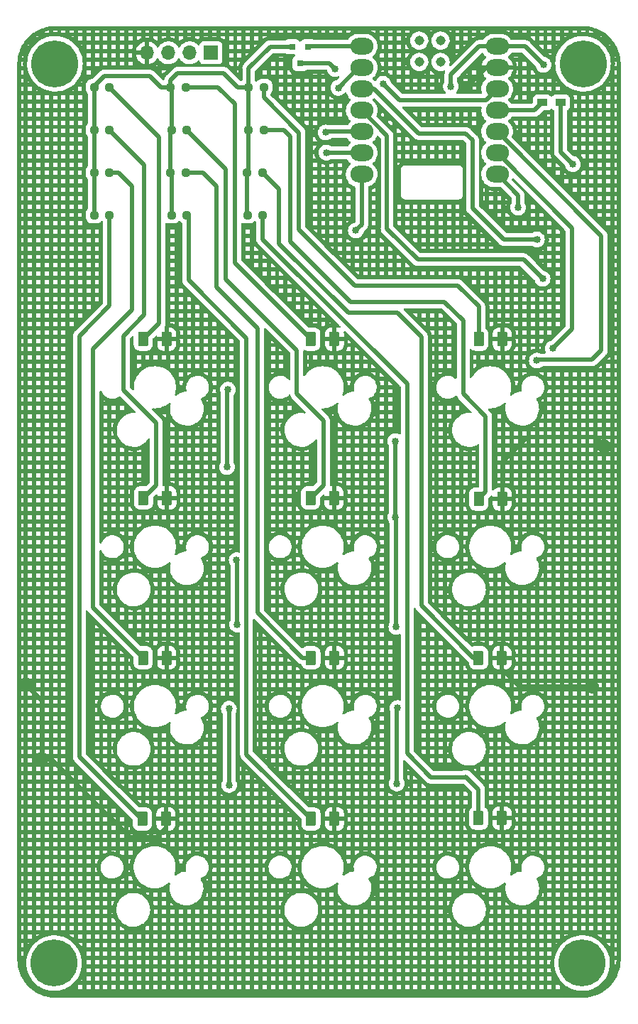
<source format=gtl>
G04 #@! TF.GenerationSoftware,KiCad,Pcbnew,(6.0.7)*
G04 #@! TF.CreationDate,2023-07-18T19:21:52+02:00*
G04 #@! TF.ProjectId,anavi-macro-pad-12,616e6176-692d-46d6-9163-726f2d706164,1.0*
G04 #@! TF.SameCoordinates,Original*
G04 #@! TF.FileFunction,Copper,L1,Top*
G04 #@! TF.FilePolarity,Positive*
%FSLAX46Y46*%
G04 Gerber Fmt 4.6, Leading zero omitted, Abs format (unit mm)*
G04 Created by KiCad (PCBNEW (6.0.7)) date 2023-07-18 19:21:52*
%MOMM*%
%LPD*%
G01*
G04 APERTURE LIST*
G04 Aperture macros list*
%AMRoundRect*
0 Rectangle with rounded corners*
0 $1 Rounding radius*
0 $2 $3 $4 $5 $6 $7 $8 $9 X,Y pos of 4 corners*
0 Add a 4 corners polygon primitive as box body*
4,1,4,$2,$3,$4,$5,$6,$7,$8,$9,$2,$3,0*
0 Add four circle primitives for the rounded corners*
1,1,$1+$1,$2,$3*
1,1,$1+$1,$4,$5*
1,1,$1+$1,$6,$7*
1,1,$1+$1,$8,$9*
0 Add four rect primitives between the rounded corners*
20,1,$1+$1,$2,$3,$4,$5,0*
20,1,$1+$1,$4,$5,$6,$7,0*
20,1,$1+$1,$6,$7,$8,$9,0*
20,1,$1+$1,$8,$9,$2,$3,0*%
G04 Aperture macros list end*
G04 #@! TA.AperFunction,SMDPad,CuDef*
%ADD10RoundRect,0.250000X0.375000X0.625000X-0.375000X0.625000X-0.375000X-0.625000X0.375000X-0.625000X0*%
G04 #@! TD*
G04 #@! TA.AperFunction,SMDPad,CuDef*
%ADD11R,0.800100X0.800100*%
G04 #@! TD*
G04 #@! TA.AperFunction,SMDPad,CuDef*
%ADD12RoundRect,0.237500X-0.250000X-0.237500X0.250000X-0.237500X0.250000X0.237500X-0.250000X0.237500X0*%
G04 #@! TD*
G04 #@! TA.AperFunction,SMDPad,CuDef*
%ADD13R,1.200000X0.900000*%
G04 #@! TD*
G04 #@! TA.AperFunction,SMDPad,CuDef*
%ADD14O,2.748280X1.998980*%
G04 #@! TD*
G04 #@! TA.AperFunction,SMDPad,CuDef*
%ADD15C,1.143000*%
G04 #@! TD*
G04 #@! TA.AperFunction,ComponentPad*
%ADD16C,5.600000*%
G04 #@! TD*
G04 #@! TA.AperFunction,ComponentPad*
%ADD17R,1.700000X1.700000*%
G04 #@! TD*
G04 #@! TA.AperFunction,ComponentPad*
%ADD18O,1.700000X1.700000*%
G04 #@! TD*
G04 #@! TA.AperFunction,ViaPad*
%ADD19C,0.850000*%
G04 #@! TD*
G04 #@! TA.AperFunction,Conductor*
%ADD20C,0.500000*%
G04 #@! TD*
G04 APERTURE END LIST*
D10*
X86333266Y-64294200D03*
X83533266Y-64294200D03*
X66357400Y-83217200D03*
X63557400Y-83217200D03*
X86296400Y-83217200D03*
X83496400Y-83217200D03*
X66333266Y-102263879D03*
X63533266Y-102263879D03*
X86336400Y-102263879D03*
X83536400Y-102263879D03*
X106333266Y-102267200D03*
X103533266Y-102267200D03*
D11*
X83200000Y-29450000D03*
X81300000Y-29450000D03*
X82250000Y-31448980D03*
D12*
X57677500Y-34290000D03*
X59502500Y-34290000D03*
X66802000Y-34290000D03*
X68627000Y-34290000D03*
X76116000Y-34290000D03*
X77941000Y-34290000D03*
X57677500Y-39370000D03*
X59502500Y-39370000D03*
X66905500Y-39370000D03*
X68730500Y-39370000D03*
X76116000Y-39370000D03*
X77941000Y-39370000D03*
X57677500Y-44450000D03*
X59502500Y-44450000D03*
X66802000Y-44450000D03*
X68627000Y-44450000D03*
X75946000Y-44450000D03*
X77771000Y-44450000D03*
D13*
X113325000Y-36100000D03*
X111125000Y-36100000D03*
D14*
X89593710Y-29425490D03*
X89593710Y-31965490D03*
X89593710Y-34505490D03*
X89593710Y-37045490D03*
X89593710Y-39585490D03*
X89593710Y-42125490D03*
X89593710Y-44665490D03*
X105758270Y-44665490D03*
X105758270Y-42125490D03*
X105758270Y-39585490D03*
X105758270Y-37045490D03*
X105758270Y-34505490D03*
X105758270Y-31965490D03*
X105758270Y-29425490D03*
D15*
X96459393Y-28739123D03*
X98999393Y-28739123D03*
X96459393Y-31279123D03*
X98999393Y-31279123D03*
D10*
X106365400Y-64294200D03*
X103565400Y-64294200D03*
X66333266Y-64294200D03*
X63533266Y-64294200D03*
X106365400Y-83344200D03*
X103565400Y-83344200D03*
D16*
X52996866Y-31491666D03*
X115896866Y-138650000D03*
X115996866Y-31491666D03*
X52896866Y-138650000D03*
D12*
X75950000Y-49530000D03*
X77775000Y-49530000D03*
D10*
X86336400Y-121463879D03*
X83536400Y-121463879D03*
D12*
X57677500Y-49530000D03*
X59502500Y-49530000D03*
D17*
X71618000Y-30175200D03*
D18*
X69078000Y-30175200D03*
X66538000Y-30175200D03*
X63998000Y-30175200D03*
D12*
X66905500Y-49530000D03*
X68730500Y-49530000D03*
D10*
X106336400Y-121363879D03*
X103536400Y-121363879D03*
X66236400Y-121463879D03*
X63436400Y-121463879D03*
D19*
X112375000Y-65400000D03*
X73775000Y-117425000D03*
X73750000Y-108325000D03*
X73625000Y-70300000D03*
X74676000Y-90627200D03*
X74726800Y-98298000D03*
X73525000Y-79525000D03*
X51409600Y-114300000D03*
X49530000Y-105460800D03*
X118550000Y-77075000D03*
X117075000Y-105700000D03*
X102025000Y-34375000D03*
X93600000Y-85525000D03*
X93600000Y-76450000D03*
X93850000Y-108250000D03*
X110490000Y-66852800D03*
X93725000Y-98575000D03*
X93775000Y-117250000D03*
X114775000Y-43450000D03*
X88900000Y-51358800D03*
X86410800Y-32105600D03*
X100228400Y-34188400D03*
X111275000Y-31600000D03*
X85300000Y-39675000D03*
X108254800Y-48615600D03*
X111175000Y-57100000D03*
X110500000Y-52425000D03*
X85375000Y-42075000D03*
X92151200Y-33883600D03*
X86800000Y-34350000D03*
D20*
X74726800Y-90678000D02*
X74676000Y-90627200D01*
X73525000Y-70400000D02*
X73625000Y-70300000D01*
X73525000Y-79525000D02*
X73525000Y-70400000D01*
X114675000Y-51042220D02*
X114675000Y-63100000D01*
X105758270Y-42125490D02*
X114675000Y-51042220D01*
X74726800Y-98298000D02*
X74726800Y-90678000D01*
X73775000Y-108350000D02*
X73750000Y-108325000D01*
X73775000Y-117425000D02*
X73775000Y-108350000D01*
X114675000Y-63100000D02*
X112375000Y-65400000D01*
X65125600Y-123647200D02*
X66236400Y-122536400D01*
X51409600Y-114300000D02*
X51409600Y-107340400D01*
X109325000Y-75975000D02*
X106365400Y-78934600D01*
X51409600Y-114300000D02*
X52578000Y-114300000D01*
X117075000Y-105700000D02*
X108425000Y-105700000D01*
X51409600Y-107340400D02*
X49530000Y-105460800D01*
X117450000Y-75975000D02*
X109325000Y-75975000D01*
X52578000Y-114300000D02*
X61925200Y-123647200D01*
X105758270Y-31965490D02*
X104434510Y-31965490D01*
X118550000Y-77075000D02*
X117450000Y-75975000D01*
X66236400Y-122536400D02*
X66236400Y-121463879D01*
X104434510Y-31965490D02*
X102025000Y-34375000D01*
X61925200Y-123647200D02*
X65125600Y-123647200D01*
X108425000Y-105700000D02*
X106333266Y-103608266D01*
X106333266Y-103608266D02*
X106333266Y-102267200D01*
X106365400Y-78934600D02*
X106365400Y-83344200D01*
X93775000Y-108575000D02*
X93775000Y-108325000D01*
X93725000Y-85650000D02*
X93600000Y-85525000D01*
X110567800Y-66775000D02*
X110490000Y-66852800D01*
X93600000Y-76450000D02*
X93600000Y-85525000D01*
X105758270Y-39585490D02*
X118175000Y-52002220D01*
X93775000Y-117250000D02*
X93775000Y-108575000D01*
X93775000Y-108325000D02*
X93850000Y-108250000D01*
X93725000Y-98575000D02*
X93725000Y-85650000D01*
X118175000Y-65625000D02*
X117025000Y-66775000D01*
X117025000Y-66775000D02*
X110567800Y-66775000D01*
X118175000Y-52002220D02*
X118175000Y-65625000D01*
X113325000Y-41950000D02*
X113300000Y-41975000D01*
X113325000Y-36100000D02*
X113325000Y-41950000D01*
X113300000Y-41975000D02*
X114775000Y-43450000D01*
X88900000Y-51358800D02*
X89593710Y-50665090D01*
X89593710Y-50665090D02*
X89593710Y-44665490D01*
X100228400Y-32816800D02*
X103619710Y-29425490D01*
X103619710Y-29425490D02*
X105758270Y-29425490D01*
X109100490Y-29425490D02*
X105758270Y-29425490D01*
X85754180Y-31448980D02*
X86410800Y-32105600D01*
X111275000Y-31600000D02*
X109100490Y-29425490D01*
X82250000Y-31448980D02*
X85754180Y-31448980D01*
X100228400Y-34188400D02*
X100228400Y-32816800D01*
X65425000Y-62402466D02*
X63533266Y-64294200D01*
X65425000Y-40212500D02*
X65425000Y-62402466D01*
X59502500Y-34290000D02*
X65425000Y-40212500D01*
X74450000Y-36250000D02*
X72475000Y-34275000D01*
X72475000Y-34275000D02*
X68642000Y-34275000D01*
X83533266Y-64294200D02*
X74450000Y-55210934D01*
X68642000Y-34275000D02*
X68627000Y-34290000D01*
X74450000Y-55210934D02*
X74450000Y-36250000D01*
X88750000Y-57900000D02*
X101050000Y-57900000D01*
X103565400Y-60415400D02*
X103565400Y-64294200D01*
X77941000Y-35507350D02*
X82125000Y-39691350D01*
X77941000Y-34290000D02*
X77941000Y-35507350D01*
X82125000Y-51275000D02*
X88750000Y-57900000D01*
X101050000Y-57900000D02*
X103565400Y-60415400D01*
X82125000Y-39691350D02*
X82125000Y-51275000D01*
X61150000Y-63925000D02*
X61150000Y-66650000D01*
X65075000Y-81699600D02*
X63557400Y-83217200D01*
X63650000Y-61425000D02*
X61150000Y-63925000D01*
X65075000Y-74275000D02*
X65075000Y-81699600D01*
X63650000Y-43517500D02*
X63650000Y-61425000D01*
X61203687Y-66703687D02*
X61203687Y-70403687D01*
X61150000Y-66650000D02*
X61203687Y-66703687D01*
X61203687Y-70403687D02*
X65075000Y-74275000D01*
X59502500Y-39370000D02*
X63650000Y-43517500D01*
X68730500Y-39370000D02*
X73375000Y-44014500D01*
X73375000Y-57175000D02*
X81850000Y-65650000D01*
X73375000Y-44014500D02*
X73375000Y-57175000D01*
X81850000Y-65650000D02*
X81850000Y-70825000D01*
X81850000Y-70825000D02*
X85025000Y-74000000D01*
X85025000Y-81688600D02*
X85025000Y-74000000D01*
X83496400Y-83217200D02*
X85025000Y-81688600D01*
X104392787Y-73517787D02*
X104392787Y-82516813D01*
X80270000Y-39370000D02*
X81075000Y-40175000D01*
X81075000Y-52650000D02*
X88275000Y-59850000D01*
X104392787Y-82516813D02*
X103565400Y-83344200D01*
X88275000Y-59850000D02*
X99475000Y-59850000D01*
X101700000Y-62075000D02*
X101700000Y-70825000D01*
X77941000Y-39370000D02*
X80270000Y-39370000D01*
X99475000Y-59850000D02*
X101700000Y-62075000D01*
X101700000Y-70825000D02*
X104392787Y-73517787D01*
X81075000Y-40175000D02*
X81075000Y-52650000D01*
X62225000Y-60825000D02*
X57575000Y-65475000D01*
X60600000Y-44450000D02*
X62225000Y-46075000D01*
X59502500Y-44450000D02*
X60600000Y-44450000D01*
X57575000Y-65475000D02*
X57575000Y-96305613D01*
X57575000Y-96305613D02*
X63533266Y-102263879D01*
X62225000Y-46075000D02*
X62225000Y-60825000D01*
X70625000Y-44450000D02*
X72275000Y-46100000D01*
X77150000Y-96900000D02*
X82513879Y-102263879D01*
X68627000Y-44450000D02*
X70625000Y-44450000D01*
X72275000Y-46100000D02*
X72275000Y-58100000D01*
X72275000Y-58100000D02*
X77150000Y-62975000D01*
X82513879Y-102263879D02*
X83536400Y-102263879D01*
X77150000Y-62975000D02*
X77150000Y-96900000D01*
X103533266Y-102267200D02*
X102942200Y-102267200D01*
X79750000Y-46429000D02*
X77771000Y-44450000D01*
X102942200Y-102267200D02*
X96725000Y-96050000D01*
X93850000Y-61125000D02*
X87975000Y-61125000D01*
X87975000Y-61125000D02*
X79750000Y-52900000D01*
X96725000Y-64000000D02*
X93850000Y-61125000D01*
X79750000Y-52900000D02*
X79750000Y-46429000D01*
X96725000Y-96050000D02*
X96725000Y-64000000D01*
X89593710Y-29425490D02*
X83224510Y-29425490D01*
X83224510Y-29425490D02*
X83200000Y-29450000D01*
X76116000Y-34290000D02*
X74765000Y-34290000D01*
X78675000Y-29450000D02*
X81300000Y-29450000D01*
X65640000Y-34290000D02*
X64325000Y-32975000D01*
X57677500Y-39370000D02*
X57677500Y-44450000D01*
X66905500Y-49530000D02*
X66905500Y-44553500D01*
X66905500Y-34393500D02*
X66802000Y-34290000D01*
X57677500Y-34290000D02*
X57677500Y-39370000D01*
X66802000Y-33473000D02*
X66802000Y-34290000D01*
X66802000Y-44450000D02*
X66802000Y-39473500D01*
X57677500Y-44450000D02*
X57677500Y-49530000D01*
X74765000Y-34290000D02*
X73100000Y-32625000D01*
X66802000Y-34290000D02*
X65640000Y-34290000D01*
X66802000Y-39473500D02*
X66905500Y-39370000D01*
X66905500Y-44553500D02*
X66802000Y-44450000D01*
X76116000Y-34290000D02*
X76116000Y-32009000D01*
X76116000Y-34290000D02*
X76116000Y-39370000D01*
X67650000Y-32625000D02*
X66802000Y-33473000D01*
X76116000Y-32009000D02*
X78675000Y-29450000D01*
X73100000Y-32625000D02*
X67650000Y-32625000D01*
X76116000Y-39370000D02*
X76116000Y-44280000D01*
X58850000Y-32975000D02*
X57677500Y-34147500D01*
X66905500Y-39370000D02*
X66905500Y-34393500D01*
X76116000Y-44280000D02*
X75946000Y-44450000D01*
X57677500Y-34147500D02*
X57677500Y-34290000D01*
X64325000Y-32975000D02*
X58850000Y-32975000D01*
X75946000Y-49526000D02*
X75950000Y-49530000D01*
X75946000Y-44450000D02*
X75946000Y-49526000D01*
X89593710Y-39585490D02*
X85389510Y-39585490D01*
X85389510Y-39585490D02*
X85300000Y-39675000D01*
X108254800Y-48615600D02*
X108254800Y-47162020D01*
X105758270Y-44665490D02*
X108254800Y-47162020D01*
X104525000Y-54825000D02*
X108900000Y-54825000D01*
X92625000Y-51150000D02*
X96300000Y-54825000D01*
X108900000Y-54825000D02*
X111175000Y-57100000D01*
X92625000Y-40076780D02*
X92625000Y-51150000D01*
X89593710Y-37045490D02*
X92625000Y-40076780D01*
X96300000Y-54825000D02*
X104525000Y-54825000D01*
X102825000Y-48700000D02*
X102825000Y-40595000D01*
X102006400Y-39776400D02*
X96367600Y-39776400D01*
X91096690Y-34505490D02*
X89593710Y-34505490D01*
X106550000Y-52425000D02*
X102825000Y-48700000D01*
X110500000Y-52425000D02*
X106550000Y-52425000D01*
X102825000Y-40595000D02*
X102006400Y-39776400D01*
X96367600Y-39776400D02*
X91096690Y-34505490D01*
X89593710Y-42125490D02*
X85425490Y-42125490D01*
X85425490Y-42125490D02*
X85375000Y-42075000D01*
X104438760Y-35825000D02*
X105758270Y-34505490D01*
X94092600Y-35825000D02*
X92151200Y-33883600D01*
X94092600Y-35825000D02*
X104438760Y-35825000D01*
X55900000Y-63925000D02*
X55900000Y-114050000D01*
X59502500Y-49530000D02*
X59502500Y-60322500D01*
X59502500Y-60322500D02*
X55900000Y-63925000D01*
X63313879Y-121463879D02*
X63436400Y-121463879D01*
X55900000Y-114050000D02*
X63313879Y-121463879D01*
X68925000Y-49724500D02*
X68925000Y-57250000D01*
X75850000Y-64175000D02*
X75850000Y-113777479D01*
X68925000Y-57250000D02*
X75850000Y-64175000D01*
X75850000Y-113777479D02*
X83536400Y-121463879D01*
X68730500Y-49530000D02*
X68925000Y-49724500D01*
X103536400Y-117936400D02*
X103536400Y-121363879D01*
X102000000Y-116400000D02*
X103536400Y-117936400D01*
X95025000Y-69650000D02*
X95025000Y-113675000D01*
X97850000Y-116500000D02*
X101900000Y-116500000D01*
X77775000Y-49530000D02*
X77775000Y-52400000D01*
X77775000Y-52400000D02*
X95025000Y-69650000D01*
X101900000Y-116500000D02*
X102000000Y-116400000D01*
X95025000Y-113675000D02*
X97850000Y-116500000D01*
X105758270Y-37045490D02*
X110179510Y-37045490D01*
X110179510Y-37045490D02*
X111125000Y-36100000D01*
X89593710Y-31965490D02*
X89184510Y-31965490D01*
X89184510Y-31965490D02*
X86800000Y-34350000D01*
G04 #@! TA.AperFunction,Conductor*
G36*
X115966887Y-27001666D02*
G01*
X115981720Y-27003976D01*
X115981724Y-27003976D01*
X115990593Y-27005357D01*
X116011051Y-27002682D01*
X116032877Y-27001738D01*
X116382841Y-27017015D01*
X116393785Y-27017973D01*
X116771367Y-27067680D01*
X116782187Y-27069588D01*
X116862446Y-27087380D01*
X117153986Y-27152011D01*
X117164603Y-27154855D01*
X117527826Y-27269376D01*
X117538155Y-27273136D01*
X117889992Y-27418869D01*
X117899954Y-27423514D01*
X117922916Y-27435467D01*
X118237770Y-27599366D01*
X118247267Y-27604849D01*
X118568486Y-27809485D01*
X118577471Y-27815777D01*
X118813715Y-27997051D01*
X118879608Y-28047612D01*
X118888028Y-28054676D01*
X118918697Y-28082779D01*
X119168824Y-28311974D01*
X119176586Y-28319736D01*
X119433875Y-28600514D01*
X119440940Y-28608934D01*
X119672785Y-28911076D01*
X119679089Y-28920079D01*
X119883724Y-29241287D01*
X119889201Y-29250774D01*
X120004498Y-29472254D01*
X120065061Y-29588593D01*
X120069706Y-29598555D01*
X120116688Y-29711976D01*
X120201500Y-29916725D01*
X120215444Y-29950389D01*
X120219204Y-29960718D01*
X120333727Y-30323931D01*
X120336572Y-30334549D01*
X120362494Y-30451470D01*
X120417201Y-30698229D01*
X120419001Y-30706350D01*
X120420909Y-30717171D01*
X120458701Y-31004213D01*
X120470622Y-31094754D01*
X120471580Y-31105704D01*
X120486097Y-31438137D01*
X120486522Y-31447880D01*
X120485142Y-31472757D01*
X120483175Y-31485393D01*
X120484339Y-31494294D01*
X120484339Y-31494298D01*
X120487302Y-31516952D01*
X120488366Y-31533290D01*
X120488366Y-138200633D01*
X120486866Y-138220018D01*
X120484556Y-138234851D01*
X120484556Y-138234855D01*
X120483175Y-138243724D01*
X120485850Y-138264183D01*
X120486794Y-138286007D01*
X120471514Y-138635963D01*
X120470557Y-138646905D01*
X120424554Y-138996340D01*
X120420848Y-139024487D01*
X120418941Y-139035300D01*
X120336513Y-139407111D01*
X120333668Y-139417726D01*
X120227589Y-139754166D01*
X120219151Y-139780927D01*
X120215395Y-139791248D01*
X120102512Y-140063772D01*
X120069650Y-140143107D01*
X120065008Y-140153060D01*
X119902815Y-140464630D01*
X119889161Y-140490859D01*
X119883666Y-140500377D01*
X119851265Y-140551237D01*
X119679041Y-140821572D01*
X119672736Y-140830576D01*
X119440909Y-141132697D01*
X119433844Y-141141118D01*
X119176546Y-141421907D01*
X119168773Y-141429679D01*
X118888007Y-141686951D01*
X118879587Y-141694017D01*
X118577446Y-141925857D01*
X118568443Y-141932161D01*
X118528626Y-141957527D01*
X118247257Y-142136777D01*
X118237742Y-142142271D01*
X118068836Y-142230197D01*
X117899933Y-142318121D01*
X117889971Y-142322766D01*
X117714053Y-142395633D01*
X117538130Y-142468502D01*
X117527811Y-142472258D01*
X117276692Y-142551434D01*
X117164588Y-142586779D01*
X117153989Y-142589619D01*
X116782167Y-142672047D01*
X116771360Y-142673952D01*
X116393782Y-142723659D01*
X116382832Y-142724617D01*
X116040145Y-142739577D01*
X116015263Y-142738196D01*
X116003145Y-142736309D01*
X115994242Y-142737473D01*
X115994235Y-142737473D01*
X115971575Y-142740436D01*
X115955239Y-142741500D01*
X53046233Y-142741500D01*
X53026848Y-142740000D01*
X53012015Y-142737690D01*
X53012011Y-142737690D01*
X53003142Y-142736309D01*
X52982683Y-142738984D01*
X52960859Y-142739928D01*
X52610902Y-142724648D01*
X52599953Y-142723690D01*
X52599718Y-142723659D01*
X52222369Y-142673980D01*
X52211560Y-142672073D01*
X51839752Y-142589646D01*
X51829135Y-142586801D01*
X51829065Y-142586779D01*
X51465928Y-142472281D01*
X51455614Y-142468528D01*
X51103745Y-142322779D01*
X51093801Y-142318141D01*
X50756000Y-142142293D01*
X50746481Y-142136798D01*
X50425287Y-141932174D01*
X50416283Y-141925869D01*
X50114154Y-141694037D01*
X50105734Y-141686972D01*
X49824955Y-141429686D01*
X49817182Y-141421913D01*
X49783973Y-141385671D01*
X49559899Y-141141137D01*
X49552835Y-141132720D01*
X49552818Y-141132697D01*
X49389997Y-140920504D01*
X49320993Y-140830576D01*
X49314689Y-140821572D01*
X49110070Y-140500386D01*
X49104574Y-140490866D01*
X49043368Y-140373290D01*
X48928727Y-140153066D01*
X48924085Y-140143113D01*
X48889974Y-140060760D01*
X48778340Y-139791253D01*
X48774584Y-139780932D01*
X48774583Y-139780927D01*
X48660067Y-139417728D01*
X48657223Y-139407113D01*
X48622872Y-139252166D01*
X49132963Y-139252166D01*
X49139902Y-139283466D01*
X49146809Y-139305372D01*
X49138287Y-139252166D01*
X49132963Y-139252166D01*
X48622872Y-139252166D01*
X48574798Y-139035315D01*
X48572889Y-139024491D01*
X48523179Y-138646914D01*
X48522221Y-138635963D01*
X48507775Y-138305086D01*
X49006249Y-138305086D01*
X49019039Y-138598019D01*
X49039596Y-138754166D01*
X49090750Y-138754166D01*
X49086164Y-138663630D01*
X49086038Y-138660217D01*
X49085725Y-138646905D01*
X49085691Y-138643499D01*
X49085709Y-138638434D01*
X49583527Y-138638434D01*
X49583699Y-138641829D01*
X49583699Y-138641830D01*
X49583957Y-138646914D01*
X49601658Y-138996340D01*
X49602195Y-138999695D01*
X49602196Y-138999701D01*
X49641448Y-139244757D01*
X49658336Y-139350195D01*
X49752899Y-139695859D01*
X49884240Y-140029288D01*
X49915017Y-140087909D01*
X50001254Y-140252166D01*
X50050823Y-140346582D01*
X50052724Y-140349411D01*
X50052730Y-140349421D01*
X50154175Y-140500386D01*
X50250700Y-140644029D01*
X50481531Y-140918150D01*
X50740617Y-141165738D01*
X51024927Y-141383897D01*
X51087452Y-141421913D01*
X51328221Y-141568303D01*
X51328226Y-141568306D01*
X51331136Y-141570075D01*
X51334224Y-141571521D01*
X51334223Y-141571521D01*
X51652576Y-141720649D01*
X51652586Y-141720653D01*
X51655660Y-141722093D01*
X51658878Y-141723195D01*
X51658881Y-141723196D01*
X51991481Y-141837071D01*
X51991489Y-141837073D01*
X51994704Y-141838174D01*
X52344301Y-141916959D01*
X52396594Y-141922917D01*
X52696980Y-141957142D01*
X52696988Y-141957142D01*
X52700363Y-141957527D01*
X52703767Y-141957545D01*
X52703770Y-141957545D01*
X52898093Y-141958562D01*
X53058723Y-141959403D01*
X53062109Y-141959053D01*
X53062111Y-141959053D01*
X53411798Y-141922917D01*
X53411807Y-141922916D01*
X53415190Y-141922566D01*
X53418523Y-141921852D01*
X53418526Y-141921851D01*
X53591052Y-141884864D01*
X53765593Y-141847446D01*
X54047646Y-141754166D01*
X55757366Y-141754166D01*
X56259366Y-141754166D01*
X56757366Y-141754166D01*
X57259366Y-141754166D01*
X57757366Y-141754166D01*
X58259366Y-141754166D01*
X58757366Y-141754166D01*
X59259366Y-141754166D01*
X59757366Y-141754166D01*
X60259366Y-141754166D01*
X60757366Y-141754166D01*
X61259366Y-141754166D01*
X61757366Y-141754166D01*
X62259366Y-141754166D01*
X62757366Y-141754166D01*
X63259366Y-141754166D01*
X63757366Y-141754166D01*
X64259366Y-141754166D01*
X64757366Y-141754166D01*
X65259366Y-141754166D01*
X65757366Y-141754166D01*
X66259366Y-141754166D01*
X66757366Y-141754166D01*
X67259366Y-141754166D01*
X67757366Y-141754166D01*
X68259366Y-141754166D01*
X68757366Y-141754166D01*
X69259366Y-141754166D01*
X69757366Y-141754166D01*
X70259366Y-141754166D01*
X70757366Y-141754166D01*
X71259366Y-141754166D01*
X71757366Y-141754166D01*
X72259366Y-141754166D01*
X72757366Y-141754166D01*
X73259366Y-141754166D01*
X73757366Y-141754166D01*
X74259366Y-141754166D01*
X74757366Y-141754166D01*
X75259366Y-141754166D01*
X75757366Y-141754166D01*
X76259366Y-141754166D01*
X76757366Y-141754166D01*
X77259366Y-141754166D01*
X77757366Y-141754166D01*
X78259366Y-141754166D01*
X78757366Y-141754166D01*
X79259366Y-141754166D01*
X79757366Y-141754166D01*
X80259366Y-141754166D01*
X80757366Y-141754166D01*
X81259366Y-141754166D01*
X81757366Y-141754166D01*
X82259366Y-141754166D01*
X82757366Y-141754166D01*
X83259366Y-141754166D01*
X83757366Y-141754166D01*
X84259366Y-141754166D01*
X84757366Y-141754166D01*
X85259366Y-141754166D01*
X85757366Y-141754166D01*
X86259366Y-141754166D01*
X86757366Y-141754166D01*
X87259366Y-141754166D01*
X87757366Y-141754166D01*
X88259366Y-141754166D01*
X88757366Y-141754166D01*
X89259366Y-141754166D01*
X89757366Y-141754166D01*
X90259366Y-141754166D01*
X90757366Y-141754166D01*
X91259366Y-141754166D01*
X91757366Y-141754166D01*
X92259366Y-141754166D01*
X92757366Y-141754166D01*
X93259366Y-141754166D01*
X93757366Y-141754166D01*
X94259366Y-141754166D01*
X94757366Y-141754166D01*
X95259366Y-141754166D01*
X95757366Y-141754166D01*
X96259366Y-141754166D01*
X96757366Y-141754166D01*
X97259366Y-141754166D01*
X97757366Y-141754166D01*
X98259366Y-141754166D01*
X98757366Y-141754166D01*
X99259366Y-141754166D01*
X99757366Y-141754166D01*
X100259366Y-141754166D01*
X100757366Y-141754166D01*
X101259366Y-141754166D01*
X101757366Y-141754166D01*
X102259366Y-141754166D01*
X102757366Y-141754166D01*
X103259366Y-141754166D01*
X103757366Y-141754166D01*
X104259366Y-141754166D01*
X104757366Y-141754166D01*
X105259366Y-141754166D01*
X105757366Y-141754166D01*
X106259366Y-141754166D01*
X106757366Y-141754166D01*
X107259366Y-141754166D01*
X107757366Y-141754166D01*
X108259366Y-141754166D01*
X108757366Y-141754166D01*
X109259366Y-141754166D01*
X109757366Y-141754166D01*
X110259366Y-141754166D01*
X110757366Y-141754166D01*
X111259366Y-141754166D01*
X111757366Y-141754166D01*
X112259366Y-141754166D01*
X112757366Y-141754166D01*
X113259366Y-141754166D01*
X113259366Y-141394673D01*
X113137472Y-141278188D01*
X113135040Y-141275800D01*
X113125674Y-141266352D01*
X113123309Y-141263901D01*
X113113980Y-141253967D01*
X113112334Y-141252166D01*
X112757366Y-141252166D01*
X112757366Y-141754166D01*
X112259366Y-141754166D01*
X112259366Y-141252166D01*
X111757366Y-141252166D01*
X111757366Y-141754166D01*
X111259366Y-141754166D01*
X111259366Y-141252166D01*
X110757366Y-141252166D01*
X110757366Y-141754166D01*
X110259366Y-141754166D01*
X110259366Y-141252166D01*
X109757366Y-141252166D01*
X109757366Y-141754166D01*
X109259366Y-141754166D01*
X109259366Y-141252166D01*
X108757366Y-141252166D01*
X108757366Y-141754166D01*
X108259366Y-141754166D01*
X108259366Y-141252166D01*
X107757366Y-141252166D01*
X107757366Y-141754166D01*
X107259366Y-141754166D01*
X107259366Y-141252166D01*
X106757366Y-141252166D01*
X106757366Y-141754166D01*
X106259366Y-141754166D01*
X106259366Y-141252166D01*
X105757366Y-141252166D01*
X105757366Y-141754166D01*
X105259366Y-141754166D01*
X105259366Y-141252166D01*
X104757366Y-141252166D01*
X104757366Y-141754166D01*
X104259366Y-141754166D01*
X104259366Y-141252166D01*
X103757366Y-141252166D01*
X103757366Y-141754166D01*
X103259366Y-141754166D01*
X103259366Y-141252166D01*
X102757366Y-141252166D01*
X102757366Y-141754166D01*
X102259366Y-141754166D01*
X102259366Y-141252166D01*
X101757366Y-141252166D01*
X101757366Y-141754166D01*
X101259366Y-141754166D01*
X101259366Y-141252166D01*
X100757366Y-141252166D01*
X100757366Y-141754166D01*
X100259366Y-141754166D01*
X100259366Y-141252166D01*
X99757366Y-141252166D01*
X99757366Y-141754166D01*
X99259366Y-141754166D01*
X99259366Y-141252166D01*
X98757366Y-141252166D01*
X98757366Y-141754166D01*
X98259366Y-141754166D01*
X98259366Y-141252166D01*
X97757366Y-141252166D01*
X97757366Y-141754166D01*
X97259366Y-141754166D01*
X97259366Y-141252166D01*
X96757366Y-141252166D01*
X96757366Y-141754166D01*
X96259366Y-141754166D01*
X96259366Y-141252166D01*
X95757366Y-141252166D01*
X95757366Y-141754166D01*
X95259366Y-141754166D01*
X95259366Y-141252166D01*
X94757366Y-141252166D01*
X94757366Y-141754166D01*
X94259366Y-141754166D01*
X94259366Y-141252166D01*
X93757366Y-141252166D01*
X93757366Y-141754166D01*
X93259366Y-141754166D01*
X93259366Y-141252166D01*
X92757366Y-141252166D01*
X92757366Y-141754166D01*
X92259366Y-141754166D01*
X92259366Y-141252166D01*
X91757366Y-141252166D01*
X91757366Y-141754166D01*
X91259366Y-141754166D01*
X91259366Y-141252166D01*
X90757366Y-141252166D01*
X90757366Y-141754166D01*
X90259366Y-141754166D01*
X90259366Y-141252166D01*
X89757366Y-141252166D01*
X89757366Y-141754166D01*
X89259366Y-141754166D01*
X89259366Y-141252166D01*
X88757366Y-141252166D01*
X88757366Y-141754166D01*
X88259366Y-141754166D01*
X88259366Y-141252166D01*
X87757366Y-141252166D01*
X87757366Y-141754166D01*
X87259366Y-141754166D01*
X87259366Y-141252166D01*
X86757366Y-141252166D01*
X86757366Y-141754166D01*
X86259366Y-141754166D01*
X86259366Y-141252166D01*
X85757366Y-141252166D01*
X85757366Y-141754166D01*
X85259366Y-141754166D01*
X85259366Y-141252166D01*
X84757366Y-141252166D01*
X84757366Y-141754166D01*
X84259366Y-141754166D01*
X84259366Y-141252166D01*
X83757366Y-141252166D01*
X83757366Y-141754166D01*
X83259366Y-141754166D01*
X83259366Y-141252166D01*
X82757366Y-141252166D01*
X82757366Y-141754166D01*
X82259366Y-141754166D01*
X82259366Y-141252166D01*
X81757366Y-141252166D01*
X81757366Y-141754166D01*
X81259366Y-141754166D01*
X81259366Y-141252166D01*
X80757366Y-141252166D01*
X80757366Y-141754166D01*
X80259366Y-141754166D01*
X80259366Y-141252166D01*
X79757366Y-141252166D01*
X79757366Y-141754166D01*
X79259366Y-141754166D01*
X79259366Y-141252166D01*
X78757366Y-141252166D01*
X78757366Y-141754166D01*
X78259366Y-141754166D01*
X78259366Y-141252166D01*
X77757366Y-141252166D01*
X77757366Y-141754166D01*
X77259366Y-141754166D01*
X77259366Y-141252166D01*
X76757366Y-141252166D01*
X76757366Y-141754166D01*
X76259366Y-141754166D01*
X76259366Y-141252166D01*
X75757366Y-141252166D01*
X75757366Y-141754166D01*
X75259366Y-141754166D01*
X75259366Y-141252166D01*
X74757366Y-141252166D01*
X74757366Y-141754166D01*
X74259366Y-141754166D01*
X74259366Y-141252166D01*
X73757366Y-141252166D01*
X73757366Y-141754166D01*
X73259366Y-141754166D01*
X73259366Y-141252166D01*
X72757366Y-141252166D01*
X72757366Y-141754166D01*
X72259366Y-141754166D01*
X72259366Y-141252166D01*
X71757366Y-141252166D01*
X71757366Y-141754166D01*
X71259366Y-141754166D01*
X71259366Y-141252166D01*
X70757366Y-141252166D01*
X70757366Y-141754166D01*
X70259366Y-141754166D01*
X70259366Y-141252166D01*
X69757366Y-141252166D01*
X69757366Y-141754166D01*
X69259366Y-141754166D01*
X69259366Y-141252166D01*
X68757366Y-141252166D01*
X68757366Y-141754166D01*
X68259366Y-141754166D01*
X68259366Y-141252166D01*
X67757366Y-141252166D01*
X67757366Y-141754166D01*
X67259366Y-141754166D01*
X67259366Y-141252166D01*
X66757366Y-141252166D01*
X66757366Y-141754166D01*
X66259366Y-141754166D01*
X66259366Y-141252166D01*
X65757366Y-141252166D01*
X65757366Y-141754166D01*
X65259366Y-141754166D01*
X65259366Y-141252166D01*
X64757366Y-141252166D01*
X64757366Y-141754166D01*
X64259366Y-141754166D01*
X64259366Y-141252166D01*
X63757366Y-141252166D01*
X63757366Y-141754166D01*
X63259366Y-141754166D01*
X63259366Y-141252166D01*
X62757366Y-141252166D01*
X62757366Y-141754166D01*
X62259366Y-141754166D01*
X62259366Y-141252166D01*
X61757366Y-141252166D01*
X61757366Y-141754166D01*
X61259366Y-141754166D01*
X61259366Y-141252166D01*
X60757366Y-141252166D01*
X60757366Y-141754166D01*
X60259366Y-141754166D01*
X60259366Y-141252166D01*
X59757366Y-141252166D01*
X59757366Y-141754166D01*
X59259366Y-141754166D01*
X59259366Y-141252166D01*
X58757366Y-141252166D01*
X58757366Y-141754166D01*
X58259366Y-141754166D01*
X58259366Y-141252166D01*
X57757366Y-141252166D01*
X57757366Y-141754166D01*
X57259366Y-141754166D01*
X57259366Y-141252166D01*
X56757366Y-141252166D01*
X56757366Y-141754166D01*
X56259366Y-141754166D01*
X56259366Y-141252166D01*
X55757366Y-141252166D01*
X55757366Y-141754166D01*
X54047646Y-141754166D01*
X54105834Y-141734922D01*
X54431932Y-141586311D01*
X54525918Y-141530506D01*
X54737128Y-141405099D01*
X54737133Y-141405096D01*
X54740073Y-141403350D01*
X55026652Y-141188180D01*
X55288317Y-140943319D01*
X55451014Y-140754166D01*
X56069557Y-140754166D01*
X56259366Y-140754166D01*
X56757366Y-140754166D01*
X57259366Y-140754166D01*
X57757366Y-140754166D01*
X58259366Y-140754166D01*
X58757366Y-140754166D01*
X59259366Y-140754166D01*
X59757366Y-140754166D01*
X60259366Y-140754166D01*
X60757366Y-140754166D01*
X61259366Y-140754166D01*
X61757366Y-140754166D01*
X62259366Y-140754166D01*
X62757366Y-140754166D01*
X63259366Y-140754166D01*
X63757366Y-140754166D01*
X64259366Y-140754166D01*
X64757366Y-140754166D01*
X65259366Y-140754166D01*
X65757366Y-140754166D01*
X66259366Y-140754166D01*
X66757366Y-140754166D01*
X67259366Y-140754166D01*
X67757366Y-140754166D01*
X68259366Y-140754166D01*
X68757366Y-140754166D01*
X69259366Y-140754166D01*
X69757366Y-140754166D01*
X70259366Y-140754166D01*
X70757366Y-140754166D01*
X71259366Y-140754166D01*
X71757366Y-140754166D01*
X72259366Y-140754166D01*
X72757366Y-140754166D01*
X73259366Y-140754166D01*
X73757366Y-140754166D01*
X74259366Y-140754166D01*
X74757366Y-140754166D01*
X75259366Y-140754166D01*
X75757366Y-140754166D01*
X76259366Y-140754166D01*
X76757366Y-140754166D01*
X77259366Y-140754166D01*
X77757366Y-140754166D01*
X78259366Y-140754166D01*
X78757366Y-140754166D01*
X79259366Y-140754166D01*
X79757366Y-140754166D01*
X80259366Y-140754166D01*
X80757366Y-140754166D01*
X81259366Y-140754166D01*
X81757366Y-140754166D01*
X82259366Y-140754166D01*
X82757366Y-140754166D01*
X83259366Y-140754166D01*
X83757366Y-140754166D01*
X84259366Y-140754166D01*
X84757366Y-140754166D01*
X85259366Y-140754166D01*
X85757366Y-140754166D01*
X86259366Y-140754166D01*
X86757366Y-140754166D01*
X87259366Y-140754166D01*
X87757366Y-140754166D01*
X88259366Y-140754166D01*
X88757366Y-140754166D01*
X89259366Y-140754166D01*
X89757366Y-140754166D01*
X90259366Y-140754166D01*
X90757366Y-140754166D01*
X91259366Y-140754166D01*
X91757366Y-140754166D01*
X92259366Y-140754166D01*
X92757366Y-140754166D01*
X93259366Y-140754166D01*
X93757366Y-140754166D01*
X94259366Y-140754166D01*
X94757366Y-140754166D01*
X95259366Y-140754166D01*
X95757366Y-140754166D01*
X96259366Y-140754166D01*
X96757366Y-140754166D01*
X97259366Y-140754166D01*
X97757366Y-140754166D01*
X98259366Y-140754166D01*
X98757366Y-140754166D01*
X99259366Y-140754166D01*
X99757366Y-140754166D01*
X100259366Y-140754166D01*
X100757366Y-140754166D01*
X101259366Y-140754166D01*
X101757366Y-140754166D01*
X102259366Y-140754166D01*
X102757366Y-140754166D01*
X103259366Y-140754166D01*
X103757366Y-140754166D01*
X104259366Y-140754166D01*
X104757366Y-140754166D01*
X105259366Y-140754166D01*
X105757366Y-140754166D01*
X106259366Y-140754166D01*
X106757366Y-140754166D01*
X107259366Y-140754166D01*
X107757366Y-140754166D01*
X108259366Y-140754166D01*
X108757366Y-140754166D01*
X109259366Y-140754166D01*
X109757366Y-140754166D01*
X110259366Y-140754166D01*
X110757366Y-140754166D01*
X111259366Y-140754166D01*
X111757366Y-140754166D01*
X112259366Y-140754166D01*
X112259366Y-140252166D01*
X111757366Y-140252166D01*
X111757366Y-140754166D01*
X111259366Y-140754166D01*
X111259366Y-140252166D01*
X110757366Y-140252166D01*
X110757366Y-140754166D01*
X110259366Y-140754166D01*
X110259366Y-140252166D01*
X109757366Y-140252166D01*
X109757366Y-140754166D01*
X109259366Y-140754166D01*
X109259366Y-140252166D01*
X108757366Y-140252166D01*
X108757366Y-140754166D01*
X108259366Y-140754166D01*
X108259366Y-140252166D01*
X107757366Y-140252166D01*
X107757366Y-140754166D01*
X107259366Y-140754166D01*
X107259366Y-140252166D01*
X106757366Y-140252166D01*
X106757366Y-140754166D01*
X106259366Y-140754166D01*
X106259366Y-140252166D01*
X105757366Y-140252166D01*
X105757366Y-140754166D01*
X105259366Y-140754166D01*
X105259366Y-140252166D01*
X104757366Y-140252166D01*
X104757366Y-140754166D01*
X104259366Y-140754166D01*
X104259366Y-140252166D01*
X103757366Y-140252166D01*
X103757366Y-140754166D01*
X103259366Y-140754166D01*
X103259366Y-140252166D01*
X102757366Y-140252166D01*
X102757366Y-140754166D01*
X102259366Y-140754166D01*
X102259366Y-140252166D01*
X101757366Y-140252166D01*
X101757366Y-140754166D01*
X101259366Y-140754166D01*
X101259366Y-140252166D01*
X100757366Y-140252166D01*
X100757366Y-140754166D01*
X100259366Y-140754166D01*
X100259366Y-140252166D01*
X99757366Y-140252166D01*
X99757366Y-140754166D01*
X99259366Y-140754166D01*
X99259366Y-140252166D01*
X98757366Y-140252166D01*
X98757366Y-140754166D01*
X98259366Y-140754166D01*
X98259366Y-140252166D01*
X97757366Y-140252166D01*
X97757366Y-140754166D01*
X97259366Y-140754166D01*
X97259366Y-140252166D01*
X96757366Y-140252166D01*
X96757366Y-140754166D01*
X96259366Y-140754166D01*
X96259366Y-140252166D01*
X95757366Y-140252166D01*
X95757366Y-140754166D01*
X95259366Y-140754166D01*
X95259366Y-140252166D01*
X94757366Y-140252166D01*
X94757366Y-140754166D01*
X94259366Y-140754166D01*
X94259366Y-140252166D01*
X93757366Y-140252166D01*
X93757366Y-140754166D01*
X93259366Y-140754166D01*
X93259366Y-140252166D01*
X92757366Y-140252166D01*
X92757366Y-140754166D01*
X92259366Y-140754166D01*
X92259366Y-140252166D01*
X91757366Y-140252166D01*
X91757366Y-140754166D01*
X91259366Y-140754166D01*
X91259366Y-140252166D01*
X90757366Y-140252166D01*
X90757366Y-140754166D01*
X90259366Y-140754166D01*
X90259366Y-140252166D01*
X89757366Y-140252166D01*
X89757366Y-140754166D01*
X89259366Y-140754166D01*
X89259366Y-140252166D01*
X88757366Y-140252166D01*
X88757366Y-140754166D01*
X88259366Y-140754166D01*
X88259366Y-140252166D01*
X87757366Y-140252166D01*
X87757366Y-140754166D01*
X87259366Y-140754166D01*
X87259366Y-140252166D01*
X86757366Y-140252166D01*
X86757366Y-140754166D01*
X86259366Y-140754166D01*
X86259366Y-140252166D01*
X85757366Y-140252166D01*
X85757366Y-140754166D01*
X85259366Y-140754166D01*
X85259366Y-140252166D01*
X84757366Y-140252166D01*
X84757366Y-140754166D01*
X84259366Y-140754166D01*
X84259366Y-140252166D01*
X83757366Y-140252166D01*
X83757366Y-140754166D01*
X83259366Y-140754166D01*
X83259366Y-140252166D01*
X82757366Y-140252166D01*
X82757366Y-140754166D01*
X82259366Y-140754166D01*
X82259366Y-140252166D01*
X81757366Y-140252166D01*
X81757366Y-140754166D01*
X81259366Y-140754166D01*
X81259366Y-140252166D01*
X80757366Y-140252166D01*
X80757366Y-140754166D01*
X80259366Y-140754166D01*
X80259366Y-140252166D01*
X79757366Y-140252166D01*
X79757366Y-140754166D01*
X79259366Y-140754166D01*
X79259366Y-140252166D01*
X78757366Y-140252166D01*
X78757366Y-140754166D01*
X78259366Y-140754166D01*
X78259366Y-140252166D01*
X77757366Y-140252166D01*
X77757366Y-140754166D01*
X77259366Y-140754166D01*
X77259366Y-140252166D01*
X76757366Y-140252166D01*
X76757366Y-140754166D01*
X76259366Y-140754166D01*
X76259366Y-140252166D01*
X75757366Y-140252166D01*
X75757366Y-140754166D01*
X75259366Y-140754166D01*
X75259366Y-140252166D01*
X74757366Y-140252166D01*
X74757366Y-140754166D01*
X74259366Y-140754166D01*
X74259366Y-140252166D01*
X73757366Y-140252166D01*
X73757366Y-140754166D01*
X73259366Y-140754166D01*
X73259366Y-140252166D01*
X72757366Y-140252166D01*
X72757366Y-140754166D01*
X72259366Y-140754166D01*
X72259366Y-140252166D01*
X71757366Y-140252166D01*
X71757366Y-140754166D01*
X71259366Y-140754166D01*
X71259366Y-140252166D01*
X70757366Y-140252166D01*
X70757366Y-140754166D01*
X70259366Y-140754166D01*
X70259366Y-140252166D01*
X69757366Y-140252166D01*
X69757366Y-140754166D01*
X69259366Y-140754166D01*
X69259366Y-140252166D01*
X68757366Y-140252166D01*
X68757366Y-140754166D01*
X68259366Y-140754166D01*
X68259366Y-140252166D01*
X67757366Y-140252166D01*
X67757366Y-140754166D01*
X67259366Y-140754166D01*
X67259366Y-140252166D01*
X66757366Y-140252166D01*
X66757366Y-140754166D01*
X66259366Y-140754166D01*
X66259366Y-140252166D01*
X65757366Y-140252166D01*
X65757366Y-140754166D01*
X65259366Y-140754166D01*
X65259366Y-140252166D01*
X64757366Y-140252166D01*
X64757366Y-140754166D01*
X64259366Y-140754166D01*
X64259366Y-140252166D01*
X63757366Y-140252166D01*
X63757366Y-140754166D01*
X63259366Y-140754166D01*
X63259366Y-140252166D01*
X62757366Y-140252166D01*
X62757366Y-140754166D01*
X62259366Y-140754166D01*
X62259366Y-140252166D01*
X61757366Y-140252166D01*
X61757366Y-140754166D01*
X61259366Y-140754166D01*
X61259366Y-140252166D01*
X60757366Y-140252166D01*
X60757366Y-140754166D01*
X60259366Y-140754166D01*
X60259366Y-140252166D01*
X59757366Y-140252166D01*
X59757366Y-140754166D01*
X59259366Y-140754166D01*
X59259366Y-140252166D01*
X58757366Y-140252166D01*
X58757366Y-140754166D01*
X58259366Y-140754166D01*
X58259366Y-140252166D01*
X57757366Y-140252166D01*
X57757366Y-140754166D01*
X57259366Y-140754166D01*
X57259366Y-140252166D01*
X56757366Y-140252166D01*
X56757366Y-140754166D01*
X56259366Y-140754166D01*
X56259366Y-140434277D01*
X56163463Y-140612388D01*
X56161808Y-140615364D01*
X56155186Y-140626904D01*
X56153449Y-140629839D01*
X56146349Y-140641471D01*
X56144533Y-140644357D01*
X56137293Y-140655527D01*
X56135401Y-140658362D01*
X56069557Y-140754166D01*
X55451014Y-140754166D01*
X55522006Y-140671630D01*
X55639699Y-140500386D01*
X55723056Y-140379101D01*
X55723061Y-140379094D01*
X55724986Y-140376292D01*
X55726598Y-140373298D01*
X55726603Y-140373290D01*
X55893261Y-140063772D01*
X55894883Y-140060760D01*
X56004317Y-139791256D01*
X56019377Y-139754166D01*
X56757366Y-139754166D01*
X57259366Y-139754166D01*
X57757366Y-139754166D01*
X58259366Y-139754166D01*
X58757366Y-139754166D01*
X59259366Y-139754166D01*
X59757366Y-139754166D01*
X60259366Y-139754166D01*
X60757366Y-139754166D01*
X61259366Y-139754166D01*
X61757366Y-139754166D01*
X62259366Y-139754166D01*
X62757366Y-139754166D01*
X63259366Y-139754166D01*
X63757366Y-139754166D01*
X64259366Y-139754166D01*
X64757366Y-139754166D01*
X65259366Y-139754166D01*
X65757366Y-139754166D01*
X66259366Y-139754166D01*
X66757366Y-139754166D01*
X67259366Y-139754166D01*
X67757366Y-139754166D01*
X68259366Y-139754166D01*
X68757366Y-139754166D01*
X69259366Y-139754166D01*
X69757366Y-139754166D01*
X70259366Y-139754166D01*
X70757366Y-139754166D01*
X71259366Y-139754166D01*
X71757366Y-139754166D01*
X72259366Y-139754166D01*
X72757366Y-139754166D01*
X73259366Y-139754166D01*
X73757366Y-139754166D01*
X74259366Y-139754166D01*
X74757366Y-139754166D01*
X75259366Y-139754166D01*
X75757366Y-139754166D01*
X76259366Y-139754166D01*
X76757366Y-139754166D01*
X77259366Y-139754166D01*
X77757366Y-139754166D01*
X78259366Y-139754166D01*
X78757366Y-139754166D01*
X79259366Y-139754166D01*
X79757366Y-139754166D01*
X80259366Y-139754166D01*
X80757366Y-139754166D01*
X81259366Y-139754166D01*
X81757366Y-139754166D01*
X82259366Y-139754166D01*
X82757366Y-139754166D01*
X83259366Y-139754166D01*
X83757366Y-139754166D01*
X84259366Y-139754166D01*
X84757366Y-139754166D01*
X85259366Y-139754166D01*
X85757366Y-139754166D01*
X86259366Y-139754166D01*
X86757366Y-139754166D01*
X87259366Y-139754166D01*
X87757366Y-139754166D01*
X88259366Y-139754166D01*
X88757366Y-139754166D01*
X89259366Y-139754166D01*
X89757366Y-139754166D01*
X90259366Y-139754166D01*
X90757366Y-139754166D01*
X91259366Y-139754166D01*
X91757366Y-139754166D01*
X92259366Y-139754166D01*
X92757366Y-139754166D01*
X93259366Y-139754166D01*
X93757366Y-139754166D01*
X94259366Y-139754166D01*
X94757366Y-139754166D01*
X95259366Y-139754166D01*
X95757366Y-139754166D01*
X96259366Y-139754166D01*
X96757366Y-139754166D01*
X97259366Y-139754166D01*
X97757366Y-139754166D01*
X98259366Y-139754166D01*
X98757366Y-139754166D01*
X99259366Y-139754166D01*
X99757366Y-139754166D01*
X100259366Y-139754166D01*
X100757366Y-139754166D01*
X101259366Y-139754166D01*
X101757366Y-139754166D01*
X102259366Y-139754166D01*
X102757366Y-139754166D01*
X103259366Y-139754166D01*
X103757366Y-139754166D01*
X104259366Y-139754166D01*
X104757366Y-139754166D01*
X105259366Y-139754166D01*
X105757366Y-139754166D01*
X106259366Y-139754166D01*
X106757366Y-139754166D01*
X107259366Y-139754166D01*
X107757366Y-139754166D01*
X108259366Y-139754166D01*
X108757366Y-139754166D01*
X109259366Y-139754166D01*
X109757366Y-139754166D01*
X110259366Y-139754166D01*
X110757366Y-139754166D01*
X111259366Y-139754166D01*
X111757366Y-139754166D01*
X112252552Y-139754166D01*
X112177987Y-139481604D01*
X112177132Y-139478307D01*
X112173969Y-139465382D01*
X112173204Y-139462059D01*
X112170324Y-139448739D01*
X112169649Y-139445398D01*
X112167189Y-139432317D01*
X112166604Y-139428958D01*
X112138287Y-139252166D01*
X111757366Y-139252166D01*
X111757366Y-139754166D01*
X111259366Y-139754166D01*
X111259366Y-139252166D01*
X110757366Y-139252166D01*
X110757366Y-139754166D01*
X110259366Y-139754166D01*
X110259366Y-139252166D01*
X109757366Y-139252166D01*
X109757366Y-139754166D01*
X109259366Y-139754166D01*
X109259366Y-139252166D01*
X108757366Y-139252166D01*
X108757366Y-139754166D01*
X108259366Y-139754166D01*
X108259366Y-139252166D01*
X107757366Y-139252166D01*
X107757366Y-139754166D01*
X107259366Y-139754166D01*
X107259366Y-139252166D01*
X106757366Y-139252166D01*
X106757366Y-139754166D01*
X106259366Y-139754166D01*
X106259366Y-139252166D01*
X105757366Y-139252166D01*
X105757366Y-139754166D01*
X105259366Y-139754166D01*
X105259366Y-139252166D01*
X104757366Y-139252166D01*
X104757366Y-139754166D01*
X104259366Y-139754166D01*
X104259366Y-139252166D01*
X103757366Y-139252166D01*
X103757366Y-139754166D01*
X103259366Y-139754166D01*
X103259366Y-139252166D01*
X102757366Y-139252166D01*
X102757366Y-139754166D01*
X102259366Y-139754166D01*
X102259366Y-139252166D01*
X101757366Y-139252166D01*
X101757366Y-139754166D01*
X101259366Y-139754166D01*
X101259366Y-139252166D01*
X100757366Y-139252166D01*
X100757366Y-139754166D01*
X100259366Y-139754166D01*
X100259366Y-139252166D01*
X99757366Y-139252166D01*
X99757366Y-139754166D01*
X99259366Y-139754166D01*
X99259366Y-139252166D01*
X98757366Y-139252166D01*
X98757366Y-139754166D01*
X98259366Y-139754166D01*
X98259366Y-139252166D01*
X97757366Y-139252166D01*
X97757366Y-139754166D01*
X97259366Y-139754166D01*
X97259366Y-139252166D01*
X96757366Y-139252166D01*
X96757366Y-139754166D01*
X96259366Y-139754166D01*
X96259366Y-139252166D01*
X95757366Y-139252166D01*
X95757366Y-139754166D01*
X95259366Y-139754166D01*
X95259366Y-139252166D01*
X94757366Y-139252166D01*
X94757366Y-139754166D01*
X94259366Y-139754166D01*
X94259366Y-139252166D01*
X93757366Y-139252166D01*
X93757366Y-139754166D01*
X93259366Y-139754166D01*
X93259366Y-139252166D01*
X92757366Y-139252166D01*
X92757366Y-139754166D01*
X92259366Y-139754166D01*
X92259366Y-139252166D01*
X91757366Y-139252166D01*
X91757366Y-139754166D01*
X91259366Y-139754166D01*
X91259366Y-139252166D01*
X90757366Y-139252166D01*
X90757366Y-139754166D01*
X90259366Y-139754166D01*
X90259366Y-139252166D01*
X89757366Y-139252166D01*
X89757366Y-139754166D01*
X89259366Y-139754166D01*
X89259366Y-139252166D01*
X88757366Y-139252166D01*
X88757366Y-139754166D01*
X88259366Y-139754166D01*
X88259366Y-139252166D01*
X87757366Y-139252166D01*
X87757366Y-139754166D01*
X87259366Y-139754166D01*
X87259366Y-139252166D01*
X86757366Y-139252166D01*
X86757366Y-139754166D01*
X86259366Y-139754166D01*
X86259366Y-139252166D01*
X85757366Y-139252166D01*
X85757366Y-139754166D01*
X85259366Y-139754166D01*
X85259366Y-139252166D01*
X84757366Y-139252166D01*
X84757366Y-139754166D01*
X84259366Y-139754166D01*
X84259366Y-139252166D01*
X83757366Y-139252166D01*
X83757366Y-139754166D01*
X83259366Y-139754166D01*
X83259366Y-139252166D01*
X82757366Y-139252166D01*
X82757366Y-139754166D01*
X82259366Y-139754166D01*
X82259366Y-139252166D01*
X81757366Y-139252166D01*
X81757366Y-139754166D01*
X81259366Y-139754166D01*
X81259366Y-139252166D01*
X80757366Y-139252166D01*
X80757366Y-139754166D01*
X80259366Y-139754166D01*
X80259366Y-139252166D01*
X79757366Y-139252166D01*
X79757366Y-139754166D01*
X79259366Y-139754166D01*
X79259366Y-139252166D01*
X78757366Y-139252166D01*
X78757366Y-139754166D01*
X78259366Y-139754166D01*
X78259366Y-139252166D01*
X77757366Y-139252166D01*
X77757366Y-139754166D01*
X77259366Y-139754166D01*
X77259366Y-139252166D01*
X76757366Y-139252166D01*
X76757366Y-139754166D01*
X76259366Y-139754166D01*
X76259366Y-139252166D01*
X75757366Y-139252166D01*
X75757366Y-139754166D01*
X75259366Y-139754166D01*
X75259366Y-139252166D01*
X74757366Y-139252166D01*
X74757366Y-139754166D01*
X74259366Y-139754166D01*
X74259366Y-139252166D01*
X73757366Y-139252166D01*
X73757366Y-139754166D01*
X73259366Y-139754166D01*
X73259366Y-139252166D01*
X72757366Y-139252166D01*
X72757366Y-139754166D01*
X72259366Y-139754166D01*
X72259366Y-139252166D01*
X71757366Y-139252166D01*
X71757366Y-139754166D01*
X71259366Y-139754166D01*
X71259366Y-139252166D01*
X70757366Y-139252166D01*
X70757366Y-139754166D01*
X70259366Y-139754166D01*
X70259366Y-139252166D01*
X69757366Y-139252166D01*
X69757366Y-139754166D01*
X69259366Y-139754166D01*
X69259366Y-139252166D01*
X68757366Y-139252166D01*
X68757366Y-139754166D01*
X68259366Y-139754166D01*
X68259366Y-139252166D01*
X67757366Y-139252166D01*
X67757366Y-139754166D01*
X67259366Y-139754166D01*
X67259366Y-139252166D01*
X66757366Y-139252166D01*
X66757366Y-139754166D01*
X66259366Y-139754166D01*
X66259366Y-139252166D01*
X65757366Y-139252166D01*
X65757366Y-139754166D01*
X65259366Y-139754166D01*
X65259366Y-139252166D01*
X64757366Y-139252166D01*
X64757366Y-139754166D01*
X64259366Y-139754166D01*
X64259366Y-139252166D01*
X63757366Y-139252166D01*
X63757366Y-139754166D01*
X63259366Y-139754166D01*
X63259366Y-139252166D01*
X62757366Y-139252166D01*
X62757366Y-139754166D01*
X62259366Y-139754166D01*
X62259366Y-139252166D01*
X61757366Y-139252166D01*
X61757366Y-139754166D01*
X61259366Y-139754166D01*
X61259366Y-139252166D01*
X60757366Y-139252166D01*
X60757366Y-139754166D01*
X60259366Y-139754166D01*
X60259366Y-139252166D01*
X59757366Y-139252166D01*
X59757366Y-139754166D01*
X59259366Y-139754166D01*
X59259366Y-139252166D01*
X58757366Y-139252166D01*
X58757366Y-139754166D01*
X58259366Y-139754166D01*
X58259366Y-139252166D01*
X57757366Y-139252166D01*
X57757366Y-139754166D01*
X57259366Y-139754166D01*
X57259366Y-139252166D01*
X56757366Y-139252166D01*
X56757366Y-139754166D01*
X56019377Y-139754166D01*
X56028428Y-139731877D01*
X56028430Y-139731872D01*
X56029708Y-139728724D01*
X56040008Y-139692568D01*
X56069390Y-139589420D01*
X56127886Y-139384070D01*
X56188267Y-139030828D01*
X56190377Y-138996340D01*
X56205188Y-138754166D01*
X56757366Y-138754166D01*
X57259366Y-138754166D01*
X57757366Y-138754166D01*
X58259366Y-138754166D01*
X58757366Y-138754166D01*
X59259366Y-138754166D01*
X59757366Y-138754166D01*
X60259366Y-138754166D01*
X60757366Y-138754166D01*
X61259366Y-138754166D01*
X61757366Y-138754166D01*
X62259366Y-138754166D01*
X62757366Y-138754166D01*
X63259366Y-138754166D01*
X63757366Y-138754166D01*
X64259366Y-138754166D01*
X64757366Y-138754166D01*
X65259366Y-138754166D01*
X65757366Y-138754166D01*
X66259366Y-138754166D01*
X66757366Y-138754166D01*
X67259366Y-138754166D01*
X67757366Y-138754166D01*
X68259366Y-138754166D01*
X68757366Y-138754166D01*
X69259366Y-138754166D01*
X69757366Y-138754166D01*
X70259366Y-138754166D01*
X70757366Y-138754166D01*
X71259366Y-138754166D01*
X71757366Y-138754166D01*
X72259366Y-138754166D01*
X72757366Y-138754166D01*
X73259366Y-138754166D01*
X73757366Y-138754166D01*
X74259366Y-138754166D01*
X74757366Y-138754166D01*
X75259366Y-138754166D01*
X75757366Y-138754166D01*
X76259366Y-138754166D01*
X76757366Y-138754166D01*
X77259366Y-138754166D01*
X77757366Y-138754166D01*
X78259366Y-138754166D01*
X78757366Y-138754166D01*
X79259366Y-138754166D01*
X79757366Y-138754166D01*
X80259366Y-138754166D01*
X80757366Y-138754166D01*
X81259366Y-138754166D01*
X81757366Y-138754166D01*
X82259366Y-138754166D01*
X82757366Y-138754166D01*
X83259366Y-138754166D01*
X83757366Y-138754166D01*
X84259366Y-138754166D01*
X84757366Y-138754166D01*
X85259366Y-138754166D01*
X85757366Y-138754166D01*
X86259366Y-138754166D01*
X86757366Y-138754166D01*
X87259366Y-138754166D01*
X87757366Y-138754166D01*
X88259366Y-138754166D01*
X88757366Y-138754166D01*
X89259366Y-138754166D01*
X89757366Y-138754166D01*
X90259366Y-138754166D01*
X90757366Y-138754166D01*
X91259366Y-138754166D01*
X91757366Y-138754166D01*
X92259366Y-138754166D01*
X92757366Y-138754166D01*
X93259366Y-138754166D01*
X93757366Y-138754166D01*
X94259366Y-138754166D01*
X94757366Y-138754166D01*
X95259366Y-138754166D01*
X95757366Y-138754166D01*
X96259366Y-138754166D01*
X96757366Y-138754166D01*
X97259366Y-138754166D01*
X97757366Y-138754166D01*
X98259366Y-138754166D01*
X98757366Y-138754166D01*
X99259366Y-138754166D01*
X99757366Y-138754166D01*
X100259366Y-138754166D01*
X100757366Y-138754166D01*
X101259366Y-138754166D01*
X101757366Y-138754166D01*
X102259366Y-138754166D01*
X102757366Y-138754166D01*
X103259366Y-138754166D01*
X103757366Y-138754166D01*
X104259366Y-138754166D01*
X104757366Y-138754166D01*
X105259366Y-138754166D01*
X105757366Y-138754166D01*
X106259366Y-138754166D01*
X106757366Y-138754166D01*
X107259366Y-138754166D01*
X107757366Y-138754166D01*
X108259366Y-138754166D01*
X108757366Y-138754166D01*
X109259366Y-138754166D01*
X109757366Y-138754166D01*
X110259366Y-138754166D01*
X110757366Y-138754166D01*
X111259366Y-138754166D01*
X111757366Y-138754166D01*
X112090750Y-138754166D01*
X112086164Y-138663630D01*
X112086038Y-138660217D01*
X112085725Y-138646905D01*
X112085691Y-138643499D01*
X112085709Y-138638434D01*
X112583527Y-138638434D01*
X112583699Y-138641829D01*
X112583699Y-138641830D01*
X112583957Y-138646914D01*
X112601658Y-138996340D01*
X112602195Y-138999695D01*
X112602196Y-138999701D01*
X112641448Y-139244757D01*
X112658336Y-139350195D01*
X112752899Y-139695859D01*
X112884240Y-140029288D01*
X112915017Y-140087909D01*
X113001254Y-140252166D01*
X113050823Y-140346582D01*
X113052724Y-140349411D01*
X113052730Y-140349421D01*
X113154175Y-140500386D01*
X113250700Y-140644029D01*
X113481531Y-140918150D01*
X113740617Y-141165738D01*
X114024927Y-141383897D01*
X114087452Y-141421913D01*
X114328221Y-141568303D01*
X114328226Y-141568306D01*
X114331136Y-141570075D01*
X114334224Y-141571521D01*
X114334223Y-141571521D01*
X114652576Y-141720649D01*
X114652586Y-141720653D01*
X114655660Y-141722093D01*
X114658878Y-141723195D01*
X114658881Y-141723196D01*
X114991481Y-141837071D01*
X114991489Y-141837073D01*
X114994704Y-141838174D01*
X115344301Y-141916959D01*
X115396594Y-141922917D01*
X115696980Y-141957142D01*
X115696988Y-141957142D01*
X115700363Y-141957527D01*
X115703767Y-141957545D01*
X115703770Y-141957545D01*
X115898093Y-141958562D01*
X116058723Y-141959403D01*
X116062109Y-141959053D01*
X116062111Y-141959053D01*
X116411798Y-141922917D01*
X116411807Y-141922916D01*
X116415190Y-141922566D01*
X116418523Y-141921852D01*
X116418526Y-141921851D01*
X116591052Y-141884864D01*
X116765593Y-141847446D01*
X117105834Y-141734922D01*
X117431932Y-141586311D01*
X117525918Y-141530506D01*
X117737128Y-141405099D01*
X117737133Y-141405096D01*
X117740073Y-141403350D01*
X118026652Y-141188180D01*
X118288317Y-140943319D01*
X118451014Y-140754166D01*
X119069557Y-140754166D01*
X119103652Y-140754166D01*
X119259366Y-140551237D01*
X119259366Y-140434277D01*
X119163463Y-140612388D01*
X119161808Y-140615364D01*
X119155186Y-140626904D01*
X119153449Y-140629839D01*
X119146349Y-140641471D01*
X119144533Y-140644357D01*
X119137293Y-140655527D01*
X119135401Y-140658362D01*
X119069557Y-140754166D01*
X118451014Y-140754166D01*
X118522006Y-140671630D01*
X118639699Y-140500386D01*
X118723056Y-140379101D01*
X118723061Y-140379094D01*
X118724986Y-140376292D01*
X118726598Y-140373298D01*
X118726603Y-140373290D01*
X118893261Y-140063772D01*
X118894883Y-140060760D01*
X119004317Y-139791256D01*
X119028428Y-139731877D01*
X119028430Y-139731872D01*
X119029708Y-139728724D01*
X119040008Y-139692568D01*
X119069390Y-139589420D01*
X119757366Y-139589420D01*
X119853833Y-139283470D01*
X119860773Y-139252166D01*
X119757366Y-139252166D01*
X119757366Y-139589420D01*
X119069390Y-139589420D01*
X119127886Y-139384070D01*
X119188267Y-139030828D01*
X119190377Y-138996340D01*
X119205188Y-138754166D01*
X119757366Y-138754166D01*
X119954140Y-138754166D01*
X119974696Y-138598023D01*
X119988076Y-138291597D01*
X119986476Y-138264480D01*
X119986266Y-138255521D01*
X119986307Y-138252166D01*
X119757366Y-138252166D01*
X119757366Y-138754166D01*
X119205188Y-138754166D01*
X119210034Y-138674928D01*
X119210144Y-138673131D01*
X119210225Y-138650000D01*
X119190845Y-138292159D01*
X119132932Y-137938505D01*
X119081810Y-137754166D01*
X119757366Y-137754166D01*
X119990366Y-137754166D01*
X119990366Y-137252166D01*
X119757366Y-137252166D01*
X119757366Y-137754166D01*
X119081810Y-137754166D01*
X119037163Y-137593173D01*
X119034109Y-137585497D01*
X118905918Y-137263369D01*
X118904659Y-137260205D01*
X118874634Y-137203498D01*
X118738568Y-136946513D01*
X118738564Y-136946506D01*
X118736969Y-136943494D01*
X118536056Y-136646746D01*
X118304269Y-136373432D01*
X118176481Y-136252166D01*
X118854397Y-136252166D01*
X118915864Y-136324645D01*
X118918031Y-136327271D01*
X118926356Y-136337643D01*
X118928453Y-136340330D01*
X118936693Y-136351185D01*
X118938717Y-136353927D01*
X118946479Y-136364748D01*
X118948431Y-136367549D01*
X119149344Y-136664297D01*
X119151218Y-136667148D01*
X119158383Y-136678374D01*
X119160179Y-136681273D01*
X119167197Y-136692954D01*
X119168911Y-136695897D01*
X119175449Y-136707477D01*
X119177083Y-136710465D01*
X119200222Y-136754166D01*
X119259366Y-136754166D01*
X119757366Y-136754166D01*
X119990366Y-136754166D01*
X119990366Y-136252166D01*
X119757366Y-136252166D01*
X119757366Y-136754166D01*
X119259366Y-136754166D01*
X119259366Y-136252166D01*
X118854397Y-136252166D01*
X118176481Y-136252166D01*
X118044320Y-136126750D01*
X117759250Y-135909585D01*
X117756338Y-135907828D01*
X117756333Y-135907825D01*
X117501609Y-135754166D01*
X118757366Y-135754166D01*
X119259366Y-135754166D01*
X119757366Y-135754166D01*
X119990366Y-135754166D01*
X119990366Y-135252166D01*
X119757366Y-135252166D01*
X119757366Y-135754166D01*
X119259366Y-135754166D01*
X119259366Y-135252166D01*
X118757366Y-135252166D01*
X118757366Y-135754166D01*
X117501609Y-135754166D01*
X117455309Y-135726236D01*
X117455303Y-135726233D01*
X117452394Y-135724478D01*
X117127341Y-135573593D01*
X116943626Y-135511409D01*
X116791121Y-135459789D01*
X116791116Y-135459788D01*
X116787894Y-135458697D01*
X116589547Y-135414724D01*
X116441359Y-135381871D01*
X116441353Y-135381870D01*
X116438024Y-135381132D01*
X116434635Y-135380758D01*
X116434630Y-135380757D01*
X116085204Y-135342180D01*
X116085199Y-135342180D01*
X116081823Y-135341807D01*
X116078424Y-135341801D01*
X116078423Y-135341801D01*
X115908946Y-135341505D01*
X115723458Y-135341182D01*
X115610279Y-135353277D01*
X115370505Y-135378901D01*
X115370497Y-135378902D01*
X115367122Y-135379263D01*
X115016983Y-135455606D01*
X114677137Y-135569317D01*
X114674044Y-135570739D01*
X114674043Y-135570740D01*
X114667840Y-135573593D01*
X114351560Y-135719066D01*
X114044059Y-135903101D01*
X114041333Y-135905163D01*
X114041331Y-135905164D01*
X114035486Y-135909585D01*
X113758233Y-136119270D01*
X113497425Y-136365043D01*
X113264685Y-136637546D01*
X113262766Y-136640358D01*
X113262763Y-136640363D01*
X113216981Y-136707477D01*
X113062737Y-136933591D01*
X112893943Y-137249714D01*
X112760277Y-137582218D01*
X112759357Y-137585492D01*
X112759355Y-137585497D01*
X112757198Y-137593173D01*
X112663303Y-137927213D01*
X112604156Y-138280663D01*
X112583527Y-138638434D01*
X112085709Y-138638434D01*
X112085739Y-138629871D01*
X112085797Y-138626469D01*
X112086203Y-138613174D01*
X112086353Y-138609767D01*
X112106972Y-138252166D01*
X111757366Y-138252166D01*
X111757366Y-138754166D01*
X111259366Y-138754166D01*
X111259366Y-138252166D01*
X110757366Y-138252166D01*
X110757366Y-138754166D01*
X110259366Y-138754166D01*
X110259366Y-138252166D01*
X109757366Y-138252166D01*
X109757366Y-138754166D01*
X109259366Y-138754166D01*
X109259366Y-138252166D01*
X108757366Y-138252166D01*
X108757366Y-138754166D01*
X108259366Y-138754166D01*
X108259366Y-138252166D01*
X107757366Y-138252166D01*
X107757366Y-138754166D01*
X107259366Y-138754166D01*
X107259366Y-138252166D01*
X106757366Y-138252166D01*
X106757366Y-138754166D01*
X106259366Y-138754166D01*
X106259366Y-138252166D01*
X105757366Y-138252166D01*
X105757366Y-138754166D01*
X105259366Y-138754166D01*
X105259366Y-138252166D01*
X104757366Y-138252166D01*
X104757366Y-138754166D01*
X104259366Y-138754166D01*
X104259366Y-138252166D01*
X103757366Y-138252166D01*
X103757366Y-138754166D01*
X103259366Y-138754166D01*
X103259366Y-138252166D01*
X102757366Y-138252166D01*
X102757366Y-138754166D01*
X102259366Y-138754166D01*
X102259366Y-138252166D01*
X101757366Y-138252166D01*
X101757366Y-138754166D01*
X101259366Y-138754166D01*
X101259366Y-138252166D01*
X100757366Y-138252166D01*
X100757366Y-138754166D01*
X100259366Y-138754166D01*
X100259366Y-138252166D01*
X99757366Y-138252166D01*
X99757366Y-138754166D01*
X99259366Y-138754166D01*
X99259366Y-138252166D01*
X98757366Y-138252166D01*
X98757366Y-138754166D01*
X98259366Y-138754166D01*
X98259366Y-138252166D01*
X97757366Y-138252166D01*
X97757366Y-138754166D01*
X97259366Y-138754166D01*
X97259366Y-138252166D01*
X96757366Y-138252166D01*
X96757366Y-138754166D01*
X96259366Y-138754166D01*
X96259366Y-138252166D01*
X95757366Y-138252166D01*
X95757366Y-138754166D01*
X95259366Y-138754166D01*
X95259366Y-138252166D01*
X94757366Y-138252166D01*
X94757366Y-138754166D01*
X94259366Y-138754166D01*
X94259366Y-138252166D01*
X93757366Y-138252166D01*
X93757366Y-138754166D01*
X93259366Y-138754166D01*
X93259366Y-138252166D01*
X92757366Y-138252166D01*
X92757366Y-138754166D01*
X92259366Y-138754166D01*
X92259366Y-138252166D01*
X91757366Y-138252166D01*
X91757366Y-138754166D01*
X91259366Y-138754166D01*
X91259366Y-138252166D01*
X90757366Y-138252166D01*
X90757366Y-138754166D01*
X90259366Y-138754166D01*
X90259366Y-138252166D01*
X89757366Y-138252166D01*
X89757366Y-138754166D01*
X89259366Y-138754166D01*
X89259366Y-138252166D01*
X88757366Y-138252166D01*
X88757366Y-138754166D01*
X88259366Y-138754166D01*
X88259366Y-138252166D01*
X87757366Y-138252166D01*
X87757366Y-138754166D01*
X87259366Y-138754166D01*
X87259366Y-138252166D01*
X86757366Y-138252166D01*
X86757366Y-138754166D01*
X86259366Y-138754166D01*
X86259366Y-138252166D01*
X85757366Y-138252166D01*
X85757366Y-138754166D01*
X85259366Y-138754166D01*
X85259366Y-138252166D01*
X84757366Y-138252166D01*
X84757366Y-138754166D01*
X84259366Y-138754166D01*
X84259366Y-138252166D01*
X83757366Y-138252166D01*
X83757366Y-138754166D01*
X83259366Y-138754166D01*
X83259366Y-138252166D01*
X82757366Y-138252166D01*
X82757366Y-138754166D01*
X82259366Y-138754166D01*
X82259366Y-138252166D01*
X81757366Y-138252166D01*
X81757366Y-138754166D01*
X81259366Y-138754166D01*
X81259366Y-138252166D01*
X80757366Y-138252166D01*
X80757366Y-138754166D01*
X80259366Y-138754166D01*
X80259366Y-138252166D01*
X79757366Y-138252166D01*
X79757366Y-138754166D01*
X79259366Y-138754166D01*
X79259366Y-138252166D01*
X78757366Y-138252166D01*
X78757366Y-138754166D01*
X78259366Y-138754166D01*
X78259366Y-138252166D01*
X77757366Y-138252166D01*
X77757366Y-138754166D01*
X77259366Y-138754166D01*
X77259366Y-138252166D01*
X76757366Y-138252166D01*
X76757366Y-138754166D01*
X76259366Y-138754166D01*
X76259366Y-138252166D01*
X75757366Y-138252166D01*
X75757366Y-138754166D01*
X75259366Y-138754166D01*
X75259366Y-138252166D01*
X74757366Y-138252166D01*
X74757366Y-138754166D01*
X74259366Y-138754166D01*
X74259366Y-138252166D01*
X73757366Y-138252166D01*
X73757366Y-138754166D01*
X73259366Y-138754166D01*
X73259366Y-138252166D01*
X72757366Y-138252166D01*
X72757366Y-138754166D01*
X72259366Y-138754166D01*
X72259366Y-138252166D01*
X71757366Y-138252166D01*
X71757366Y-138754166D01*
X71259366Y-138754166D01*
X71259366Y-138252166D01*
X70757366Y-138252166D01*
X70757366Y-138754166D01*
X70259366Y-138754166D01*
X70259366Y-138252166D01*
X69757366Y-138252166D01*
X69757366Y-138754166D01*
X69259366Y-138754166D01*
X69259366Y-138252166D01*
X68757366Y-138252166D01*
X68757366Y-138754166D01*
X68259366Y-138754166D01*
X68259366Y-138252166D01*
X67757366Y-138252166D01*
X67757366Y-138754166D01*
X67259366Y-138754166D01*
X67259366Y-138252166D01*
X66757366Y-138252166D01*
X66757366Y-138754166D01*
X66259366Y-138754166D01*
X66259366Y-138252166D01*
X65757366Y-138252166D01*
X65757366Y-138754166D01*
X65259366Y-138754166D01*
X65259366Y-138252166D01*
X64757366Y-138252166D01*
X64757366Y-138754166D01*
X64259366Y-138754166D01*
X64259366Y-138252166D01*
X63757366Y-138252166D01*
X63757366Y-138754166D01*
X63259366Y-138754166D01*
X63259366Y-138252166D01*
X62757366Y-138252166D01*
X62757366Y-138754166D01*
X62259366Y-138754166D01*
X62259366Y-138252166D01*
X61757366Y-138252166D01*
X61757366Y-138754166D01*
X61259366Y-138754166D01*
X61259366Y-138252166D01*
X60757366Y-138252166D01*
X60757366Y-138754166D01*
X60259366Y-138754166D01*
X60259366Y-138252166D01*
X59757366Y-138252166D01*
X59757366Y-138754166D01*
X59259366Y-138754166D01*
X59259366Y-138252166D01*
X58757366Y-138252166D01*
X58757366Y-138754166D01*
X58259366Y-138754166D01*
X58259366Y-138252166D01*
X57757366Y-138252166D01*
X57757366Y-138754166D01*
X57259366Y-138754166D01*
X57259366Y-138252166D01*
X56757366Y-138252166D01*
X56757366Y-138754166D01*
X56205188Y-138754166D01*
X56210034Y-138674928D01*
X56210144Y-138673131D01*
X56210225Y-138650000D01*
X56190845Y-138292159D01*
X56132932Y-137938505D01*
X56081810Y-137754166D01*
X56757366Y-137754166D01*
X57259366Y-137754166D01*
X57757366Y-137754166D01*
X58259366Y-137754166D01*
X58757366Y-137754166D01*
X59259366Y-137754166D01*
X59757366Y-137754166D01*
X60259366Y-137754166D01*
X60757366Y-137754166D01*
X61259366Y-137754166D01*
X61757366Y-137754166D01*
X62259366Y-137754166D01*
X62757366Y-137754166D01*
X63259366Y-137754166D01*
X63757366Y-137754166D01*
X64259366Y-137754166D01*
X64757366Y-137754166D01*
X65259366Y-137754166D01*
X65757366Y-137754166D01*
X66259366Y-137754166D01*
X66757366Y-137754166D01*
X67259366Y-137754166D01*
X67757366Y-137754166D01*
X68259366Y-137754166D01*
X68757366Y-137754166D01*
X69259366Y-137754166D01*
X69757366Y-137754166D01*
X70259366Y-137754166D01*
X70757366Y-137754166D01*
X71259366Y-137754166D01*
X71757366Y-137754166D01*
X72259366Y-137754166D01*
X72757366Y-137754166D01*
X73259366Y-137754166D01*
X73757366Y-137754166D01*
X74259366Y-137754166D01*
X74757366Y-137754166D01*
X75259366Y-137754166D01*
X75757366Y-137754166D01*
X76259366Y-137754166D01*
X76757366Y-137754166D01*
X77259366Y-137754166D01*
X77757366Y-137754166D01*
X78259366Y-137754166D01*
X78757366Y-137754166D01*
X79259366Y-137754166D01*
X79757366Y-137754166D01*
X80259366Y-137754166D01*
X80757366Y-137754166D01*
X81259366Y-137754166D01*
X81757366Y-137754166D01*
X82259366Y-137754166D01*
X82757366Y-137754166D01*
X83259366Y-137754166D01*
X83757366Y-137754166D01*
X84259366Y-137754166D01*
X84757366Y-137754166D01*
X85259366Y-137754166D01*
X85757366Y-137754166D01*
X86259366Y-137754166D01*
X86757366Y-137754166D01*
X87259366Y-137754166D01*
X87757366Y-137754166D01*
X88259366Y-137754166D01*
X88757366Y-137754166D01*
X89259366Y-137754166D01*
X89757366Y-137754166D01*
X90259366Y-137754166D01*
X90757366Y-137754166D01*
X91259366Y-137754166D01*
X91757366Y-137754166D01*
X92259366Y-137754166D01*
X92757366Y-137754166D01*
X93259366Y-137754166D01*
X93757366Y-137754166D01*
X94259366Y-137754166D01*
X94757366Y-137754166D01*
X95259366Y-137754166D01*
X95757366Y-137754166D01*
X96259366Y-137754166D01*
X96757366Y-137754166D01*
X97259366Y-137754166D01*
X97757366Y-137754166D01*
X98259366Y-137754166D01*
X98757366Y-137754166D01*
X99259366Y-137754166D01*
X99757366Y-137754166D01*
X100259366Y-137754166D01*
X100757366Y-137754166D01*
X101259366Y-137754166D01*
X101757366Y-137754166D01*
X102259366Y-137754166D01*
X102757366Y-137754166D01*
X103259366Y-137754166D01*
X103757366Y-137754166D01*
X104259366Y-137754166D01*
X104757366Y-137754166D01*
X105259366Y-137754166D01*
X105757366Y-137754166D01*
X106259366Y-137754166D01*
X106757366Y-137754166D01*
X107259366Y-137754166D01*
X107757366Y-137754166D01*
X108259366Y-137754166D01*
X108757366Y-137754166D01*
X109259366Y-137754166D01*
X109757366Y-137754166D01*
X110259366Y-137754166D01*
X110757366Y-137754166D01*
X111259366Y-137754166D01*
X111757366Y-137754166D01*
X112194645Y-137754166D01*
X112259366Y-137523914D01*
X112259366Y-137252166D01*
X111757366Y-137252166D01*
X111757366Y-137754166D01*
X111259366Y-137754166D01*
X111259366Y-137252166D01*
X110757366Y-137252166D01*
X110757366Y-137754166D01*
X110259366Y-137754166D01*
X110259366Y-137252166D01*
X109757366Y-137252166D01*
X109757366Y-137754166D01*
X109259366Y-137754166D01*
X109259366Y-137252166D01*
X108757366Y-137252166D01*
X108757366Y-137754166D01*
X108259366Y-137754166D01*
X108259366Y-137252166D01*
X107757366Y-137252166D01*
X107757366Y-137754166D01*
X107259366Y-137754166D01*
X107259366Y-137252166D01*
X106757366Y-137252166D01*
X106757366Y-137754166D01*
X106259366Y-137754166D01*
X106259366Y-137252166D01*
X105757366Y-137252166D01*
X105757366Y-137754166D01*
X105259366Y-137754166D01*
X105259366Y-137252166D01*
X104757366Y-137252166D01*
X104757366Y-137754166D01*
X104259366Y-137754166D01*
X104259366Y-137252166D01*
X103757366Y-137252166D01*
X103757366Y-137754166D01*
X103259366Y-137754166D01*
X103259366Y-137252166D01*
X102757366Y-137252166D01*
X102757366Y-137754166D01*
X102259366Y-137754166D01*
X102259366Y-137252166D01*
X101757366Y-137252166D01*
X101757366Y-137754166D01*
X101259366Y-137754166D01*
X101259366Y-137252166D01*
X100757366Y-137252166D01*
X100757366Y-137754166D01*
X100259366Y-137754166D01*
X100259366Y-137252166D01*
X99757366Y-137252166D01*
X99757366Y-137754166D01*
X99259366Y-137754166D01*
X99259366Y-137252166D01*
X98757366Y-137252166D01*
X98757366Y-137754166D01*
X98259366Y-137754166D01*
X98259366Y-137252166D01*
X97757366Y-137252166D01*
X97757366Y-137754166D01*
X97259366Y-137754166D01*
X97259366Y-137252166D01*
X96757366Y-137252166D01*
X96757366Y-137754166D01*
X96259366Y-137754166D01*
X96259366Y-137252166D01*
X95757366Y-137252166D01*
X95757366Y-137754166D01*
X95259366Y-137754166D01*
X95259366Y-137252166D01*
X94757366Y-137252166D01*
X94757366Y-137754166D01*
X94259366Y-137754166D01*
X94259366Y-137252166D01*
X93757366Y-137252166D01*
X93757366Y-137754166D01*
X93259366Y-137754166D01*
X93259366Y-137252166D01*
X92757366Y-137252166D01*
X92757366Y-137754166D01*
X92259366Y-137754166D01*
X92259366Y-137252166D01*
X91757366Y-137252166D01*
X91757366Y-137754166D01*
X91259366Y-137754166D01*
X91259366Y-137252166D01*
X90757366Y-137252166D01*
X90757366Y-137754166D01*
X90259366Y-137754166D01*
X90259366Y-137252166D01*
X89757366Y-137252166D01*
X89757366Y-137754166D01*
X89259366Y-137754166D01*
X89259366Y-137252166D01*
X88757366Y-137252166D01*
X88757366Y-137754166D01*
X88259366Y-137754166D01*
X88259366Y-137252166D01*
X87757366Y-137252166D01*
X87757366Y-137754166D01*
X87259366Y-137754166D01*
X87259366Y-137252166D01*
X86757366Y-137252166D01*
X86757366Y-137754166D01*
X86259366Y-137754166D01*
X86259366Y-137252166D01*
X85757366Y-137252166D01*
X85757366Y-137754166D01*
X85259366Y-137754166D01*
X85259366Y-137252166D01*
X84757366Y-137252166D01*
X84757366Y-137754166D01*
X84259366Y-137754166D01*
X84259366Y-137252166D01*
X83757366Y-137252166D01*
X83757366Y-137754166D01*
X83259366Y-137754166D01*
X83259366Y-137252166D01*
X82757366Y-137252166D01*
X82757366Y-137754166D01*
X82259366Y-137754166D01*
X82259366Y-137252166D01*
X81757366Y-137252166D01*
X81757366Y-137754166D01*
X81259366Y-137754166D01*
X81259366Y-137252166D01*
X80757366Y-137252166D01*
X80757366Y-137754166D01*
X80259366Y-137754166D01*
X80259366Y-137252166D01*
X79757366Y-137252166D01*
X79757366Y-137754166D01*
X79259366Y-137754166D01*
X79259366Y-137252166D01*
X78757366Y-137252166D01*
X78757366Y-137754166D01*
X78259366Y-137754166D01*
X78259366Y-137252166D01*
X77757366Y-137252166D01*
X77757366Y-137754166D01*
X77259366Y-137754166D01*
X77259366Y-137252166D01*
X76757366Y-137252166D01*
X76757366Y-137754166D01*
X76259366Y-137754166D01*
X76259366Y-137252166D01*
X75757366Y-137252166D01*
X75757366Y-137754166D01*
X75259366Y-137754166D01*
X75259366Y-137252166D01*
X74757366Y-137252166D01*
X74757366Y-137754166D01*
X74259366Y-137754166D01*
X74259366Y-137252166D01*
X73757366Y-137252166D01*
X73757366Y-137754166D01*
X73259366Y-137754166D01*
X73259366Y-137252166D01*
X72757366Y-137252166D01*
X72757366Y-137754166D01*
X72259366Y-137754166D01*
X72259366Y-137252166D01*
X71757366Y-137252166D01*
X71757366Y-137754166D01*
X71259366Y-137754166D01*
X71259366Y-137252166D01*
X70757366Y-137252166D01*
X70757366Y-137754166D01*
X70259366Y-137754166D01*
X70259366Y-137252166D01*
X69757366Y-137252166D01*
X69757366Y-137754166D01*
X69259366Y-137754166D01*
X69259366Y-137252166D01*
X68757366Y-137252166D01*
X68757366Y-137754166D01*
X68259366Y-137754166D01*
X68259366Y-137252166D01*
X67757366Y-137252166D01*
X67757366Y-137754166D01*
X67259366Y-137754166D01*
X67259366Y-137252166D01*
X66757366Y-137252166D01*
X66757366Y-137754166D01*
X66259366Y-137754166D01*
X66259366Y-137252166D01*
X65757366Y-137252166D01*
X65757366Y-137754166D01*
X65259366Y-137754166D01*
X65259366Y-137252166D01*
X64757366Y-137252166D01*
X64757366Y-137754166D01*
X64259366Y-137754166D01*
X64259366Y-137252166D01*
X63757366Y-137252166D01*
X63757366Y-137754166D01*
X63259366Y-137754166D01*
X63259366Y-137252166D01*
X62757366Y-137252166D01*
X62757366Y-137754166D01*
X62259366Y-137754166D01*
X62259366Y-137252166D01*
X61757366Y-137252166D01*
X61757366Y-137754166D01*
X61259366Y-137754166D01*
X61259366Y-137252166D01*
X60757366Y-137252166D01*
X60757366Y-137754166D01*
X60259366Y-137754166D01*
X60259366Y-137252166D01*
X59757366Y-137252166D01*
X59757366Y-137754166D01*
X59259366Y-137754166D01*
X59259366Y-137252166D01*
X58757366Y-137252166D01*
X58757366Y-137754166D01*
X58259366Y-137754166D01*
X58259366Y-137252166D01*
X57757366Y-137252166D01*
X57757366Y-137754166D01*
X57259366Y-137754166D01*
X57259366Y-137252166D01*
X56757366Y-137252166D01*
X56757366Y-137754166D01*
X56081810Y-137754166D01*
X56037163Y-137593173D01*
X56034109Y-137585497D01*
X55905918Y-137263369D01*
X55904659Y-137260205D01*
X55874634Y-137203498D01*
X55738568Y-136946513D01*
X55738564Y-136946506D01*
X55736969Y-136943494D01*
X55536056Y-136646746D01*
X55304269Y-136373432D01*
X55176481Y-136252166D01*
X55854397Y-136252166D01*
X55915864Y-136324645D01*
X55918031Y-136327271D01*
X55926356Y-136337643D01*
X55928453Y-136340330D01*
X55936693Y-136351185D01*
X55938717Y-136353927D01*
X55946479Y-136364748D01*
X55948431Y-136367549D01*
X56149344Y-136664297D01*
X56151218Y-136667148D01*
X56158383Y-136678374D01*
X56160179Y-136681273D01*
X56167197Y-136692954D01*
X56168911Y-136695897D01*
X56175449Y-136707477D01*
X56177083Y-136710465D01*
X56200222Y-136754166D01*
X56259366Y-136754166D01*
X56757366Y-136754166D01*
X57259366Y-136754166D01*
X57757366Y-136754166D01*
X58259366Y-136754166D01*
X58757366Y-136754166D01*
X59259366Y-136754166D01*
X59757366Y-136754166D01*
X60259366Y-136754166D01*
X60757366Y-136754166D01*
X61259366Y-136754166D01*
X61757366Y-136754166D01*
X62259366Y-136754166D01*
X62757366Y-136754166D01*
X63259366Y-136754166D01*
X63757366Y-136754166D01*
X64259366Y-136754166D01*
X64757366Y-136754166D01*
X65259366Y-136754166D01*
X65757366Y-136754166D01*
X66259366Y-136754166D01*
X66757366Y-136754166D01*
X67259366Y-136754166D01*
X67757366Y-136754166D01*
X68259366Y-136754166D01*
X68757366Y-136754166D01*
X69259366Y-136754166D01*
X69757366Y-136754166D01*
X70259366Y-136754166D01*
X70757366Y-136754166D01*
X71259366Y-136754166D01*
X71757366Y-136754166D01*
X72259366Y-136754166D01*
X72757366Y-136754166D01*
X73259366Y-136754166D01*
X73757366Y-136754166D01*
X74259366Y-136754166D01*
X74757366Y-136754166D01*
X75259366Y-136754166D01*
X75757366Y-136754166D01*
X76259366Y-136754166D01*
X76757366Y-136754166D01*
X77259366Y-136754166D01*
X77757366Y-136754166D01*
X78259366Y-136754166D01*
X78757366Y-136754166D01*
X79259366Y-136754166D01*
X79757366Y-136754166D01*
X80259366Y-136754166D01*
X80757366Y-136754166D01*
X81259366Y-136754166D01*
X81757366Y-136754166D01*
X82259366Y-136754166D01*
X82757366Y-136754166D01*
X83259366Y-136754166D01*
X83757366Y-136754166D01*
X84259366Y-136754166D01*
X84757366Y-136754166D01*
X85259366Y-136754166D01*
X85757366Y-136754166D01*
X86259366Y-136754166D01*
X86757366Y-136754166D01*
X87259366Y-136754166D01*
X87757366Y-136754166D01*
X88259366Y-136754166D01*
X88757366Y-136754166D01*
X89259366Y-136754166D01*
X89757366Y-136754166D01*
X90259366Y-136754166D01*
X90757366Y-136754166D01*
X91259366Y-136754166D01*
X91757366Y-136754166D01*
X92259366Y-136754166D01*
X92757366Y-136754166D01*
X93259366Y-136754166D01*
X93757366Y-136754166D01*
X94259366Y-136754166D01*
X94757366Y-136754166D01*
X95259366Y-136754166D01*
X95757366Y-136754166D01*
X96259366Y-136754166D01*
X96757366Y-136754166D01*
X97259366Y-136754166D01*
X97757366Y-136754166D01*
X98259366Y-136754166D01*
X98757366Y-136754166D01*
X99259366Y-136754166D01*
X99757366Y-136754166D01*
X100259366Y-136754166D01*
X100757366Y-136754166D01*
X101259366Y-136754166D01*
X101757366Y-136754166D01*
X102259366Y-136754166D01*
X102757366Y-136754166D01*
X103259366Y-136754166D01*
X103757366Y-136754166D01*
X104259366Y-136754166D01*
X104757366Y-136754166D01*
X105259366Y-136754166D01*
X105757366Y-136754166D01*
X106259366Y-136754166D01*
X106757366Y-136754166D01*
X107259366Y-136754166D01*
X107757366Y-136754166D01*
X108259366Y-136754166D01*
X108757366Y-136754166D01*
X109259366Y-136754166D01*
X109757366Y-136754166D01*
X110259366Y-136754166D01*
X110757366Y-136754166D01*
X111259366Y-136754166D01*
X111757366Y-136754166D01*
X112259366Y-136754166D01*
X112259366Y-136497529D01*
X112757366Y-136497529D01*
X112853289Y-136356911D01*
X112855240Y-136354131D01*
X112863026Y-136343353D01*
X112865063Y-136340613D01*
X112873340Y-136329786D01*
X112875452Y-136327099D01*
X112883826Y-136316740D01*
X112886003Y-136314120D01*
X112938917Y-136252166D01*
X112757366Y-136252166D01*
X112757366Y-136497529D01*
X112259366Y-136497529D01*
X112259366Y-136252166D01*
X111757366Y-136252166D01*
X111757366Y-136754166D01*
X111259366Y-136754166D01*
X111259366Y-136252166D01*
X110757366Y-136252166D01*
X110757366Y-136754166D01*
X110259366Y-136754166D01*
X110259366Y-136252166D01*
X109757366Y-136252166D01*
X109757366Y-136754166D01*
X109259366Y-136754166D01*
X109259366Y-136252166D01*
X108757366Y-136252166D01*
X108757366Y-136754166D01*
X108259366Y-136754166D01*
X108259366Y-136252166D01*
X107757366Y-136252166D01*
X107757366Y-136754166D01*
X107259366Y-136754166D01*
X107259366Y-136252166D01*
X106757366Y-136252166D01*
X106757366Y-136754166D01*
X106259366Y-136754166D01*
X106259366Y-136252166D01*
X105757366Y-136252166D01*
X105757366Y-136754166D01*
X105259366Y-136754166D01*
X105259366Y-136252166D01*
X104757366Y-136252166D01*
X104757366Y-136754166D01*
X104259366Y-136754166D01*
X104259366Y-136252166D01*
X103757366Y-136252166D01*
X103757366Y-136754166D01*
X103259366Y-136754166D01*
X103259366Y-136252166D01*
X102757366Y-136252166D01*
X102757366Y-136754166D01*
X102259366Y-136754166D01*
X102259366Y-136252166D01*
X101757366Y-136252166D01*
X101757366Y-136754166D01*
X101259366Y-136754166D01*
X101259366Y-136252166D01*
X100757366Y-136252166D01*
X100757366Y-136754166D01*
X100259366Y-136754166D01*
X100259366Y-136252166D01*
X99757366Y-136252166D01*
X99757366Y-136754166D01*
X99259366Y-136754166D01*
X99259366Y-136252166D01*
X98757366Y-136252166D01*
X98757366Y-136754166D01*
X98259366Y-136754166D01*
X98259366Y-136252166D01*
X97757366Y-136252166D01*
X97757366Y-136754166D01*
X97259366Y-136754166D01*
X97259366Y-136252166D01*
X96757366Y-136252166D01*
X96757366Y-136754166D01*
X96259366Y-136754166D01*
X96259366Y-136252166D01*
X95757366Y-136252166D01*
X95757366Y-136754166D01*
X95259366Y-136754166D01*
X95259366Y-136252166D01*
X94757366Y-136252166D01*
X94757366Y-136754166D01*
X94259366Y-136754166D01*
X94259366Y-136252166D01*
X93757366Y-136252166D01*
X93757366Y-136754166D01*
X93259366Y-136754166D01*
X93259366Y-136252166D01*
X92757366Y-136252166D01*
X92757366Y-136754166D01*
X92259366Y-136754166D01*
X92259366Y-136252166D01*
X91757366Y-136252166D01*
X91757366Y-136754166D01*
X91259366Y-136754166D01*
X91259366Y-136252166D01*
X90757366Y-136252166D01*
X90757366Y-136754166D01*
X90259366Y-136754166D01*
X90259366Y-136252166D01*
X89757366Y-136252166D01*
X89757366Y-136754166D01*
X89259366Y-136754166D01*
X89259366Y-136252166D01*
X88757366Y-136252166D01*
X88757366Y-136754166D01*
X88259366Y-136754166D01*
X88259366Y-136252166D01*
X87757366Y-136252166D01*
X87757366Y-136754166D01*
X87259366Y-136754166D01*
X87259366Y-136252166D01*
X86757366Y-136252166D01*
X86757366Y-136754166D01*
X86259366Y-136754166D01*
X86259366Y-136252166D01*
X85757366Y-136252166D01*
X85757366Y-136754166D01*
X85259366Y-136754166D01*
X85259366Y-136252166D01*
X84757366Y-136252166D01*
X84757366Y-136754166D01*
X84259366Y-136754166D01*
X84259366Y-136252166D01*
X83757366Y-136252166D01*
X83757366Y-136754166D01*
X83259366Y-136754166D01*
X83259366Y-136252166D01*
X82757366Y-136252166D01*
X82757366Y-136754166D01*
X82259366Y-136754166D01*
X82259366Y-136252166D01*
X81757366Y-136252166D01*
X81757366Y-136754166D01*
X81259366Y-136754166D01*
X81259366Y-136252166D01*
X80757366Y-136252166D01*
X80757366Y-136754166D01*
X80259366Y-136754166D01*
X80259366Y-136252166D01*
X79757366Y-136252166D01*
X79757366Y-136754166D01*
X79259366Y-136754166D01*
X79259366Y-136252166D01*
X78757366Y-136252166D01*
X78757366Y-136754166D01*
X78259366Y-136754166D01*
X78259366Y-136252166D01*
X77757366Y-136252166D01*
X77757366Y-136754166D01*
X77259366Y-136754166D01*
X77259366Y-136252166D01*
X76757366Y-136252166D01*
X76757366Y-136754166D01*
X76259366Y-136754166D01*
X76259366Y-136252166D01*
X75757366Y-136252166D01*
X75757366Y-136754166D01*
X75259366Y-136754166D01*
X75259366Y-136252166D01*
X74757366Y-136252166D01*
X74757366Y-136754166D01*
X74259366Y-136754166D01*
X74259366Y-136252166D01*
X73757366Y-136252166D01*
X73757366Y-136754166D01*
X73259366Y-136754166D01*
X73259366Y-136252166D01*
X72757366Y-136252166D01*
X72757366Y-136754166D01*
X72259366Y-136754166D01*
X72259366Y-136252166D01*
X71757366Y-136252166D01*
X71757366Y-136754166D01*
X71259366Y-136754166D01*
X71259366Y-136252166D01*
X70757366Y-136252166D01*
X70757366Y-136754166D01*
X70259366Y-136754166D01*
X70259366Y-136252166D01*
X69757366Y-136252166D01*
X69757366Y-136754166D01*
X69259366Y-136754166D01*
X69259366Y-136252166D01*
X68757366Y-136252166D01*
X68757366Y-136754166D01*
X68259366Y-136754166D01*
X68259366Y-136252166D01*
X67757366Y-136252166D01*
X67757366Y-136754166D01*
X67259366Y-136754166D01*
X67259366Y-136252166D01*
X66757366Y-136252166D01*
X66757366Y-136754166D01*
X66259366Y-136754166D01*
X66259366Y-136252166D01*
X65757366Y-136252166D01*
X65757366Y-136754166D01*
X65259366Y-136754166D01*
X65259366Y-136252166D01*
X64757366Y-136252166D01*
X64757366Y-136754166D01*
X64259366Y-136754166D01*
X64259366Y-136252166D01*
X63757366Y-136252166D01*
X63757366Y-136754166D01*
X63259366Y-136754166D01*
X63259366Y-136252166D01*
X62757366Y-136252166D01*
X62757366Y-136754166D01*
X62259366Y-136754166D01*
X62259366Y-136252166D01*
X61757366Y-136252166D01*
X61757366Y-136754166D01*
X61259366Y-136754166D01*
X61259366Y-136252166D01*
X60757366Y-136252166D01*
X60757366Y-136754166D01*
X60259366Y-136754166D01*
X60259366Y-136252166D01*
X59757366Y-136252166D01*
X59757366Y-136754166D01*
X59259366Y-136754166D01*
X59259366Y-136252166D01*
X58757366Y-136252166D01*
X58757366Y-136754166D01*
X58259366Y-136754166D01*
X58259366Y-136252166D01*
X57757366Y-136252166D01*
X57757366Y-136754166D01*
X57259366Y-136754166D01*
X57259366Y-136252166D01*
X56757366Y-136252166D01*
X56757366Y-136754166D01*
X56259366Y-136754166D01*
X56259366Y-136252166D01*
X55854397Y-136252166D01*
X55176481Y-136252166D01*
X55044320Y-136126750D01*
X54759250Y-135909585D01*
X54756338Y-135907828D01*
X54756333Y-135907825D01*
X54501609Y-135754166D01*
X55757366Y-135754166D01*
X56259366Y-135754166D01*
X56757366Y-135754166D01*
X57259366Y-135754166D01*
X57757366Y-135754166D01*
X58259366Y-135754166D01*
X58757366Y-135754166D01*
X59259366Y-135754166D01*
X59757366Y-135754166D01*
X60259366Y-135754166D01*
X60757366Y-135754166D01*
X61259366Y-135754166D01*
X61757366Y-135754166D01*
X62259366Y-135754166D01*
X62757366Y-135754166D01*
X63259366Y-135754166D01*
X63757366Y-135754166D01*
X64259366Y-135754166D01*
X64757366Y-135754166D01*
X65259366Y-135754166D01*
X65757366Y-135754166D01*
X66259366Y-135754166D01*
X66757366Y-135754166D01*
X67259366Y-135754166D01*
X67757366Y-135754166D01*
X68259366Y-135754166D01*
X68757366Y-135754166D01*
X69259366Y-135754166D01*
X69757366Y-135754166D01*
X70259366Y-135754166D01*
X70757366Y-135754166D01*
X71259366Y-135754166D01*
X71757366Y-135754166D01*
X72259366Y-135754166D01*
X72757366Y-135754166D01*
X73259366Y-135754166D01*
X73757366Y-135754166D01*
X74259366Y-135754166D01*
X74757366Y-135754166D01*
X75259366Y-135754166D01*
X75757366Y-135754166D01*
X76259366Y-135754166D01*
X76757366Y-135754166D01*
X77259366Y-135754166D01*
X77757366Y-135754166D01*
X78259366Y-135754166D01*
X78757366Y-135754166D01*
X79259366Y-135754166D01*
X79757366Y-135754166D01*
X80259366Y-135754166D01*
X80757366Y-135754166D01*
X81259366Y-135754166D01*
X81757366Y-135754166D01*
X82259366Y-135754166D01*
X82757366Y-135754166D01*
X83259366Y-135754166D01*
X83757366Y-135754166D01*
X84259366Y-135754166D01*
X84757366Y-135754166D01*
X85259366Y-135754166D01*
X85757366Y-135754166D01*
X86259366Y-135754166D01*
X86757366Y-135754166D01*
X87259366Y-135754166D01*
X87757366Y-135754166D01*
X88259366Y-135754166D01*
X88757366Y-135754166D01*
X89259366Y-135754166D01*
X89757366Y-135754166D01*
X90259366Y-135754166D01*
X90757366Y-135754166D01*
X91259366Y-135754166D01*
X91757366Y-135754166D01*
X92259366Y-135754166D01*
X92757366Y-135754166D01*
X93259366Y-135754166D01*
X93757366Y-135754166D01*
X94259366Y-135754166D01*
X94757366Y-135754166D01*
X95259366Y-135754166D01*
X95757366Y-135754166D01*
X96259366Y-135754166D01*
X96757366Y-135754166D01*
X97259366Y-135754166D01*
X97757366Y-135754166D01*
X98259366Y-135754166D01*
X98757366Y-135754166D01*
X99259366Y-135754166D01*
X99757366Y-135754166D01*
X100259366Y-135754166D01*
X100757366Y-135754166D01*
X101259366Y-135754166D01*
X101757366Y-135754166D01*
X102259366Y-135754166D01*
X102757366Y-135754166D01*
X103259366Y-135754166D01*
X103757366Y-135754166D01*
X104259366Y-135754166D01*
X104757366Y-135754166D01*
X105259366Y-135754166D01*
X105757366Y-135754166D01*
X106259366Y-135754166D01*
X106757366Y-135754166D01*
X107259366Y-135754166D01*
X107757366Y-135754166D01*
X108259366Y-135754166D01*
X108757366Y-135754166D01*
X109259366Y-135754166D01*
X109757366Y-135754166D01*
X110259366Y-135754166D01*
X110757366Y-135754166D01*
X111259366Y-135754166D01*
X111757366Y-135754166D01*
X112259366Y-135754166D01*
X112757366Y-135754166D01*
X113259366Y-135754166D01*
X113259366Y-135496058D01*
X113757366Y-135496058D01*
X113760028Y-135494209D01*
X113771326Y-135486588D01*
X113774178Y-135484720D01*
X113785413Y-135477576D01*
X113788316Y-135475785D01*
X114037162Y-135326854D01*
X117757366Y-135326854D01*
X118016483Y-135483163D01*
X118019375Y-135484961D01*
X118030575Y-135492137D01*
X118033420Y-135494015D01*
X118044692Y-135501675D01*
X118047486Y-135503630D01*
X118058292Y-135511409D01*
X118061033Y-135513438D01*
X118259366Y-135664527D01*
X118259366Y-135252166D01*
X117757366Y-135252166D01*
X117757366Y-135326854D01*
X114037162Y-135326854D01*
X114095817Y-135291750D01*
X114098764Y-135290040D01*
X114110362Y-135283518D01*
X114113355Y-135281887D01*
X114125410Y-135275531D01*
X114128449Y-135273981D01*
X114140387Y-135268094D01*
X114143463Y-135266629D01*
X114174908Y-135252166D01*
X113757366Y-135252166D01*
X113757366Y-135496058D01*
X113259366Y-135496058D01*
X113259366Y-135252166D01*
X112757366Y-135252166D01*
X112757366Y-135754166D01*
X112259366Y-135754166D01*
X112259366Y-135252166D01*
X111757366Y-135252166D01*
X111757366Y-135754166D01*
X111259366Y-135754166D01*
X111259366Y-135252166D01*
X110757366Y-135252166D01*
X110757366Y-135754166D01*
X110259366Y-135754166D01*
X110259366Y-135252166D01*
X109757366Y-135252166D01*
X109757366Y-135754166D01*
X109259366Y-135754166D01*
X109259366Y-135252166D01*
X108757366Y-135252166D01*
X108757366Y-135754166D01*
X108259366Y-135754166D01*
X108259366Y-135252166D01*
X107757366Y-135252166D01*
X107757366Y-135754166D01*
X107259366Y-135754166D01*
X107259366Y-135252166D01*
X106757366Y-135252166D01*
X106757366Y-135754166D01*
X106259366Y-135754166D01*
X106259366Y-135252166D01*
X105757366Y-135252166D01*
X105757366Y-135754166D01*
X105259366Y-135754166D01*
X105259366Y-135252166D01*
X104757366Y-135252166D01*
X104757366Y-135754166D01*
X104259366Y-135754166D01*
X104259366Y-135252166D01*
X103757366Y-135252166D01*
X103757366Y-135754166D01*
X103259366Y-135754166D01*
X103259366Y-135252166D01*
X102757366Y-135252166D01*
X102757366Y-135754166D01*
X102259366Y-135754166D01*
X102259366Y-135252166D01*
X101757366Y-135252166D01*
X101757366Y-135754166D01*
X101259366Y-135754166D01*
X101259366Y-135252166D01*
X100757366Y-135252166D01*
X100757366Y-135754166D01*
X100259366Y-135754166D01*
X100259366Y-135252166D01*
X99757366Y-135252166D01*
X99757366Y-135754166D01*
X99259366Y-135754166D01*
X99259366Y-135252166D01*
X98757366Y-135252166D01*
X98757366Y-135754166D01*
X98259366Y-135754166D01*
X98259366Y-135252166D01*
X97757366Y-135252166D01*
X97757366Y-135754166D01*
X97259366Y-135754166D01*
X97259366Y-135252166D01*
X96757366Y-135252166D01*
X96757366Y-135754166D01*
X96259366Y-135754166D01*
X96259366Y-135252166D01*
X95757366Y-135252166D01*
X95757366Y-135754166D01*
X95259366Y-135754166D01*
X95259366Y-135252166D01*
X94757366Y-135252166D01*
X94757366Y-135754166D01*
X94259366Y-135754166D01*
X94259366Y-135252166D01*
X93757366Y-135252166D01*
X93757366Y-135754166D01*
X93259366Y-135754166D01*
X93259366Y-135252166D01*
X92757366Y-135252166D01*
X92757366Y-135754166D01*
X92259366Y-135754166D01*
X92259366Y-135252166D01*
X91757366Y-135252166D01*
X91757366Y-135754166D01*
X91259366Y-135754166D01*
X91259366Y-135252166D01*
X90757366Y-135252166D01*
X90757366Y-135754166D01*
X90259366Y-135754166D01*
X90259366Y-135252166D01*
X89757366Y-135252166D01*
X89757366Y-135754166D01*
X89259366Y-135754166D01*
X89259366Y-135252166D01*
X88757366Y-135252166D01*
X88757366Y-135754166D01*
X88259366Y-135754166D01*
X88259366Y-135252166D01*
X87757366Y-135252166D01*
X87757366Y-135754166D01*
X87259366Y-135754166D01*
X87259366Y-135252166D01*
X86757366Y-135252166D01*
X86757366Y-135754166D01*
X86259366Y-135754166D01*
X86259366Y-135252166D01*
X85757366Y-135252166D01*
X85757366Y-135754166D01*
X85259366Y-135754166D01*
X85259366Y-135252166D01*
X84757366Y-135252166D01*
X84757366Y-135754166D01*
X84259366Y-135754166D01*
X84259366Y-135252166D01*
X83757366Y-135252166D01*
X83757366Y-135754166D01*
X83259366Y-135754166D01*
X83259366Y-135252166D01*
X82757366Y-135252166D01*
X82757366Y-135754166D01*
X82259366Y-135754166D01*
X82259366Y-135252166D01*
X81757366Y-135252166D01*
X81757366Y-135754166D01*
X81259366Y-135754166D01*
X81259366Y-135252166D01*
X80757366Y-135252166D01*
X80757366Y-135754166D01*
X80259366Y-135754166D01*
X80259366Y-135252166D01*
X79757366Y-135252166D01*
X79757366Y-135754166D01*
X79259366Y-135754166D01*
X79259366Y-135252166D01*
X78757366Y-135252166D01*
X78757366Y-135754166D01*
X78259366Y-135754166D01*
X78259366Y-135252166D01*
X77757366Y-135252166D01*
X77757366Y-135754166D01*
X77259366Y-135754166D01*
X77259366Y-135252166D01*
X76757366Y-135252166D01*
X76757366Y-135754166D01*
X76259366Y-135754166D01*
X76259366Y-135252166D01*
X75757366Y-135252166D01*
X75757366Y-135754166D01*
X75259366Y-135754166D01*
X75259366Y-135252166D01*
X74757366Y-135252166D01*
X74757366Y-135754166D01*
X74259366Y-135754166D01*
X74259366Y-135252166D01*
X73757366Y-135252166D01*
X73757366Y-135754166D01*
X73259366Y-135754166D01*
X73259366Y-135252166D01*
X72757366Y-135252166D01*
X72757366Y-135754166D01*
X72259366Y-135754166D01*
X72259366Y-135252166D01*
X71757366Y-135252166D01*
X71757366Y-135754166D01*
X71259366Y-135754166D01*
X71259366Y-135252166D01*
X70757366Y-135252166D01*
X70757366Y-135754166D01*
X70259366Y-135754166D01*
X70259366Y-135252166D01*
X69757366Y-135252166D01*
X69757366Y-135754166D01*
X69259366Y-135754166D01*
X69259366Y-135252166D01*
X68757366Y-135252166D01*
X68757366Y-135754166D01*
X68259366Y-135754166D01*
X68259366Y-135252166D01*
X67757366Y-135252166D01*
X67757366Y-135754166D01*
X67259366Y-135754166D01*
X67259366Y-135252166D01*
X66757366Y-135252166D01*
X66757366Y-135754166D01*
X66259366Y-135754166D01*
X66259366Y-135252166D01*
X65757366Y-135252166D01*
X65757366Y-135754166D01*
X65259366Y-135754166D01*
X65259366Y-135252166D01*
X64757366Y-135252166D01*
X64757366Y-135754166D01*
X64259366Y-135754166D01*
X64259366Y-135252166D01*
X63757366Y-135252166D01*
X63757366Y-135754166D01*
X63259366Y-135754166D01*
X63259366Y-135252166D01*
X62757366Y-135252166D01*
X62757366Y-135754166D01*
X62259366Y-135754166D01*
X62259366Y-135252166D01*
X61757366Y-135252166D01*
X61757366Y-135754166D01*
X61259366Y-135754166D01*
X61259366Y-135252166D01*
X60757366Y-135252166D01*
X60757366Y-135754166D01*
X60259366Y-135754166D01*
X60259366Y-135252166D01*
X59757366Y-135252166D01*
X59757366Y-135754166D01*
X59259366Y-135754166D01*
X59259366Y-135252166D01*
X58757366Y-135252166D01*
X58757366Y-135754166D01*
X58259366Y-135754166D01*
X58259366Y-135252166D01*
X57757366Y-135252166D01*
X57757366Y-135754166D01*
X57259366Y-135754166D01*
X57259366Y-135252166D01*
X56757366Y-135252166D01*
X56757366Y-135754166D01*
X56259366Y-135754166D01*
X56259366Y-135252166D01*
X55757366Y-135252166D01*
X55757366Y-135754166D01*
X54501609Y-135754166D01*
X54455309Y-135726236D01*
X54455303Y-135726233D01*
X54452394Y-135724478D01*
X54127341Y-135573593D01*
X53943626Y-135511409D01*
X53791121Y-135459789D01*
X53791116Y-135459788D01*
X53787894Y-135458697D01*
X53589547Y-135414724D01*
X53441359Y-135381871D01*
X53441353Y-135381870D01*
X53438024Y-135381132D01*
X53434635Y-135380758D01*
X53434630Y-135380757D01*
X53085204Y-135342180D01*
X53085199Y-135342180D01*
X53081823Y-135341807D01*
X53078424Y-135341801D01*
X53078423Y-135341801D01*
X52908946Y-135341505D01*
X52723458Y-135341182D01*
X52610279Y-135353277D01*
X52370505Y-135378901D01*
X52370497Y-135378902D01*
X52367122Y-135379263D01*
X52016983Y-135455606D01*
X51677137Y-135569317D01*
X51674044Y-135570739D01*
X51674043Y-135570740D01*
X51667840Y-135573593D01*
X51351560Y-135719066D01*
X51044059Y-135903101D01*
X51041333Y-135905163D01*
X51041331Y-135905164D01*
X51035486Y-135909585D01*
X50758233Y-136119270D01*
X50497425Y-136365043D01*
X50264685Y-136637546D01*
X50262766Y-136640358D01*
X50262763Y-136640363D01*
X50216981Y-136707477D01*
X50062737Y-136933591D01*
X49893943Y-137249714D01*
X49760277Y-137582218D01*
X49759357Y-137585492D01*
X49759355Y-137585497D01*
X49757198Y-137593173D01*
X49663303Y-137927213D01*
X49604156Y-138280663D01*
X49583527Y-138638434D01*
X49085709Y-138638434D01*
X49085739Y-138629871D01*
X49085797Y-138626469D01*
X49086203Y-138613174D01*
X49086353Y-138609767D01*
X49106972Y-138252166D01*
X49008531Y-138252166D01*
X49008559Y-138256070D01*
X49008406Y-138268622D01*
X49008252Y-138273486D01*
X49007287Y-138292461D01*
X49006946Y-138297316D01*
X49006249Y-138305086D01*
X48507775Y-138305086D01*
X48507430Y-138297190D01*
X48509057Y-138270787D01*
X48509635Y-138267351D01*
X48509635Y-138267346D01*
X48510442Y-138262552D01*
X48510595Y-138250000D01*
X48506639Y-138222376D01*
X48505366Y-138204514D01*
X48505366Y-137754166D01*
X49003366Y-137754166D01*
X49194645Y-137754166D01*
X49259366Y-137523914D01*
X49259366Y-137252166D01*
X49003366Y-137252166D01*
X49003366Y-137754166D01*
X48505366Y-137754166D01*
X48505366Y-136754166D01*
X49003366Y-136754166D01*
X49259366Y-136754166D01*
X49259366Y-136497529D01*
X49757366Y-136497529D01*
X49853289Y-136356911D01*
X49855240Y-136354131D01*
X49863026Y-136343353D01*
X49865063Y-136340613D01*
X49873340Y-136329786D01*
X49875452Y-136327099D01*
X49883826Y-136316740D01*
X49886003Y-136314120D01*
X49938917Y-136252166D01*
X49757366Y-136252166D01*
X49757366Y-136497529D01*
X49259366Y-136497529D01*
X49259366Y-136252166D01*
X49003366Y-136252166D01*
X49003366Y-136754166D01*
X48505366Y-136754166D01*
X48505366Y-135754166D01*
X49003366Y-135754166D01*
X49259366Y-135754166D01*
X49757366Y-135754166D01*
X50259366Y-135754166D01*
X50259366Y-135496058D01*
X50757366Y-135496058D01*
X50760028Y-135494209D01*
X50771326Y-135486588D01*
X50774178Y-135484720D01*
X50785413Y-135477576D01*
X50788316Y-135475785D01*
X51037162Y-135326854D01*
X54757366Y-135326854D01*
X55016483Y-135483163D01*
X55019375Y-135484961D01*
X55030575Y-135492137D01*
X55033420Y-135494015D01*
X55044692Y-135501675D01*
X55047486Y-135503630D01*
X55058292Y-135511409D01*
X55061033Y-135513438D01*
X55259366Y-135664527D01*
X55259366Y-135252166D01*
X54757366Y-135252166D01*
X54757366Y-135326854D01*
X51037162Y-135326854D01*
X51095817Y-135291750D01*
X51098764Y-135290040D01*
X51110362Y-135283518D01*
X51113355Y-135281887D01*
X51125410Y-135275531D01*
X51128449Y-135273981D01*
X51140387Y-135268094D01*
X51143463Y-135266629D01*
X51174908Y-135252166D01*
X50757366Y-135252166D01*
X50757366Y-135496058D01*
X50259366Y-135496058D01*
X50259366Y-135252166D01*
X49757366Y-135252166D01*
X49757366Y-135754166D01*
X49259366Y-135754166D01*
X49259366Y-135252166D01*
X49003366Y-135252166D01*
X49003366Y-135754166D01*
X48505366Y-135754166D01*
X48505366Y-134754166D01*
X49003366Y-134754166D01*
X49259366Y-134754166D01*
X49757366Y-134754166D01*
X50259366Y-134754166D01*
X50757366Y-134754166D01*
X51259366Y-134754166D01*
X51757366Y-134754166D01*
X52259366Y-134754166D01*
X52757366Y-134754166D01*
X53259366Y-134754166D01*
X53757366Y-134754166D01*
X54259366Y-134754166D01*
X54757366Y-134754166D01*
X55259366Y-134754166D01*
X55757366Y-134754166D01*
X56259366Y-134754166D01*
X56757366Y-134754166D01*
X57259366Y-134754166D01*
X57757366Y-134754166D01*
X58259366Y-134754166D01*
X58757366Y-134754166D01*
X59259366Y-134754166D01*
X59757366Y-134754166D01*
X60259366Y-134754166D01*
X60757366Y-134754166D01*
X61259366Y-134754166D01*
X61259366Y-134729239D01*
X61757366Y-134729239D01*
X61757366Y-134754166D01*
X61867702Y-134754166D01*
X62806816Y-134754166D01*
X63259366Y-134754166D01*
X63757366Y-134754166D01*
X64259366Y-134754166D01*
X64757366Y-134754166D01*
X65259366Y-134754166D01*
X65757366Y-134754166D01*
X66259366Y-134754166D01*
X66757366Y-134754166D01*
X67259366Y-134754166D01*
X67757366Y-134754166D01*
X68259366Y-134754166D01*
X68757366Y-134754166D01*
X69259366Y-134754166D01*
X69757366Y-134754166D01*
X70259366Y-134754166D01*
X70757366Y-134754166D01*
X71259366Y-134754166D01*
X71757366Y-134754166D01*
X72259366Y-134754166D01*
X72757366Y-134754166D01*
X73259366Y-134754166D01*
X73757366Y-134754166D01*
X74259366Y-134754166D01*
X74757366Y-134754166D01*
X75259366Y-134754166D01*
X75757366Y-134754166D01*
X76259366Y-134754166D01*
X76757366Y-134754166D01*
X77259366Y-134754166D01*
X77757366Y-134754166D01*
X78259366Y-134754166D01*
X78757366Y-134754166D01*
X79259366Y-134754166D01*
X79757366Y-134754166D01*
X80259366Y-134754166D01*
X80757366Y-134754166D01*
X81259366Y-134754166D01*
X81259366Y-134717597D01*
X81757366Y-134717597D01*
X81757366Y-134754166D01*
X81908302Y-134754166D01*
X82847416Y-134754166D01*
X83259366Y-134754166D01*
X83757366Y-134754166D01*
X84259366Y-134754166D01*
X84757366Y-134754166D01*
X85259366Y-134754166D01*
X85757366Y-134754166D01*
X86259366Y-134754166D01*
X86757366Y-134754166D01*
X87259366Y-134754166D01*
X87757366Y-134754166D01*
X88259366Y-134754166D01*
X88757366Y-134754166D01*
X89259366Y-134754166D01*
X89757366Y-134754166D01*
X90259366Y-134754166D01*
X90757366Y-134754166D01*
X91259366Y-134754166D01*
X91757366Y-134754166D01*
X92259366Y-134754166D01*
X92757366Y-134754166D01*
X93259366Y-134754166D01*
X93757366Y-134754166D01*
X94259366Y-134754166D01*
X94757366Y-134754166D01*
X95259366Y-134754166D01*
X95757366Y-134754166D01*
X96259366Y-134754166D01*
X96757366Y-134754166D01*
X97259366Y-134754166D01*
X97757366Y-134754166D01*
X98259366Y-134754166D01*
X98757366Y-134754166D01*
X99259366Y-134754166D01*
X99757366Y-134754166D01*
X100259366Y-134754166D01*
X100757366Y-134754166D01*
X101259366Y-134754166D01*
X101259366Y-134713239D01*
X101757366Y-134713239D01*
X101757366Y-134754166D01*
X101923502Y-134754166D01*
X102862616Y-134754166D01*
X103259366Y-134754166D01*
X103757366Y-134754166D01*
X104259366Y-134754166D01*
X104757366Y-134754166D01*
X105259366Y-134754166D01*
X105757366Y-134754166D01*
X106259366Y-134754166D01*
X106757366Y-134754166D01*
X107259366Y-134754166D01*
X107757366Y-134754166D01*
X108259366Y-134754166D01*
X108757366Y-134754166D01*
X109259366Y-134754166D01*
X109757366Y-134754166D01*
X110259366Y-134754166D01*
X110757366Y-134754166D01*
X111259366Y-134754166D01*
X111757366Y-134754166D01*
X112259366Y-134754166D01*
X112757366Y-134754166D01*
X113259366Y-134754166D01*
X113757366Y-134754166D01*
X114259366Y-134754166D01*
X114757366Y-134754166D01*
X115259366Y-134754166D01*
X115757366Y-134754166D01*
X116259366Y-134754166D01*
X116757366Y-134754166D01*
X117259366Y-134754166D01*
X117757366Y-134754166D01*
X118259366Y-134754166D01*
X118757366Y-134754166D01*
X119259366Y-134754166D01*
X119757366Y-134754166D01*
X119990366Y-134754166D01*
X119990366Y-134252166D01*
X119757366Y-134252166D01*
X119757366Y-134754166D01*
X119259366Y-134754166D01*
X119259366Y-134252166D01*
X118757366Y-134252166D01*
X118757366Y-134754166D01*
X118259366Y-134754166D01*
X118259366Y-134252166D01*
X117757366Y-134252166D01*
X117757366Y-134754166D01*
X117259366Y-134754166D01*
X117259366Y-134252166D01*
X116757366Y-134252166D01*
X116757366Y-134754166D01*
X116259366Y-134754166D01*
X116259366Y-134252166D01*
X115757366Y-134252166D01*
X115757366Y-134754166D01*
X115259366Y-134754166D01*
X115259366Y-134252166D01*
X114757366Y-134252166D01*
X114757366Y-134754166D01*
X114259366Y-134754166D01*
X114259366Y-134252166D01*
X113757366Y-134252166D01*
X113757366Y-134754166D01*
X113259366Y-134754166D01*
X113259366Y-134252166D01*
X112757366Y-134252166D01*
X112757366Y-134754166D01*
X112259366Y-134754166D01*
X112259366Y-134252166D01*
X111757366Y-134252166D01*
X111757366Y-134754166D01*
X111259366Y-134754166D01*
X111259366Y-134252166D01*
X110757366Y-134252166D01*
X110757366Y-134754166D01*
X110259366Y-134754166D01*
X110259366Y-134252166D01*
X109757366Y-134252166D01*
X109757366Y-134754166D01*
X109259366Y-134754166D01*
X109259366Y-134252166D01*
X108757366Y-134252166D01*
X108757366Y-134754166D01*
X108259366Y-134754166D01*
X108259366Y-134252166D01*
X107757366Y-134252166D01*
X107757366Y-134754166D01*
X107259366Y-134754166D01*
X107259366Y-134252166D01*
X106757366Y-134252166D01*
X106757366Y-134754166D01*
X106259366Y-134754166D01*
X106259366Y-134252166D01*
X105757366Y-134252166D01*
X105757366Y-134754166D01*
X105259366Y-134754166D01*
X105259366Y-134252166D01*
X104757366Y-134252166D01*
X104757366Y-134754166D01*
X104259366Y-134754166D01*
X104259366Y-134252166D01*
X103963625Y-134252166D01*
X103759659Y-134400355D01*
X103757366Y-134401960D01*
X103757366Y-134754166D01*
X103259366Y-134754166D01*
X103259366Y-134644577D01*
X103125295Y-134693375D01*
X103121141Y-134694806D01*
X103104822Y-134700109D01*
X103100618Y-134701394D01*
X103083721Y-134706240D01*
X103079470Y-134707379D01*
X103062799Y-134711536D01*
X103058511Y-134712527D01*
X102862616Y-134754166D01*
X101923502Y-134754166D01*
X101912082Y-134752561D01*
X101907734Y-134751872D01*
X101890820Y-134748889D01*
X101886505Y-134748050D01*
X101869311Y-134744395D01*
X101865033Y-134743408D01*
X101848377Y-134739256D01*
X101844124Y-134738116D01*
X101757366Y-134713239D01*
X101259366Y-134713239D01*
X101259366Y-134525864D01*
X101252208Y-134522677D01*
X101248220Y-134520817D01*
X101232784Y-134513288D01*
X101228866Y-134511291D01*
X101213345Y-134503038D01*
X101209499Y-134500907D01*
X101194633Y-134492324D01*
X101190864Y-134490059D01*
X100952650Y-134341207D01*
X100948961Y-134338812D01*
X100934727Y-134329211D01*
X100931126Y-134326689D01*
X100916905Y-134316357D01*
X100913393Y-134313711D01*
X100899861Y-134303139D01*
X100896442Y-134300370D01*
X100838995Y-134252166D01*
X100757366Y-134252166D01*
X100757366Y-134754166D01*
X100259366Y-134754166D01*
X100259366Y-134252166D01*
X99757366Y-134252166D01*
X99757366Y-134754166D01*
X99259366Y-134754166D01*
X99259366Y-134252166D01*
X98757366Y-134252166D01*
X98757366Y-134754166D01*
X98259366Y-134754166D01*
X98259366Y-134252166D01*
X97757366Y-134252166D01*
X97757366Y-134754166D01*
X97259366Y-134754166D01*
X97259366Y-134252166D01*
X96757366Y-134252166D01*
X96757366Y-134754166D01*
X96259366Y-134754166D01*
X96259366Y-134252166D01*
X95757366Y-134252166D01*
X95757366Y-134754166D01*
X95259366Y-134754166D01*
X95259366Y-134252166D01*
X94757366Y-134252166D01*
X94757366Y-134754166D01*
X94259366Y-134754166D01*
X94259366Y-134252166D01*
X93757366Y-134252166D01*
X93757366Y-134754166D01*
X93259366Y-134754166D01*
X93259366Y-134252166D01*
X92757366Y-134252166D01*
X92757366Y-134754166D01*
X92259366Y-134754166D01*
X92259366Y-134252166D01*
X91757366Y-134252166D01*
X91757366Y-134754166D01*
X91259366Y-134754166D01*
X91259366Y-134252166D01*
X90757366Y-134252166D01*
X90757366Y-134754166D01*
X90259366Y-134754166D01*
X90259366Y-134252166D01*
X89757366Y-134252166D01*
X89757366Y-134754166D01*
X89259366Y-134754166D01*
X89259366Y-134252166D01*
X88757366Y-134252166D01*
X88757366Y-134754166D01*
X88259366Y-134754166D01*
X88259366Y-134252166D01*
X87757366Y-134252166D01*
X87757366Y-134754166D01*
X87259366Y-134754166D01*
X87259366Y-134252166D01*
X86757366Y-134252166D01*
X86757366Y-134754166D01*
X86259366Y-134754166D01*
X86259366Y-134252166D01*
X85757366Y-134252166D01*
X85757366Y-134754166D01*
X85259366Y-134754166D01*
X85259366Y-134252166D01*
X84757366Y-134252166D01*
X84757366Y-134754166D01*
X84259366Y-134754166D01*
X84259366Y-134252166D01*
X83948425Y-134252166D01*
X83757366Y-134390978D01*
X83757366Y-134754166D01*
X83259366Y-134754166D01*
X83259366Y-134639045D01*
X83110095Y-134693375D01*
X83105941Y-134694806D01*
X83089622Y-134700109D01*
X83085418Y-134701394D01*
X83068521Y-134706240D01*
X83064270Y-134707379D01*
X83047599Y-134711536D01*
X83043311Y-134712527D01*
X82847416Y-134754166D01*
X81908302Y-134754166D01*
X81896882Y-134752561D01*
X81892534Y-134751872D01*
X81875620Y-134748889D01*
X81871305Y-134748050D01*
X81854111Y-134744395D01*
X81849833Y-134743408D01*
X81833177Y-134739256D01*
X81828924Y-134738116D01*
X81757366Y-134717597D01*
X81259366Y-134717597D01*
X81259366Y-134532631D01*
X81237008Y-134522677D01*
X81233020Y-134520817D01*
X81217584Y-134513288D01*
X81213666Y-134511291D01*
X81198145Y-134503038D01*
X81194299Y-134500907D01*
X81179433Y-134492324D01*
X81175664Y-134490059D01*
X80937450Y-134341207D01*
X80933761Y-134338812D01*
X80919527Y-134329211D01*
X80915926Y-134326689D01*
X80901705Y-134316357D01*
X80898193Y-134313711D01*
X80884661Y-134303139D01*
X80881242Y-134300370D01*
X80823795Y-134252166D01*
X80757366Y-134252166D01*
X80757366Y-134754166D01*
X80259366Y-134754166D01*
X80259366Y-134252166D01*
X79757366Y-134252166D01*
X79757366Y-134754166D01*
X79259366Y-134754166D01*
X79259366Y-134252166D01*
X78757366Y-134252166D01*
X78757366Y-134754166D01*
X78259366Y-134754166D01*
X78259366Y-134252166D01*
X77757366Y-134252166D01*
X77757366Y-134754166D01*
X77259366Y-134754166D01*
X77259366Y-134252166D01*
X76757366Y-134252166D01*
X76757366Y-134754166D01*
X76259366Y-134754166D01*
X76259366Y-134252166D01*
X75757366Y-134252166D01*
X75757366Y-134754166D01*
X75259366Y-134754166D01*
X75259366Y-134252166D01*
X74757366Y-134252166D01*
X74757366Y-134754166D01*
X74259366Y-134754166D01*
X74259366Y-134252166D01*
X73757366Y-134252166D01*
X73757366Y-134754166D01*
X73259366Y-134754166D01*
X73259366Y-134252166D01*
X72757366Y-134252166D01*
X72757366Y-134754166D01*
X72259366Y-134754166D01*
X72259366Y-134252166D01*
X71757366Y-134252166D01*
X71757366Y-134754166D01*
X71259366Y-134754166D01*
X71259366Y-134252166D01*
X70757366Y-134252166D01*
X70757366Y-134754166D01*
X70259366Y-134754166D01*
X70259366Y-134252166D01*
X69757366Y-134252166D01*
X69757366Y-134754166D01*
X69259366Y-134754166D01*
X69259366Y-134252166D01*
X68757366Y-134252166D01*
X68757366Y-134754166D01*
X68259366Y-134754166D01*
X68259366Y-134252166D01*
X67757366Y-134252166D01*
X67757366Y-134754166D01*
X67259366Y-134754166D01*
X67259366Y-134252166D01*
X66757366Y-134252166D01*
X66757366Y-134754166D01*
X66259366Y-134754166D01*
X66259366Y-134252166D01*
X65757366Y-134252166D01*
X65757366Y-134754166D01*
X65259366Y-134754166D01*
X65259366Y-134252166D01*
X64757366Y-134252166D01*
X64757366Y-134754166D01*
X64259366Y-134754166D01*
X64259366Y-134252166D01*
X63907825Y-134252166D01*
X63757366Y-134361480D01*
X63757366Y-134754166D01*
X63259366Y-134754166D01*
X63259366Y-134624268D01*
X63069495Y-134693375D01*
X63065341Y-134694806D01*
X63049022Y-134700109D01*
X63044818Y-134701394D01*
X63027921Y-134706240D01*
X63023670Y-134707379D01*
X63006999Y-134711536D01*
X63002711Y-134712527D01*
X62806816Y-134754166D01*
X61867702Y-134754166D01*
X61856282Y-134752561D01*
X61851934Y-134751872D01*
X61835020Y-134748889D01*
X61830705Y-134748050D01*
X61813511Y-134744395D01*
X61809233Y-134743408D01*
X61792577Y-134739256D01*
X61788324Y-134738116D01*
X61757366Y-134729239D01*
X61259366Y-134729239D01*
X61259366Y-134550708D01*
X61196408Y-134522677D01*
X61192420Y-134520817D01*
X61176984Y-134513288D01*
X61173066Y-134511291D01*
X61157545Y-134503038D01*
X61153699Y-134500907D01*
X61138833Y-134492324D01*
X61135064Y-134490059D01*
X60896850Y-134341207D01*
X60893161Y-134338812D01*
X60878927Y-134329211D01*
X60875326Y-134326689D01*
X60861105Y-134316357D01*
X60857593Y-134313711D01*
X60844061Y-134303139D01*
X60840642Y-134300370D01*
X60783195Y-134252166D01*
X60757366Y-134252166D01*
X60757366Y-134754166D01*
X60259366Y-134754166D01*
X60259366Y-134252166D01*
X59757366Y-134252166D01*
X59757366Y-134754166D01*
X59259366Y-134754166D01*
X59259366Y-134252166D01*
X58757366Y-134252166D01*
X58757366Y-134754166D01*
X58259366Y-134754166D01*
X58259366Y-134252166D01*
X57757366Y-134252166D01*
X57757366Y-134754166D01*
X57259366Y-134754166D01*
X57259366Y-134252166D01*
X56757366Y-134252166D01*
X56757366Y-134754166D01*
X56259366Y-134754166D01*
X56259366Y-134252166D01*
X55757366Y-134252166D01*
X55757366Y-134754166D01*
X55259366Y-134754166D01*
X55259366Y-134252166D01*
X54757366Y-134252166D01*
X54757366Y-134754166D01*
X54259366Y-134754166D01*
X54259366Y-134252166D01*
X53757366Y-134252166D01*
X53757366Y-134754166D01*
X53259366Y-134754166D01*
X53259366Y-134252166D01*
X52757366Y-134252166D01*
X52757366Y-134754166D01*
X52259366Y-134754166D01*
X52259366Y-134252166D01*
X51757366Y-134252166D01*
X51757366Y-134754166D01*
X51259366Y-134754166D01*
X51259366Y-134252166D01*
X50757366Y-134252166D01*
X50757366Y-134754166D01*
X50259366Y-134754166D01*
X50259366Y-134252166D01*
X49757366Y-134252166D01*
X49757366Y-134754166D01*
X49259366Y-134754166D01*
X49259366Y-134252166D01*
X49003366Y-134252166D01*
X49003366Y-134754166D01*
X48505366Y-134754166D01*
X48505366Y-133754166D01*
X49003366Y-133754166D01*
X49259366Y-133754166D01*
X49757366Y-133754166D01*
X50259366Y-133754166D01*
X50757366Y-133754166D01*
X51259366Y-133754166D01*
X51757366Y-133754166D01*
X52259366Y-133754166D01*
X52757366Y-133754166D01*
X53259366Y-133754166D01*
X53757366Y-133754166D01*
X54259366Y-133754166D01*
X54757366Y-133754166D01*
X55259366Y-133754166D01*
X55757366Y-133754166D01*
X56259366Y-133754166D01*
X56757366Y-133754166D01*
X57259366Y-133754166D01*
X57757366Y-133754166D01*
X58259366Y-133754166D01*
X58757366Y-133754166D01*
X59259366Y-133754166D01*
X59757366Y-133754166D01*
X60259366Y-133754166D01*
X60259366Y-133681460D01*
X60187679Y-133575179D01*
X60185285Y-133571492D01*
X60176186Y-133556931D01*
X60173920Y-133553160D01*
X60165131Y-133537937D01*
X60162999Y-133534092D01*
X60154938Y-133518932D01*
X60152941Y-133515012D01*
X60029804Y-133262545D01*
X60027945Y-133258558D01*
X60025099Y-133252166D01*
X59757366Y-133252166D01*
X59757366Y-133754166D01*
X59259366Y-133754166D01*
X59259366Y-133252166D01*
X58757366Y-133252166D01*
X58757366Y-133754166D01*
X58259366Y-133754166D01*
X58259366Y-133252166D01*
X57757366Y-133252166D01*
X57757366Y-133754166D01*
X57259366Y-133754166D01*
X57259366Y-133252166D01*
X56757366Y-133252166D01*
X56757366Y-133754166D01*
X56259366Y-133754166D01*
X56259366Y-133252166D01*
X55757366Y-133252166D01*
X55757366Y-133754166D01*
X55259366Y-133754166D01*
X55259366Y-133252166D01*
X54757366Y-133252166D01*
X54757366Y-133754166D01*
X54259366Y-133754166D01*
X54259366Y-133252166D01*
X53757366Y-133252166D01*
X53757366Y-133754166D01*
X53259366Y-133754166D01*
X53259366Y-133252166D01*
X52757366Y-133252166D01*
X52757366Y-133754166D01*
X52259366Y-133754166D01*
X52259366Y-133252166D01*
X51757366Y-133252166D01*
X51757366Y-133754166D01*
X51259366Y-133754166D01*
X51259366Y-133252166D01*
X50757366Y-133252166D01*
X50757366Y-133754166D01*
X50259366Y-133754166D01*
X50259366Y-133252166D01*
X49757366Y-133252166D01*
X49757366Y-133754166D01*
X49259366Y-133754166D01*
X49259366Y-133252166D01*
X49003366Y-133252166D01*
X49003366Y-133754166D01*
X48505366Y-133754166D01*
X48505366Y-132754166D01*
X49003366Y-132754166D01*
X49259366Y-132754166D01*
X49757366Y-132754166D01*
X50259366Y-132754166D01*
X50757366Y-132754166D01*
X51259366Y-132754166D01*
X51757366Y-132754166D01*
X52259366Y-132754166D01*
X52757366Y-132754166D01*
X53259366Y-132754166D01*
X53757366Y-132754166D01*
X54259366Y-132754166D01*
X54757366Y-132754166D01*
X55259366Y-132754166D01*
X55757366Y-132754166D01*
X56259366Y-132754166D01*
X56757366Y-132754166D01*
X57259366Y-132754166D01*
X57757366Y-132754166D01*
X58259366Y-132754166D01*
X58757366Y-132754166D01*
X59259366Y-132754166D01*
X59757366Y-132754166D01*
X59880877Y-132754166D01*
X59851390Y-132586935D01*
X59850702Y-132582586D01*
X59848312Y-132565576D01*
X59847776Y-132561212D01*
X59845939Y-132543729D01*
X59845556Y-132539349D01*
X59844359Y-132522227D01*
X59844129Y-132517837D01*
X59834852Y-132252166D01*
X59757366Y-132252166D01*
X59757366Y-132754166D01*
X59259366Y-132754166D01*
X59259366Y-132252166D01*
X58757366Y-132252166D01*
X58757366Y-132754166D01*
X58259366Y-132754166D01*
X58259366Y-132252166D01*
X57757366Y-132252166D01*
X57757366Y-132754166D01*
X57259366Y-132754166D01*
X57259366Y-132252166D01*
X56757366Y-132252166D01*
X56757366Y-132754166D01*
X56259366Y-132754166D01*
X56259366Y-132252166D01*
X55757366Y-132252166D01*
X55757366Y-132754166D01*
X55259366Y-132754166D01*
X55259366Y-132252166D01*
X54757366Y-132252166D01*
X54757366Y-132754166D01*
X54259366Y-132754166D01*
X54259366Y-132252166D01*
X53757366Y-132252166D01*
X53757366Y-132754166D01*
X53259366Y-132754166D01*
X53259366Y-132252166D01*
X52757366Y-132252166D01*
X52757366Y-132754166D01*
X52259366Y-132754166D01*
X52259366Y-132252166D01*
X51757366Y-132252166D01*
X51757366Y-132754166D01*
X51259366Y-132754166D01*
X51259366Y-132252166D01*
X50757366Y-132252166D01*
X50757366Y-132754166D01*
X50259366Y-132754166D01*
X50259366Y-132252166D01*
X49757366Y-132252166D01*
X49757366Y-132754166D01*
X49259366Y-132754166D01*
X49259366Y-132252166D01*
X49003366Y-132252166D01*
X49003366Y-132754166D01*
X48505366Y-132754166D01*
X48505366Y-132219733D01*
X60332022Y-132219733D01*
X60332175Y-132224121D01*
X60332175Y-132224127D01*
X60337996Y-132390804D01*
X60341825Y-132500458D01*
X60342587Y-132504781D01*
X60342588Y-132504788D01*
X60366364Y-132639624D01*
X60390602Y-132777087D01*
X60477403Y-133044235D01*
X60600540Y-133296702D01*
X60602995Y-133300341D01*
X60602998Y-133300347D01*
X60676090Y-133408710D01*
X60757615Y-133529576D01*
X60760560Y-133532847D01*
X60760561Y-133532848D01*
X60795356Y-133571492D01*
X60945571Y-133738322D01*
X61160750Y-133918879D01*
X61398964Y-134067731D01*
X61655575Y-134181982D01*
X61925590Y-134259407D01*
X61929940Y-134260018D01*
X61929943Y-134260019D01*
X62032890Y-134274487D01*
X62203752Y-134298500D01*
X62414346Y-134298500D01*
X62416532Y-134298347D01*
X62416536Y-134298347D01*
X62620027Y-134284118D01*
X62620032Y-134284117D01*
X62624412Y-134283811D01*
X62899170Y-134225409D01*
X62903299Y-134223906D01*
X62903303Y-134223905D01*
X63158981Y-134130846D01*
X63158985Y-134130844D01*
X63163126Y-134129337D01*
X63411142Y-133997464D01*
X63516096Y-133921211D01*
X63634829Y-133834947D01*
X63634832Y-133834944D01*
X63638392Y-133832358D01*
X63719362Y-133754166D01*
X64757366Y-133754166D01*
X65259366Y-133754166D01*
X65757366Y-133754166D01*
X66259366Y-133754166D01*
X66757366Y-133754166D01*
X67259366Y-133754166D01*
X67757366Y-133754166D01*
X68259366Y-133754166D01*
X68757366Y-133754166D01*
X69259366Y-133754166D01*
X69757366Y-133754166D01*
X70259366Y-133754166D01*
X70757366Y-133754166D01*
X71259366Y-133754166D01*
X71757366Y-133754166D01*
X72259366Y-133754166D01*
X72757366Y-133754166D01*
X73259366Y-133754166D01*
X73757366Y-133754166D01*
X74259366Y-133754166D01*
X74757366Y-133754166D01*
X75259366Y-133754166D01*
X75757366Y-133754166D01*
X76259366Y-133754166D01*
X76757366Y-133754166D01*
X77259366Y-133754166D01*
X77757366Y-133754166D01*
X78259366Y-133754166D01*
X78757366Y-133754166D01*
X79259366Y-133754166D01*
X79757366Y-133754166D01*
X80259366Y-133754166D01*
X80259366Y-133621267D01*
X80228279Y-133575179D01*
X80225885Y-133571492D01*
X80216786Y-133556931D01*
X80214520Y-133553160D01*
X80205731Y-133537937D01*
X80203599Y-133534092D01*
X80195538Y-133518932D01*
X80193541Y-133515012D01*
X80070404Y-133262545D01*
X80068545Y-133258558D01*
X80065699Y-133252166D01*
X79757366Y-133252166D01*
X79757366Y-133754166D01*
X79259366Y-133754166D01*
X79259366Y-133252166D01*
X78757366Y-133252166D01*
X78757366Y-133754166D01*
X78259366Y-133754166D01*
X78259366Y-133252166D01*
X77757366Y-133252166D01*
X77757366Y-133754166D01*
X77259366Y-133754166D01*
X77259366Y-133252166D01*
X76757366Y-133252166D01*
X76757366Y-133754166D01*
X76259366Y-133754166D01*
X76259366Y-133252166D01*
X75757366Y-133252166D01*
X75757366Y-133754166D01*
X75259366Y-133754166D01*
X75259366Y-133252166D01*
X74757366Y-133252166D01*
X74757366Y-133754166D01*
X74259366Y-133754166D01*
X74259366Y-133252166D01*
X73757366Y-133252166D01*
X73757366Y-133754166D01*
X73259366Y-133754166D01*
X73259366Y-133252166D01*
X72757366Y-133252166D01*
X72757366Y-133754166D01*
X72259366Y-133754166D01*
X72259366Y-133252166D01*
X71757366Y-133252166D01*
X71757366Y-133754166D01*
X71259366Y-133754166D01*
X71259366Y-133252166D01*
X70757366Y-133252166D01*
X70757366Y-133754166D01*
X70259366Y-133754166D01*
X70259366Y-133252166D01*
X69757366Y-133252166D01*
X69757366Y-133754166D01*
X69259366Y-133754166D01*
X69259366Y-133252166D01*
X68757366Y-133252166D01*
X68757366Y-133754166D01*
X68259366Y-133754166D01*
X68259366Y-133252166D01*
X67757366Y-133252166D01*
X67757366Y-133754166D01*
X67259366Y-133754166D01*
X67259366Y-133252166D01*
X66757366Y-133252166D01*
X66757366Y-133754166D01*
X66259366Y-133754166D01*
X66259366Y-133252166D01*
X65757366Y-133252166D01*
X65757366Y-133754166D01*
X65259366Y-133754166D01*
X65259366Y-133252166D01*
X64757366Y-133252166D01*
X64757366Y-133754166D01*
X63719362Y-133754166D01*
X63840452Y-133637231D01*
X64013388Y-133415882D01*
X64015584Y-133412078D01*
X64015589Y-133412071D01*
X64151635Y-133176431D01*
X64153836Y-133172619D01*
X64259062Y-132912176D01*
X64292744Y-132777087D01*
X64298459Y-132754166D01*
X64811564Y-132754166D01*
X65259366Y-132754166D01*
X65757366Y-132754166D01*
X66259366Y-132754166D01*
X66757366Y-132754166D01*
X67259366Y-132754166D01*
X67757366Y-132754166D01*
X68259366Y-132754166D01*
X68757366Y-132754166D01*
X69259366Y-132754166D01*
X69757366Y-132754166D01*
X70259366Y-132754166D01*
X70757366Y-132754166D01*
X71259366Y-132754166D01*
X71757366Y-132754166D01*
X72259366Y-132754166D01*
X72757366Y-132754166D01*
X73259366Y-132754166D01*
X73757366Y-132754166D01*
X74259366Y-132754166D01*
X74757366Y-132754166D01*
X75259366Y-132754166D01*
X75757366Y-132754166D01*
X76259366Y-132754166D01*
X76757366Y-132754166D01*
X77259366Y-132754166D01*
X77757366Y-132754166D01*
X78259366Y-132754166D01*
X78757366Y-132754166D01*
X79259366Y-132754166D01*
X79757366Y-132754166D01*
X79921477Y-132754166D01*
X79891990Y-132586935D01*
X79891302Y-132582586D01*
X79888912Y-132565576D01*
X79888376Y-132561212D01*
X79886539Y-132543729D01*
X79886156Y-132539349D01*
X79884959Y-132522227D01*
X79884729Y-132517837D01*
X79875452Y-132252166D01*
X79757366Y-132252166D01*
X79757366Y-132754166D01*
X79259366Y-132754166D01*
X79259366Y-132252166D01*
X78757366Y-132252166D01*
X78757366Y-132754166D01*
X78259366Y-132754166D01*
X78259366Y-132252166D01*
X77757366Y-132252166D01*
X77757366Y-132754166D01*
X77259366Y-132754166D01*
X77259366Y-132252166D01*
X76757366Y-132252166D01*
X76757366Y-132754166D01*
X76259366Y-132754166D01*
X76259366Y-132252166D01*
X75757366Y-132252166D01*
X75757366Y-132754166D01*
X75259366Y-132754166D01*
X75259366Y-132252166D01*
X74757366Y-132252166D01*
X74757366Y-132754166D01*
X74259366Y-132754166D01*
X74259366Y-132252166D01*
X73757366Y-132252166D01*
X73757366Y-132754166D01*
X73259366Y-132754166D01*
X73259366Y-132252166D01*
X72757366Y-132252166D01*
X72757366Y-132754166D01*
X72259366Y-132754166D01*
X72259366Y-132252166D01*
X71757366Y-132252166D01*
X71757366Y-132754166D01*
X71259366Y-132754166D01*
X71259366Y-132252166D01*
X70757366Y-132252166D01*
X70757366Y-132754166D01*
X70259366Y-132754166D01*
X70259366Y-132252166D01*
X69757366Y-132252166D01*
X69757366Y-132754166D01*
X69259366Y-132754166D01*
X69259366Y-132252166D01*
X68843718Y-132252166D01*
X68799084Y-132255287D01*
X68796886Y-132255422D01*
X68788314Y-132255871D01*
X68786122Y-132255966D01*
X68777333Y-132256273D01*
X68775134Y-132256331D01*
X68766546Y-132256481D01*
X68764346Y-132256500D01*
X68757366Y-132256500D01*
X68757366Y-132754166D01*
X68259366Y-132754166D01*
X68259366Y-132252166D01*
X67757366Y-132252166D01*
X67757366Y-132754166D01*
X67259366Y-132754166D01*
X67259366Y-132252166D01*
X66757366Y-132252166D01*
X66757366Y-132754166D01*
X66259366Y-132754166D01*
X66259366Y-132252166D01*
X65757366Y-132252166D01*
X65757366Y-132754166D01*
X65259366Y-132754166D01*
X65259366Y-132252166D01*
X64850906Y-132252166D01*
X64854074Y-132342887D01*
X64854151Y-132347285D01*
X64854151Y-132364449D01*
X64854074Y-132368843D01*
X64853461Y-132386410D01*
X64853231Y-132390804D01*
X64852033Y-132407938D01*
X64851650Y-132412320D01*
X64822289Y-132691677D01*
X64821753Y-132696038D01*
X64819363Y-132713048D01*
X64818674Y-132717400D01*
X64815621Y-132734712D01*
X64814782Y-132739027D01*
X64811564Y-132754166D01*
X64298459Y-132754166D01*
X64325953Y-132643893D01*
X64325954Y-132643888D01*
X64327017Y-132639624D01*
X64335259Y-132561212D01*
X64355919Y-132364636D01*
X64355919Y-132364633D01*
X64356378Y-132360267D01*
X64355925Y-132347285D01*
X64351471Y-132219733D01*
X80372622Y-132219733D01*
X80372775Y-132224121D01*
X80372775Y-132224127D01*
X80378596Y-132390804D01*
X80382425Y-132500458D01*
X80383187Y-132504781D01*
X80383188Y-132504788D01*
X80406964Y-132639624D01*
X80431202Y-132777087D01*
X80518003Y-133044235D01*
X80641140Y-133296702D01*
X80643595Y-133300341D01*
X80643598Y-133300347D01*
X80716690Y-133408710D01*
X80798215Y-133529576D01*
X80801160Y-133532847D01*
X80801161Y-133532848D01*
X80835956Y-133571492D01*
X80986171Y-133738322D01*
X81201350Y-133918879D01*
X81439564Y-134067731D01*
X81696175Y-134181982D01*
X81966190Y-134259407D01*
X81970540Y-134260018D01*
X81970543Y-134260019D01*
X82073490Y-134274487D01*
X82244352Y-134298500D01*
X82454946Y-134298500D01*
X82457132Y-134298347D01*
X82457136Y-134298347D01*
X82660627Y-134284118D01*
X82660632Y-134284117D01*
X82665012Y-134283811D01*
X82939770Y-134225409D01*
X82943899Y-134223906D01*
X82943903Y-134223905D01*
X83199581Y-134130846D01*
X83199585Y-134130844D01*
X83203726Y-134129337D01*
X83451742Y-133997464D01*
X83556696Y-133921211D01*
X83675429Y-133834947D01*
X83675432Y-133834944D01*
X83678992Y-133832358D01*
X83759962Y-133754166D01*
X84757366Y-133754166D01*
X85259366Y-133754166D01*
X85757366Y-133754166D01*
X86259366Y-133754166D01*
X86757366Y-133754166D01*
X87259366Y-133754166D01*
X87757366Y-133754166D01*
X88259366Y-133754166D01*
X88757366Y-133754166D01*
X89259366Y-133754166D01*
X89757366Y-133754166D01*
X90259366Y-133754166D01*
X90757366Y-133754166D01*
X91259366Y-133754166D01*
X91757366Y-133754166D01*
X92259366Y-133754166D01*
X92757366Y-133754166D01*
X93259366Y-133754166D01*
X93757366Y-133754166D01*
X94259366Y-133754166D01*
X94757366Y-133754166D01*
X95259366Y-133754166D01*
X95757366Y-133754166D01*
X96259366Y-133754166D01*
X96757366Y-133754166D01*
X97259366Y-133754166D01*
X97757366Y-133754166D01*
X98259366Y-133754166D01*
X98757366Y-133754166D01*
X99259366Y-133754166D01*
X99757366Y-133754166D01*
X100259366Y-133754166D01*
X100259366Y-133598733D01*
X100243479Y-133575180D01*
X100241085Y-133571492D01*
X100231986Y-133556931D01*
X100229720Y-133553160D01*
X100220931Y-133537937D01*
X100218799Y-133534092D01*
X100210738Y-133518932D01*
X100208741Y-133515012D01*
X100085604Y-133262545D01*
X100083745Y-133258558D01*
X100080899Y-133252166D01*
X99757366Y-133252166D01*
X99757366Y-133754166D01*
X99259366Y-133754166D01*
X99259366Y-133252166D01*
X98757366Y-133252166D01*
X98757366Y-133754166D01*
X98259366Y-133754166D01*
X98259366Y-133252166D01*
X97757366Y-133252166D01*
X97757366Y-133754166D01*
X97259366Y-133754166D01*
X97259366Y-133252166D01*
X96757366Y-133252166D01*
X96757366Y-133754166D01*
X96259366Y-133754166D01*
X96259366Y-133252166D01*
X95757366Y-133252166D01*
X95757366Y-133754166D01*
X95259366Y-133754166D01*
X95259366Y-133252166D01*
X94757366Y-133252166D01*
X94757366Y-133754166D01*
X94259366Y-133754166D01*
X94259366Y-133252166D01*
X93757366Y-133252166D01*
X93757366Y-133754166D01*
X93259366Y-133754166D01*
X93259366Y-133252166D01*
X92757366Y-133252166D01*
X92757366Y-133754166D01*
X92259366Y-133754166D01*
X92259366Y-133252166D01*
X91757366Y-133252166D01*
X91757366Y-133754166D01*
X91259366Y-133754166D01*
X91259366Y-133252166D01*
X90757366Y-133252166D01*
X90757366Y-133754166D01*
X90259366Y-133754166D01*
X90259366Y-133252166D01*
X89757366Y-133252166D01*
X89757366Y-133754166D01*
X89259366Y-133754166D01*
X89259366Y-133252166D01*
X88757366Y-133252166D01*
X88757366Y-133754166D01*
X88259366Y-133754166D01*
X88259366Y-133252166D01*
X87757366Y-133252166D01*
X87757366Y-133754166D01*
X87259366Y-133754166D01*
X87259366Y-133252166D01*
X86757366Y-133252166D01*
X86757366Y-133754166D01*
X86259366Y-133754166D01*
X86259366Y-133252166D01*
X85757366Y-133252166D01*
X85757366Y-133754166D01*
X85259366Y-133754166D01*
X85259366Y-133252166D01*
X84757366Y-133252166D01*
X84757366Y-133754166D01*
X83759962Y-133754166D01*
X83881052Y-133637231D01*
X84053988Y-133415882D01*
X84056184Y-133412078D01*
X84056189Y-133412071D01*
X84192235Y-133176431D01*
X84194436Y-133172619D01*
X84299662Y-132912176D01*
X84333344Y-132777087D01*
X84339059Y-132754166D01*
X84852164Y-132754166D01*
X85259366Y-132754166D01*
X85757366Y-132754166D01*
X86259366Y-132754166D01*
X86757366Y-132754166D01*
X87259366Y-132754166D01*
X87757366Y-132754166D01*
X88259366Y-132754166D01*
X88757366Y-132754166D01*
X89259366Y-132754166D01*
X89757366Y-132754166D01*
X90259366Y-132754166D01*
X90757366Y-132754166D01*
X91259366Y-132754166D01*
X91757366Y-132754166D01*
X92259366Y-132754166D01*
X92757366Y-132754166D01*
X93259366Y-132754166D01*
X93757366Y-132754166D01*
X94259366Y-132754166D01*
X94757366Y-132754166D01*
X95259366Y-132754166D01*
X95757366Y-132754166D01*
X96259366Y-132754166D01*
X96757366Y-132754166D01*
X97259366Y-132754166D01*
X97757366Y-132754166D01*
X98259366Y-132754166D01*
X98757366Y-132754166D01*
X99259366Y-132754166D01*
X99757366Y-132754166D01*
X99936677Y-132754166D01*
X99907190Y-132586935D01*
X99906502Y-132582586D01*
X99904112Y-132565576D01*
X99903576Y-132561212D01*
X99901739Y-132543729D01*
X99901356Y-132539349D01*
X99900159Y-132522227D01*
X99899929Y-132517837D01*
X99890652Y-132252166D01*
X99757366Y-132252166D01*
X99757366Y-132754166D01*
X99259366Y-132754166D01*
X99259366Y-132252166D01*
X98757366Y-132252166D01*
X98757366Y-132754166D01*
X98259366Y-132754166D01*
X98259366Y-132252166D01*
X97757366Y-132252166D01*
X97757366Y-132754166D01*
X97259366Y-132754166D01*
X97259366Y-132252166D01*
X96757366Y-132252166D01*
X96757366Y-132754166D01*
X96259366Y-132754166D01*
X96259366Y-132252166D01*
X95757366Y-132252166D01*
X95757366Y-132754166D01*
X95259366Y-132754166D01*
X95259366Y-132252166D01*
X94757366Y-132252166D01*
X94757366Y-132754166D01*
X94259366Y-132754166D01*
X94259366Y-132252166D01*
X93757366Y-132252166D01*
X93757366Y-132754166D01*
X93259366Y-132754166D01*
X93259366Y-132252166D01*
X92757366Y-132252166D01*
X92757366Y-132754166D01*
X92259366Y-132754166D01*
X92259366Y-132252166D01*
X91757366Y-132252166D01*
X91757366Y-132754166D01*
X91259366Y-132754166D01*
X91259366Y-132252166D01*
X90757366Y-132252166D01*
X90757366Y-132754166D01*
X90259366Y-132754166D01*
X90259366Y-132252166D01*
X89757366Y-132252166D01*
X89757366Y-132754166D01*
X89259366Y-132754166D01*
X89259366Y-132252166D01*
X88884318Y-132252166D01*
X88839684Y-132255287D01*
X88837486Y-132255422D01*
X88828914Y-132255871D01*
X88826722Y-132255966D01*
X88817933Y-132256273D01*
X88815734Y-132256331D01*
X88807146Y-132256481D01*
X88804946Y-132256500D01*
X88757366Y-132256500D01*
X88757366Y-132754166D01*
X88259366Y-132754166D01*
X88259366Y-132252166D01*
X87757366Y-132252166D01*
X87757366Y-132754166D01*
X87259366Y-132754166D01*
X87259366Y-132252166D01*
X86757366Y-132252166D01*
X86757366Y-132754166D01*
X86259366Y-132754166D01*
X86259366Y-132252166D01*
X85757366Y-132252166D01*
X85757366Y-132754166D01*
X85259366Y-132754166D01*
X85259366Y-132252166D01*
X84891506Y-132252166D01*
X84894674Y-132342887D01*
X84894751Y-132347285D01*
X84894751Y-132364449D01*
X84894674Y-132368843D01*
X84894061Y-132386410D01*
X84893831Y-132390804D01*
X84892633Y-132407938D01*
X84892250Y-132412320D01*
X84862889Y-132691677D01*
X84862353Y-132696038D01*
X84859963Y-132713048D01*
X84859274Y-132717400D01*
X84856221Y-132734712D01*
X84855382Y-132739027D01*
X84852164Y-132754166D01*
X84339059Y-132754166D01*
X84366553Y-132643893D01*
X84366554Y-132643888D01*
X84367617Y-132639624D01*
X84375859Y-132561212D01*
X84396519Y-132364636D01*
X84396519Y-132364633D01*
X84396978Y-132360267D01*
X84396525Y-132347285D01*
X84392071Y-132219733D01*
X100387822Y-132219733D01*
X100387975Y-132224121D01*
X100387975Y-132224127D01*
X100393796Y-132390804D01*
X100397625Y-132500458D01*
X100398387Y-132504781D01*
X100398388Y-132504788D01*
X100422164Y-132639624D01*
X100446402Y-132777087D01*
X100533203Y-133044235D01*
X100656340Y-133296702D01*
X100658795Y-133300341D01*
X100658798Y-133300347D01*
X100731890Y-133408710D01*
X100813415Y-133529576D01*
X100816360Y-133532847D01*
X100816361Y-133532848D01*
X100851156Y-133571492D01*
X101001371Y-133738322D01*
X101216550Y-133918879D01*
X101454764Y-134067731D01*
X101711375Y-134181982D01*
X101981390Y-134259407D01*
X101985740Y-134260018D01*
X101985743Y-134260019D01*
X102088690Y-134274487D01*
X102259552Y-134298500D01*
X102470146Y-134298500D01*
X102472332Y-134298347D01*
X102472336Y-134298347D01*
X102675827Y-134284118D01*
X102675832Y-134284117D01*
X102680212Y-134283811D01*
X102954970Y-134225409D01*
X102959099Y-134223906D01*
X102959103Y-134223905D01*
X103214781Y-134130846D01*
X103214785Y-134130844D01*
X103218926Y-134129337D01*
X103466942Y-133997464D01*
X103571896Y-133921211D01*
X103690629Y-133834947D01*
X103690632Y-133834944D01*
X103694192Y-133832358D01*
X103775162Y-133754166D01*
X104757366Y-133754166D01*
X105259366Y-133754166D01*
X105757366Y-133754166D01*
X106259366Y-133754166D01*
X106757366Y-133754166D01*
X107259366Y-133754166D01*
X107757366Y-133754166D01*
X108259366Y-133754166D01*
X108757366Y-133754166D01*
X109259366Y-133754166D01*
X109757366Y-133754166D01*
X110259366Y-133754166D01*
X110757366Y-133754166D01*
X111259366Y-133754166D01*
X111757366Y-133754166D01*
X112259366Y-133754166D01*
X112757366Y-133754166D01*
X113259366Y-133754166D01*
X113757366Y-133754166D01*
X114259366Y-133754166D01*
X114757366Y-133754166D01*
X115259366Y-133754166D01*
X115757366Y-133754166D01*
X116259366Y-133754166D01*
X116757366Y-133754166D01*
X117259366Y-133754166D01*
X117757366Y-133754166D01*
X118259366Y-133754166D01*
X118757366Y-133754166D01*
X119259366Y-133754166D01*
X119757366Y-133754166D01*
X119990366Y-133754166D01*
X119990366Y-133252166D01*
X119757366Y-133252166D01*
X119757366Y-133754166D01*
X119259366Y-133754166D01*
X119259366Y-133252166D01*
X118757366Y-133252166D01*
X118757366Y-133754166D01*
X118259366Y-133754166D01*
X118259366Y-133252166D01*
X117757366Y-133252166D01*
X117757366Y-133754166D01*
X117259366Y-133754166D01*
X117259366Y-133252166D01*
X116757366Y-133252166D01*
X116757366Y-133754166D01*
X116259366Y-133754166D01*
X116259366Y-133252166D01*
X115757366Y-133252166D01*
X115757366Y-133754166D01*
X115259366Y-133754166D01*
X115259366Y-133252166D01*
X114757366Y-133252166D01*
X114757366Y-133754166D01*
X114259366Y-133754166D01*
X114259366Y-133252166D01*
X113757366Y-133252166D01*
X113757366Y-133754166D01*
X113259366Y-133754166D01*
X113259366Y-133252166D01*
X112757366Y-133252166D01*
X112757366Y-133754166D01*
X112259366Y-133754166D01*
X112259366Y-133252166D01*
X111757366Y-133252166D01*
X111757366Y-133754166D01*
X111259366Y-133754166D01*
X111259366Y-133252166D01*
X110757366Y-133252166D01*
X110757366Y-133754166D01*
X110259366Y-133754166D01*
X110259366Y-133252166D01*
X109757366Y-133252166D01*
X109757366Y-133754166D01*
X109259366Y-133754166D01*
X109259366Y-133252166D01*
X108757366Y-133252166D01*
X108757366Y-133754166D01*
X108259366Y-133754166D01*
X108259366Y-133252166D01*
X107757366Y-133252166D01*
X107757366Y-133754166D01*
X107259366Y-133754166D01*
X107259366Y-133252166D01*
X106757366Y-133252166D01*
X106757366Y-133754166D01*
X106259366Y-133754166D01*
X106259366Y-133252166D01*
X105757366Y-133252166D01*
X105757366Y-133754166D01*
X105259366Y-133754166D01*
X105259366Y-133252166D01*
X104757366Y-133252166D01*
X104757366Y-133754166D01*
X103775162Y-133754166D01*
X103896252Y-133637231D01*
X104069188Y-133415882D01*
X104071384Y-133412078D01*
X104071389Y-133412071D01*
X104207435Y-133176431D01*
X104209636Y-133172619D01*
X104314862Y-132912176D01*
X104348544Y-132777087D01*
X104354259Y-132754166D01*
X104867364Y-132754166D01*
X105259366Y-132754166D01*
X105757366Y-132754166D01*
X106259366Y-132754166D01*
X106757366Y-132754166D01*
X107259366Y-132754166D01*
X107757366Y-132754166D01*
X108259366Y-132754166D01*
X108757366Y-132754166D01*
X109259366Y-132754166D01*
X109757366Y-132754166D01*
X110259366Y-132754166D01*
X110757366Y-132754166D01*
X111259366Y-132754166D01*
X111757366Y-132754166D01*
X112259366Y-132754166D01*
X112757366Y-132754166D01*
X113259366Y-132754166D01*
X113757366Y-132754166D01*
X114259366Y-132754166D01*
X114757366Y-132754166D01*
X115259366Y-132754166D01*
X115757366Y-132754166D01*
X116259366Y-132754166D01*
X116757366Y-132754166D01*
X117259366Y-132754166D01*
X117757366Y-132754166D01*
X118259366Y-132754166D01*
X118757366Y-132754166D01*
X119259366Y-132754166D01*
X119757366Y-132754166D01*
X119990366Y-132754166D01*
X119990366Y-132252166D01*
X119757366Y-132252166D01*
X119757366Y-132754166D01*
X119259366Y-132754166D01*
X119259366Y-132252166D01*
X118757366Y-132252166D01*
X118757366Y-132754166D01*
X118259366Y-132754166D01*
X118259366Y-132252166D01*
X117757366Y-132252166D01*
X117757366Y-132754166D01*
X117259366Y-132754166D01*
X117259366Y-132252166D01*
X116757366Y-132252166D01*
X116757366Y-132754166D01*
X116259366Y-132754166D01*
X116259366Y-132252166D01*
X115757366Y-132252166D01*
X115757366Y-132754166D01*
X115259366Y-132754166D01*
X115259366Y-132252166D01*
X114757366Y-132252166D01*
X114757366Y-132754166D01*
X114259366Y-132754166D01*
X114259366Y-132252166D01*
X113757366Y-132252166D01*
X113757366Y-132754166D01*
X113259366Y-132754166D01*
X113259366Y-132252166D01*
X112757366Y-132252166D01*
X112757366Y-132754166D01*
X112259366Y-132754166D01*
X112259366Y-132252166D01*
X111757366Y-132252166D01*
X111757366Y-132754166D01*
X111259366Y-132754166D01*
X111259366Y-132252166D01*
X110757366Y-132252166D01*
X110757366Y-132754166D01*
X110259366Y-132754166D01*
X110259366Y-132252166D01*
X109757366Y-132252166D01*
X109757366Y-132754166D01*
X109259366Y-132754166D01*
X109259366Y-132252166D01*
X108899518Y-132252166D01*
X108854884Y-132255287D01*
X108852686Y-132255422D01*
X108844114Y-132255871D01*
X108841922Y-132255966D01*
X108833133Y-132256273D01*
X108830934Y-132256331D01*
X108822346Y-132256481D01*
X108820146Y-132256500D01*
X108757366Y-132256500D01*
X108757366Y-132754166D01*
X108259366Y-132754166D01*
X108259366Y-132252166D01*
X107757366Y-132252166D01*
X107757366Y-132754166D01*
X107259366Y-132754166D01*
X107259366Y-132252166D01*
X106757366Y-132252166D01*
X106757366Y-132754166D01*
X106259366Y-132754166D01*
X106259366Y-132252166D01*
X105757366Y-132252166D01*
X105757366Y-132754166D01*
X105259366Y-132754166D01*
X105259366Y-132252166D01*
X104906706Y-132252166D01*
X104909874Y-132342887D01*
X104909951Y-132347285D01*
X104909951Y-132364449D01*
X104909874Y-132368843D01*
X104909261Y-132386410D01*
X104909031Y-132390804D01*
X104907833Y-132407938D01*
X104907450Y-132412320D01*
X104878089Y-132691677D01*
X104877553Y-132696038D01*
X104875163Y-132713048D01*
X104874474Y-132717400D01*
X104871421Y-132734712D01*
X104870582Y-132739027D01*
X104867364Y-132754166D01*
X104354259Y-132754166D01*
X104381753Y-132643893D01*
X104381754Y-132643888D01*
X104382817Y-132639624D01*
X104391059Y-132561212D01*
X104411719Y-132364636D01*
X104411719Y-132364633D01*
X104412178Y-132360267D01*
X104411725Y-132347285D01*
X104402529Y-132083939D01*
X104402528Y-132083933D01*
X104402375Y-132079542D01*
X104378608Y-131944749D01*
X104354360Y-131807236D01*
X104353598Y-131802913D01*
X104266797Y-131535765D01*
X104264742Y-131531550D01*
X104217172Y-131434020D01*
X104757366Y-131434020D01*
X104827224Y-131649023D01*
X104828510Y-131653229D01*
X104833241Y-131669728D01*
X104834378Y-131673973D01*
X104838631Y-131691029D01*
X104839621Y-131695313D01*
X104843193Y-131712115D01*
X104844033Y-131716436D01*
X104850686Y-131754166D01*
X105259366Y-131754166D01*
X105757366Y-131754166D01*
X106259366Y-131754166D01*
X106259366Y-131277559D01*
X106757366Y-131277559D01*
X106757366Y-131754166D01*
X107239048Y-131754166D01*
X107031263Y-131579813D01*
X107027945Y-131576928D01*
X107015186Y-131565440D01*
X107011969Y-131562440D01*
X106999324Y-131550229D01*
X106996213Y-131547118D01*
X106984284Y-131534765D01*
X106981285Y-131531550D01*
X106793329Y-131322804D01*
X106790442Y-131319483D01*
X106779404Y-131306328D01*
X106776637Y-131302911D01*
X106765814Y-131289058D01*
X106763166Y-131285543D01*
X106757366Y-131277559D01*
X106259366Y-131277559D01*
X106259366Y-131252166D01*
X105757366Y-131252166D01*
X105757366Y-131754166D01*
X105259366Y-131754166D01*
X105259366Y-131252166D01*
X104757366Y-131252166D01*
X104757366Y-131434020D01*
X104217172Y-131434020D01*
X104202320Y-131403569D01*
X104143660Y-131283298D01*
X104141205Y-131279659D01*
X104141202Y-131279653D01*
X104020218Y-131100287D01*
X103986585Y-131050424D01*
X103798629Y-130841678D01*
X103694336Y-130754166D01*
X104757366Y-130754166D01*
X105259366Y-130754166D01*
X105757366Y-130754166D01*
X106259366Y-130754166D01*
X106259366Y-130252166D01*
X105757366Y-130252166D01*
X105757366Y-130754166D01*
X105259366Y-130754166D01*
X105259366Y-130252166D01*
X104757366Y-130252166D01*
X104757366Y-130754166D01*
X103694336Y-130754166D01*
X103583450Y-130661121D01*
X103345236Y-130512269D01*
X103088625Y-130398018D01*
X102902636Y-130344687D01*
X102822837Y-130321805D01*
X102822836Y-130321805D01*
X102818610Y-130320593D01*
X102814260Y-130319982D01*
X102814257Y-130319981D01*
X102711310Y-130305513D01*
X102540448Y-130281500D01*
X102329854Y-130281500D01*
X102327668Y-130281653D01*
X102327664Y-130281653D01*
X102124173Y-130295882D01*
X102124168Y-130295883D01*
X102119788Y-130296189D01*
X101845030Y-130354591D01*
X101840901Y-130356094D01*
X101840897Y-130356095D01*
X101585219Y-130449154D01*
X101585215Y-130449156D01*
X101581074Y-130450663D01*
X101333058Y-130582536D01*
X101329499Y-130585122D01*
X101329497Y-130585123D01*
X101211160Y-130671100D01*
X101105808Y-130747642D01*
X101102644Y-130750698D01*
X101102641Y-130750700D01*
X101013865Y-130836431D01*
X100903748Y-130942769D01*
X100730812Y-131164118D01*
X100728616Y-131167922D01*
X100728611Y-131167929D01*
X100626475Y-131344835D01*
X100590364Y-131407381D01*
X100485138Y-131667824D01*
X100484073Y-131672097D01*
X100484072Y-131672099D01*
X100450379Y-131807236D01*
X100417183Y-131940376D01*
X100387822Y-132219733D01*
X84392071Y-132219733D01*
X84387329Y-132083939D01*
X84387328Y-132083933D01*
X84387175Y-132079542D01*
X84363408Y-131944749D01*
X84339160Y-131807236D01*
X84338398Y-131802913D01*
X84251597Y-131535765D01*
X84249542Y-131531550D01*
X84224790Y-131480802D01*
X84757366Y-131480802D01*
X84812024Y-131649023D01*
X84813310Y-131653229D01*
X84818041Y-131669728D01*
X84819178Y-131673973D01*
X84823431Y-131691029D01*
X84824421Y-131695313D01*
X84827993Y-131712115D01*
X84828833Y-131716436D01*
X84835486Y-131754166D01*
X85259366Y-131754166D01*
X85757366Y-131754166D01*
X86259366Y-131754166D01*
X86259366Y-131297700D01*
X86757366Y-131297700D01*
X86757366Y-131754166D01*
X87223848Y-131754166D01*
X87016063Y-131579813D01*
X87012745Y-131576928D01*
X86999986Y-131565440D01*
X86996769Y-131562440D01*
X86984124Y-131550229D01*
X86981013Y-131547118D01*
X86969084Y-131534765D01*
X86966085Y-131531550D01*
X86778129Y-131322804D01*
X86775242Y-131319483D01*
X86764204Y-131306328D01*
X86761437Y-131302911D01*
X86757366Y-131297700D01*
X86259366Y-131297700D01*
X86259366Y-131252166D01*
X85757366Y-131252166D01*
X85757366Y-131754166D01*
X85259366Y-131754166D01*
X85259366Y-131252166D01*
X84757366Y-131252166D01*
X84757366Y-131480802D01*
X84224790Y-131480802D01*
X84187120Y-131403569D01*
X84128460Y-131283298D01*
X84126005Y-131279659D01*
X84126002Y-131279653D01*
X84005018Y-131100287D01*
X83971385Y-131050424D01*
X83783429Y-130841678D01*
X83679136Y-130754166D01*
X84757366Y-130754166D01*
X85259366Y-130754166D01*
X85757366Y-130754166D01*
X86259366Y-130754166D01*
X86259366Y-130252166D01*
X85757366Y-130252166D01*
X85757366Y-130754166D01*
X85259366Y-130754166D01*
X85259366Y-130252166D01*
X84757366Y-130252166D01*
X84757366Y-130754166D01*
X83679136Y-130754166D01*
X83568250Y-130661121D01*
X83330036Y-130512269D01*
X83073425Y-130398018D01*
X82887436Y-130344687D01*
X82807637Y-130321805D01*
X82807636Y-130321805D01*
X82803410Y-130320593D01*
X82799060Y-130319982D01*
X82799057Y-130319981D01*
X82696110Y-130305513D01*
X82525248Y-130281500D01*
X82314654Y-130281500D01*
X82312468Y-130281653D01*
X82312464Y-130281653D01*
X82108973Y-130295882D01*
X82108968Y-130295883D01*
X82104588Y-130296189D01*
X81829830Y-130354591D01*
X81825701Y-130356094D01*
X81825697Y-130356095D01*
X81570019Y-130449154D01*
X81570015Y-130449156D01*
X81565874Y-130450663D01*
X81317858Y-130582536D01*
X81314299Y-130585122D01*
X81314297Y-130585123D01*
X81195960Y-130671100D01*
X81090608Y-130747642D01*
X81087444Y-130750698D01*
X81087441Y-130750700D01*
X80998665Y-130836431D01*
X80888548Y-130942769D01*
X80715612Y-131164118D01*
X80713416Y-131167922D01*
X80713411Y-131167929D01*
X80611275Y-131344835D01*
X80575164Y-131407381D01*
X80469938Y-131667824D01*
X80468873Y-131672097D01*
X80468872Y-131672099D01*
X80435179Y-131807236D01*
X80401983Y-131940376D01*
X80372622Y-132219733D01*
X64351471Y-132219733D01*
X64346729Y-132083939D01*
X64346728Y-132083933D01*
X64346575Y-132079542D01*
X64322808Y-131944749D01*
X64298560Y-131807236D01*
X64297798Y-131802913D01*
X64233738Y-131605756D01*
X64757366Y-131605756D01*
X64771424Y-131649023D01*
X64772710Y-131653229D01*
X64777441Y-131669728D01*
X64778578Y-131673973D01*
X64782831Y-131691029D01*
X64783821Y-131695313D01*
X64787393Y-131712115D01*
X64788233Y-131716436D01*
X64794886Y-131754166D01*
X65259366Y-131754166D01*
X65757366Y-131754166D01*
X66259366Y-131754166D01*
X66259366Y-131344835D01*
X66757366Y-131344835D01*
X66757366Y-131754166D01*
X67183248Y-131754166D01*
X66975463Y-131579813D01*
X66972145Y-131576928D01*
X66959386Y-131565440D01*
X66956169Y-131562440D01*
X66943524Y-131550229D01*
X66940413Y-131547118D01*
X66928484Y-131534765D01*
X66925485Y-131531550D01*
X66757366Y-131344835D01*
X66259366Y-131344835D01*
X66259366Y-131252166D01*
X65757366Y-131252166D01*
X65757366Y-131754166D01*
X65259366Y-131754166D01*
X65259366Y-131252166D01*
X64757366Y-131252166D01*
X64757366Y-131605756D01*
X64233738Y-131605756D01*
X64210997Y-131535765D01*
X64208942Y-131531550D01*
X64146520Y-131403569D01*
X64087860Y-131283298D01*
X64085405Y-131279659D01*
X64085402Y-131279653D01*
X63964418Y-131100287D01*
X63930785Y-131050424D01*
X63742829Y-130841678D01*
X63638536Y-130754166D01*
X64757366Y-130754166D01*
X65259366Y-130754166D01*
X65757366Y-130754166D01*
X66259366Y-130754166D01*
X66259366Y-130364198D01*
X66255569Y-130348971D01*
X66254579Y-130344687D01*
X66251007Y-130327885D01*
X66250167Y-130323563D01*
X66237578Y-130252166D01*
X65757366Y-130252166D01*
X65757366Y-130754166D01*
X65259366Y-130754166D01*
X65259366Y-130252166D01*
X64757366Y-130252166D01*
X64757366Y-130754166D01*
X63638536Y-130754166D01*
X63527650Y-130661121D01*
X63289436Y-130512269D01*
X63032825Y-130398018D01*
X62846836Y-130344687D01*
X62767037Y-130321805D01*
X62767036Y-130321805D01*
X62762810Y-130320593D01*
X62758460Y-130319982D01*
X62758457Y-130319981D01*
X62655510Y-130305513D01*
X62484648Y-130281500D01*
X62274054Y-130281500D01*
X62271868Y-130281653D01*
X62271864Y-130281653D01*
X62068373Y-130295882D01*
X62068368Y-130295883D01*
X62063988Y-130296189D01*
X61789230Y-130354591D01*
X61785101Y-130356094D01*
X61785097Y-130356095D01*
X61529419Y-130449154D01*
X61529415Y-130449156D01*
X61525274Y-130450663D01*
X61277258Y-130582536D01*
X61273699Y-130585122D01*
X61273697Y-130585123D01*
X61155360Y-130671100D01*
X61050008Y-130747642D01*
X61046844Y-130750698D01*
X61046841Y-130750700D01*
X60958065Y-130836431D01*
X60847948Y-130942769D01*
X60675012Y-131164118D01*
X60672816Y-131167922D01*
X60672811Y-131167929D01*
X60570675Y-131344835D01*
X60534564Y-131407381D01*
X60429338Y-131667824D01*
X60428273Y-131672097D01*
X60428272Y-131672099D01*
X60394579Y-131807236D01*
X60361383Y-131940376D01*
X60332022Y-132219733D01*
X48505366Y-132219733D01*
X48505366Y-131754166D01*
X49003366Y-131754166D01*
X49259366Y-131754166D01*
X49757366Y-131754166D01*
X50259366Y-131754166D01*
X50757366Y-131754166D01*
X51259366Y-131754166D01*
X51757366Y-131754166D01*
X52259366Y-131754166D01*
X52757366Y-131754166D01*
X53259366Y-131754166D01*
X53757366Y-131754166D01*
X54259366Y-131754166D01*
X54757366Y-131754166D01*
X55259366Y-131754166D01*
X55757366Y-131754166D01*
X56259366Y-131754166D01*
X56757366Y-131754166D01*
X57259366Y-131754166D01*
X57757366Y-131754166D01*
X58259366Y-131754166D01*
X58757366Y-131754166D01*
X59259366Y-131754166D01*
X59757366Y-131754166D01*
X59894565Y-131754166D01*
X59946131Y-131547347D01*
X59947270Y-131543096D01*
X59952002Y-131526595D01*
X59953286Y-131522394D01*
X59958718Y-131505675D01*
X59960150Y-131501515D01*
X59966024Y-131485376D01*
X59967601Y-131481269D01*
X60060165Y-131252166D01*
X59757366Y-131252166D01*
X59757366Y-131754166D01*
X59259366Y-131754166D01*
X59259366Y-131252166D01*
X58757366Y-131252166D01*
X58757366Y-131754166D01*
X58259366Y-131754166D01*
X58259366Y-131252166D01*
X57757366Y-131252166D01*
X57757366Y-131754166D01*
X57259366Y-131754166D01*
X57259366Y-131252166D01*
X56757366Y-131252166D01*
X56757366Y-131754166D01*
X56259366Y-131754166D01*
X56259366Y-131252166D01*
X55757366Y-131252166D01*
X55757366Y-131754166D01*
X55259366Y-131754166D01*
X55259366Y-131252166D01*
X54757366Y-131252166D01*
X54757366Y-131754166D01*
X54259366Y-131754166D01*
X54259366Y-131252166D01*
X53757366Y-131252166D01*
X53757366Y-131754166D01*
X53259366Y-131754166D01*
X53259366Y-131252166D01*
X52757366Y-131252166D01*
X52757366Y-131754166D01*
X52259366Y-131754166D01*
X52259366Y-131252166D01*
X51757366Y-131252166D01*
X51757366Y-131754166D01*
X51259366Y-131754166D01*
X51259366Y-131252166D01*
X50757366Y-131252166D01*
X50757366Y-131754166D01*
X50259366Y-131754166D01*
X50259366Y-131252166D01*
X49757366Y-131252166D01*
X49757366Y-131754166D01*
X49259366Y-131754166D01*
X49259366Y-131252166D01*
X49003366Y-131252166D01*
X49003366Y-131754166D01*
X48505366Y-131754166D01*
X48505366Y-130754166D01*
X49003366Y-130754166D01*
X49259366Y-130754166D01*
X49757366Y-130754166D01*
X50259366Y-130754166D01*
X50757366Y-130754166D01*
X51259366Y-130754166D01*
X51757366Y-130754166D01*
X52259366Y-130754166D01*
X52757366Y-130754166D01*
X53259366Y-130754166D01*
X53757366Y-130754166D01*
X54259366Y-130754166D01*
X54757366Y-130754166D01*
X55259366Y-130754166D01*
X55757366Y-130754166D01*
X56259366Y-130754166D01*
X56757366Y-130754166D01*
X57259366Y-130754166D01*
X57757366Y-130754166D01*
X58259366Y-130754166D01*
X58757366Y-130754166D01*
X59259366Y-130754166D01*
X59757366Y-130754166D01*
X60259366Y-130754166D01*
X60259366Y-130252166D01*
X63811439Y-130252166D01*
X63813074Y-130253311D01*
X63827295Y-130263643D01*
X63830807Y-130266289D01*
X63844339Y-130276861D01*
X63847758Y-130279630D01*
X64062937Y-130460187D01*
X64066255Y-130463072D01*
X64079014Y-130474560D01*
X64082231Y-130477560D01*
X64094876Y-130489771D01*
X64097987Y-130492882D01*
X64109916Y-130505235D01*
X64112915Y-130508450D01*
X64259366Y-130671100D01*
X64259366Y-130252166D01*
X63811439Y-130252166D01*
X60259366Y-130252166D01*
X59757366Y-130252166D01*
X59757366Y-130754166D01*
X59259366Y-130754166D01*
X59259366Y-130252166D01*
X58757366Y-130252166D01*
X58757366Y-130754166D01*
X58259366Y-130754166D01*
X58259366Y-130252166D01*
X57757366Y-130252166D01*
X57757366Y-130754166D01*
X57259366Y-130754166D01*
X57259366Y-130252166D01*
X56757366Y-130252166D01*
X56757366Y-130754166D01*
X56259366Y-130754166D01*
X56259366Y-130252166D01*
X55757366Y-130252166D01*
X55757366Y-130754166D01*
X55259366Y-130754166D01*
X55259366Y-130252166D01*
X54757366Y-130252166D01*
X54757366Y-130754166D01*
X54259366Y-130754166D01*
X54259366Y-130252166D01*
X53757366Y-130252166D01*
X53757366Y-130754166D01*
X53259366Y-130754166D01*
X53259366Y-130252166D01*
X52757366Y-130252166D01*
X52757366Y-130754166D01*
X52259366Y-130754166D01*
X52259366Y-130252166D01*
X51757366Y-130252166D01*
X51757366Y-130754166D01*
X51259366Y-130754166D01*
X51259366Y-130252166D01*
X50757366Y-130252166D01*
X50757366Y-130754166D01*
X50259366Y-130754166D01*
X50259366Y-130252166D01*
X49757366Y-130252166D01*
X49757366Y-130754166D01*
X49259366Y-130754166D01*
X49259366Y-130252166D01*
X49003366Y-130252166D01*
X49003366Y-130754166D01*
X48505366Y-130754166D01*
X48505366Y-129754166D01*
X49003366Y-129754166D01*
X49259366Y-129754166D01*
X49757366Y-129754166D01*
X50259366Y-129754166D01*
X50757366Y-129754166D01*
X51259366Y-129754166D01*
X51757366Y-129754166D01*
X52259366Y-129754166D01*
X52757366Y-129754166D01*
X53259366Y-129754166D01*
X53757366Y-129754166D01*
X54259366Y-129754166D01*
X54757366Y-129754166D01*
X55259366Y-129754166D01*
X55757366Y-129754166D01*
X56259366Y-129754166D01*
X56757366Y-129754166D01*
X57259366Y-129754166D01*
X57757366Y-129754166D01*
X58259366Y-129754166D01*
X58757366Y-129754166D01*
X59259366Y-129754166D01*
X59757366Y-129754166D01*
X60259366Y-129754166D01*
X60757366Y-129754166D01*
X61259366Y-129754166D01*
X61757366Y-129754166D01*
X62259366Y-129754166D01*
X62259366Y-129328196D01*
X62757366Y-129328196D01*
X62757366Y-129754166D01*
X63259366Y-129754166D01*
X63259366Y-129732445D01*
X63143576Y-129658962D01*
X63140265Y-129656787D01*
X63127489Y-129648104D01*
X63124256Y-129645832D01*
X63111455Y-129636532D01*
X63108285Y-129634152D01*
X63096069Y-129624676D01*
X63092982Y-129622203D01*
X62850366Y-129421494D01*
X62847359Y-129418926D01*
X62835767Y-129408707D01*
X62832836Y-129406040D01*
X62821301Y-129395208D01*
X62818459Y-129392453D01*
X62807531Y-129381525D01*
X62804776Y-129378683D01*
X62757366Y-129328196D01*
X62259366Y-129328196D01*
X62259366Y-129252166D01*
X61757366Y-129252166D01*
X61757366Y-129754166D01*
X61259366Y-129754166D01*
X61259366Y-129252166D01*
X60757366Y-129252166D01*
X60757366Y-129754166D01*
X60259366Y-129754166D01*
X60259366Y-129252166D01*
X59757366Y-129252166D01*
X59757366Y-129754166D01*
X59259366Y-129754166D01*
X59259366Y-129252166D01*
X58757366Y-129252166D01*
X58757366Y-129754166D01*
X58259366Y-129754166D01*
X58259366Y-129252166D01*
X57757366Y-129252166D01*
X57757366Y-129754166D01*
X57259366Y-129754166D01*
X57259366Y-129252166D01*
X56757366Y-129252166D01*
X56757366Y-129754166D01*
X56259366Y-129754166D01*
X56259366Y-129252166D01*
X55757366Y-129252166D01*
X55757366Y-129754166D01*
X55259366Y-129754166D01*
X55259366Y-129252166D01*
X54757366Y-129252166D01*
X54757366Y-129754166D01*
X54259366Y-129754166D01*
X54259366Y-129252166D01*
X53757366Y-129252166D01*
X53757366Y-129754166D01*
X53259366Y-129754166D01*
X53259366Y-129252166D01*
X52757366Y-129252166D01*
X52757366Y-129754166D01*
X52259366Y-129754166D01*
X52259366Y-129252166D01*
X51757366Y-129252166D01*
X51757366Y-129754166D01*
X51259366Y-129754166D01*
X51259366Y-129252166D01*
X50757366Y-129252166D01*
X50757366Y-129754166D01*
X50259366Y-129754166D01*
X50259366Y-129252166D01*
X49757366Y-129252166D01*
X49757366Y-129754166D01*
X49259366Y-129754166D01*
X49259366Y-129252166D01*
X49003366Y-129252166D01*
X49003366Y-129754166D01*
X48505366Y-129754166D01*
X48505366Y-128754166D01*
X49003366Y-128754166D01*
X49259366Y-128754166D01*
X49757366Y-128754166D01*
X50259366Y-128754166D01*
X50757366Y-128754166D01*
X51259366Y-128754166D01*
X51757366Y-128754166D01*
X52259366Y-128754166D01*
X52757366Y-128754166D01*
X53259366Y-128754166D01*
X53757366Y-128754166D01*
X54259366Y-128754166D01*
X54757366Y-128754166D01*
X55259366Y-128754166D01*
X55757366Y-128754166D01*
X56259366Y-128754166D01*
X56757366Y-128754166D01*
X57259366Y-128754166D01*
X57757366Y-128754166D01*
X58259366Y-128754166D01*
X60836497Y-128754166D01*
X61259366Y-128754166D01*
X61757366Y-128754166D01*
X62259366Y-128754166D01*
X62259366Y-128663524D01*
X62179083Y-128517490D01*
X62177234Y-128513997D01*
X62170217Y-128500227D01*
X62168473Y-128496667D01*
X62161736Y-128482350D01*
X62160107Y-128478742D01*
X62153970Y-128464560D01*
X62152455Y-128460904D01*
X62069809Y-128252166D01*
X61757366Y-128252166D01*
X61757366Y-128754166D01*
X61259366Y-128754166D01*
X61259366Y-128365845D01*
X61225555Y-128411289D01*
X61222285Y-128415497D01*
X61209171Y-128431649D01*
X61205725Y-128435714D01*
X61191608Y-128451672D01*
X61187990Y-128455591D01*
X61173541Y-128470594D01*
X61169758Y-128474360D01*
X61002831Y-128633600D01*
X60998896Y-128637197D01*
X60983239Y-128650916D01*
X60979154Y-128654345D01*
X60962550Y-128667695D01*
X60958325Y-128670948D01*
X60941564Y-128683294D01*
X60937205Y-128686365D01*
X60836497Y-128754166D01*
X58259366Y-128754166D01*
X58259366Y-128252166D01*
X57757366Y-128252166D01*
X57757366Y-128754166D01*
X57259366Y-128754166D01*
X57259366Y-128252166D01*
X56757366Y-128252166D01*
X56757366Y-128754166D01*
X56259366Y-128754166D01*
X56259366Y-128252166D01*
X55757366Y-128252166D01*
X55757366Y-128754166D01*
X55259366Y-128754166D01*
X55259366Y-128252166D01*
X54757366Y-128252166D01*
X54757366Y-128754166D01*
X54259366Y-128754166D01*
X54259366Y-128252166D01*
X53757366Y-128252166D01*
X53757366Y-128754166D01*
X53259366Y-128754166D01*
X53259366Y-128252166D01*
X52757366Y-128252166D01*
X52757366Y-128754166D01*
X52259366Y-128754166D01*
X52259366Y-128252166D01*
X51757366Y-128252166D01*
X51757366Y-128754166D01*
X51259366Y-128754166D01*
X51259366Y-128252166D01*
X50757366Y-128252166D01*
X50757366Y-128754166D01*
X50259366Y-128754166D01*
X50259366Y-128252166D01*
X49757366Y-128252166D01*
X49757366Y-128754166D01*
X49259366Y-128754166D01*
X49259366Y-128252166D01*
X49003366Y-128252166D01*
X49003366Y-128754166D01*
X48505366Y-128754166D01*
X48505366Y-127754166D01*
X49003366Y-127754166D01*
X49259366Y-127754166D01*
X49757366Y-127754166D01*
X50259366Y-127754166D01*
X50757366Y-127754166D01*
X51259366Y-127754166D01*
X51757366Y-127754166D01*
X52259366Y-127754166D01*
X52757366Y-127754166D01*
X53259366Y-127754166D01*
X53757366Y-127754166D01*
X54259366Y-127754166D01*
X54757366Y-127754166D01*
X55259366Y-127754166D01*
X55757366Y-127754166D01*
X56259366Y-127754166D01*
X56757366Y-127754166D01*
X57259366Y-127754166D01*
X57757366Y-127754166D01*
X58023607Y-127754166D01*
X58017805Y-127734827D01*
X58016381Y-127729687D01*
X58011247Y-127709509D01*
X58010041Y-127704314D01*
X57962667Y-127478532D01*
X57961683Y-127473292D01*
X57958273Y-127452750D01*
X57957511Y-127447468D01*
X57954915Y-127426321D01*
X57954377Y-127421019D01*
X57952717Y-127400273D01*
X57952405Y-127394950D01*
X57947045Y-127252166D01*
X57757366Y-127252166D01*
X57757366Y-127754166D01*
X57259366Y-127754166D01*
X57259366Y-127252166D01*
X56757366Y-127252166D01*
X56757366Y-127754166D01*
X56259366Y-127754166D01*
X56259366Y-127252166D01*
X55757366Y-127252166D01*
X55757366Y-127754166D01*
X55259366Y-127754166D01*
X55259366Y-127252166D01*
X54757366Y-127252166D01*
X54757366Y-127754166D01*
X54259366Y-127754166D01*
X54259366Y-127252166D01*
X53757366Y-127252166D01*
X53757366Y-127754166D01*
X53259366Y-127754166D01*
X53259366Y-127252166D01*
X52757366Y-127252166D01*
X52757366Y-127754166D01*
X52259366Y-127754166D01*
X52259366Y-127252166D01*
X51757366Y-127252166D01*
X51757366Y-127754166D01*
X51259366Y-127754166D01*
X51259366Y-127252166D01*
X50757366Y-127252166D01*
X50757366Y-127754166D01*
X50259366Y-127754166D01*
X50259366Y-127252166D01*
X49757366Y-127252166D01*
X49757366Y-127754166D01*
X49259366Y-127754166D01*
X49259366Y-127252166D01*
X49003366Y-127252166D01*
X49003366Y-127754166D01*
X48505366Y-127754166D01*
X48505366Y-127145732D01*
X58441400Y-127145732D01*
X58450054Y-127376268D01*
X58497428Y-127602050D01*
X58499386Y-127607009D01*
X58499387Y-127607011D01*
X58528145Y-127679830D01*
X58582167Y-127816622D01*
X58701847Y-128013849D01*
X58705344Y-128017879D01*
X58805556Y-128133363D01*
X58853047Y-128188092D01*
X58876890Y-128207642D01*
X59027315Y-128330984D01*
X59027321Y-128330988D01*
X59031443Y-128334368D01*
X59231935Y-128448494D01*
X59236951Y-128450315D01*
X59236956Y-128450317D01*
X59443775Y-128525389D01*
X59443779Y-128525390D01*
X59448790Y-128527209D01*
X59454039Y-128528158D01*
X59454042Y-128528159D01*
X59671723Y-128567522D01*
X59671730Y-128567523D01*
X59675807Y-128568260D01*
X59693544Y-128569096D01*
X59698492Y-128569330D01*
X59698499Y-128569330D01*
X59699980Y-128569400D01*
X59862125Y-128569400D01*
X59929081Y-128563719D01*
X60028762Y-128555261D01*
X60028766Y-128555260D01*
X60034073Y-128554810D01*
X60039228Y-128553472D01*
X60039234Y-128553471D01*
X60252203Y-128498195D01*
X60252207Y-128498194D01*
X60257372Y-128496853D01*
X60262238Y-128494661D01*
X60262241Y-128494660D01*
X60462849Y-128404293D01*
X60467715Y-128402101D01*
X60472135Y-128399125D01*
X60472139Y-128399123D01*
X60647533Y-128281039D01*
X60659085Y-128273262D01*
X60826012Y-128114022D01*
X60903938Y-128009286D01*
X60960537Y-127933214D01*
X60960539Y-127933211D01*
X60963721Y-127928934D01*
X61018505Y-127821183D01*
X61052578Y-127754166D01*
X61757366Y-127754166D01*
X61929016Y-127754166D01*
X61927749Y-127746163D01*
X61927192Y-127742246D01*
X61887728Y-127429854D01*
X61887293Y-127425922D01*
X61885839Y-127410543D01*
X61885529Y-127406598D01*
X61884535Y-127390806D01*
X61884348Y-127386852D01*
X61883862Y-127371399D01*
X61883800Y-127367438D01*
X62381800Y-127367438D01*
X62421264Y-127679830D01*
X62499570Y-127984813D01*
X62615484Y-128277577D01*
X62617386Y-128281036D01*
X62617387Y-128281039D01*
X62756969Y-128534937D01*
X62767176Y-128553504D01*
X62952255Y-128808244D01*
X63167802Y-129037778D01*
X63410418Y-129238487D01*
X63676276Y-129407206D01*
X63679855Y-129408890D01*
X63679862Y-129408894D01*
X63957594Y-129539584D01*
X63957598Y-129539586D01*
X63961184Y-129541273D01*
X64260648Y-129638575D01*
X64569946Y-129697577D01*
X64663500Y-129703463D01*
X64803558Y-129712275D01*
X64803574Y-129712276D01*
X64805553Y-129712400D01*
X64962847Y-129712400D01*
X64964826Y-129712276D01*
X64964842Y-129712275D01*
X65104900Y-129703463D01*
X65198454Y-129697577D01*
X65507752Y-129638575D01*
X65807216Y-129541273D01*
X65810802Y-129539586D01*
X65810806Y-129539584D01*
X66088538Y-129408894D01*
X66088545Y-129408890D01*
X66092124Y-129407206D01*
X66357982Y-129238487D01*
X66558787Y-129072367D01*
X66624024Y-129044357D01*
X66694049Y-129056064D01*
X66746629Y-129103771D01*
X66765069Y-129172331D01*
X66761359Y-129199934D01*
X66712672Y-129395208D01*
X66711383Y-129400376D01*
X66710924Y-129404744D01*
X66710923Y-129404749D01*
X66684205Y-129658962D01*
X66682022Y-129679733D01*
X66682175Y-129684121D01*
X66682175Y-129684127D01*
X66683863Y-129732445D01*
X66691825Y-129960458D01*
X66692587Y-129964781D01*
X66692588Y-129964788D01*
X66716364Y-130099624D01*
X66740602Y-130237087D01*
X66827403Y-130504235D01*
X66829331Y-130508188D01*
X66829333Y-130508193D01*
X66864585Y-130580470D01*
X66950540Y-130756702D01*
X66952995Y-130760341D01*
X66952998Y-130760347D01*
X67005953Y-130838856D01*
X67107615Y-130989576D01*
X67295571Y-131198322D01*
X67510750Y-131378879D01*
X67748964Y-131527731D01*
X68005575Y-131641982D01*
X68110606Y-131672099D01*
X68250160Y-131712115D01*
X68275590Y-131719407D01*
X68279940Y-131720018D01*
X68279943Y-131720019D01*
X68382890Y-131734487D01*
X68553752Y-131758500D01*
X68764346Y-131758500D01*
X68766532Y-131758347D01*
X68766536Y-131758347D01*
X68826329Y-131754166D01*
X70757366Y-131754166D01*
X71259366Y-131754166D01*
X71757366Y-131754166D01*
X72259366Y-131754166D01*
X72757366Y-131754166D01*
X73259366Y-131754166D01*
X73757366Y-131754166D01*
X74259366Y-131754166D01*
X74757366Y-131754166D01*
X75259366Y-131754166D01*
X75757366Y-131754166D01*
X76259366Y-131754166D01*
X76757366Y-131754166D01*
X77259366Y-131754166D01*
X77757366Y-131754166D01*
X78259366Y-131754166D01*
X78757366Y-131754166D01*
X79259366Y-131754166D01*
X79757366Y-131754166D01*
X79935165Y-131754166D01*
X79986731Y-131547347D01*
X79987870Y-131543096D01*
X79992602Y-131526595D01*
X79993886Y-131522394D01*
X79999318Y-131505675D01*
X80000750Y-131501515D01*
X80006624Y-131485376D01*
X80008201Y-131481269D01*
X80100765Y-131252166D01*
X79757366Y-131252166D01*
X79757366Y-131754166D01*
X79259366Y-131754166D01*
X79259366Y-131252166D01*
X78757366Y-131252166D01*
X78757366Y-131754166D01*
X78259366Y-131754166D01*
X78259366Y-131252166D01*
X77757366Y-131252166D01*
X77757366Y-131754166D01*
X77259366Y-131754166D01*
X77259366Y-131252166D01*
X76757366Y-131252166D01*
X76757366Y-131754166D01*
X76259366Y-131754166D01*
X76259366Y-131252166D01*
X75757366Y-131252166D01*
X75757366Y-131754166D01*
X75259366Y-131754166D01*
X75259366Y-131252166D01*
X74757366Y-131252166D01*
X74757366Y-131754166D01*
X74259366Y-131754166D01*
X74259366Y-131252166D01*
X73757366Y-131252166D01*
X73757366Y-131754166D01*
X73259366Y-131754166D01*
X73259366Y-131252166D01*
X72757366Y-131252166D01*
X72757366Y-131754166D01*
X72259366Y-131754166D01*
X72259366Y-131252166D01*
X71757366Y-131252166D01*
X71757366Y-131754166D01*
X71259366Y-131754166D01*
X71259366Y-131252166D01*
X70757366Y-131252166D01*
X70757366Y-131754166D01*
X68826329Y-131754166D01*
X68970027Y-131744118D01*
X68970032Y-131744117D01*
X68974412Y-131743811D01*
X69249170Y-131685409D01*
X69253299Y-131683906D01*
X69253303Y-131683905D01*
X69508981Y-131590846D01*
X69508985Y-131590844D01*
X69513126Y-131589337D01*
X69761142Y-131457464D01*
X69830076Y-131407381D01*
X69984829Y-131294947D01*
X69984832Y-131294944D01*
X69988392Y-131292358D01*
X69991810Y-131289058D01*
X70121188Y-131164118D01*
X70190452Y-131097231D01*
X70363388Y-130875882D01*
X70365584Y-130872078D01*
X70365589Y-130872071D01*
X70433661Y-130754166D01*
X70991838Y-130754166D01*
X71259366Y-130754166D01*
X71757366Y-130754166D01*
X72259366Y-130754166D01*
X72757366Y-130754166D01*
X73259366Y-130754166D01*
X73757366Y-130754166D01*
X74259366Y-130754166D01*
X74757366Y-130754166D01*
X75259366Y-130754166D01*
X75757366Y-130754166D01*
X76259366Y-130754166D01*
X76757366Y-130754166D01*
X77259366Y-130754166D01*
X77757366Y-130754166D01*
X78259366Y-130754166D01*
X78757366Y-130754166D01*
X79259366Y-130754166D01*
X79757366Y-130754166D01*
X80259366Y-130754166D01*
X80259366Y-130377875D01*
X80757366Y-130377875D01*
X80760651Y-130374917D01*
X80763968Y-130372033D01*
X80777434Y-130360734D01*
X80780847Y-130357970D01*
X80794375Y-130347400D01*
X80797891Y-130344751D01*
X80925324Y-130252166D01*
X83852039Y-130252166D01*
X83853674Y-130253311D01*
X83867895Y-130263643D01*
X83871407Y-130266289D01*
X83884939Y-130276861D01*
X83888358Y-130279630D01*
X84103537Y-130460187D01*
X84106855Y-130463072D01*
X84119614Y-130474560D01*
X84122831Y-130477560D01*
X84135476Y-130489771D01*
X84138587Y-130492882D01*
X84150516Y-130505235D01*
X84153515Y-130508450D01*
X84259366Y-130626009D01*
X84259366Y-130252166D01*
X83852039Y-130252166D01*
X80925324Y-130252166D01*
X80757366Y-130252166D01*
X80757366Y-130377875D01*
X80259366Y-130377875D01*
X80259366Y-130252166D01*
X79757366Y-130252166D01*
X79757366Y-130754166D01*
X79259366Y-130754166D01*
X79259366Y-130252166D01*
X78757366Y-130252166D01*
X78757366Y-130754166D01*
X78259366Y-130754166D01*
X78259366Y-130252166D01*
X77757366Y-130252166D01*
X77757366Y-130754166D01*
X77259366Y-130754166D01*
X77259366Y-130252166D01*
X76757366Y-130252166D01*
X76757366Y-130754166D01*
X76259366Y-130754166D01*
X76259366Y-130252166D01*
X75757366Y-130252166D01*
X75757366Y-130754166D01*
X75259366Y-130754166D01*
X75259366Y-130252166D01*
X74757366Y-130252166D01*
X74757366Y-130754166D01*
X74259366Y-130754166D01*
X74259366Y-130252166D01*
X73757366Y-130252166D01*
X73757366Y-130754166D01*
X73259366Y-130754166D01*
X73259366Y-130252166D01*
X72757366Y-130252166D01*
X72757366Y-130754166D01*
X72259366Y-130754166D01*
X72259366Y-130252166D01*
X71757366Y-130252166D01*
X71757366Y-130754166D01*
X71259366Y-130754166D01*
X71259366Y-130252166D01*
X71152229Y-130252166D01*
X71092269Y-130492653D01*
X71091130Y-130496904D01*
X71086398Y-130513405D01*
X71085114Y-130517606D01*
X71079682Y-130534325D01*
X71078250Y-130538485D01*
X71072376Y-130554624D01*
X71070799Y-130558731D01*
X70991838Y-130754166D01*
X70433661Y-130754166D01*
X70501635Y-130636431D01*
X70503836Y-130632619D01*
X70609062Y-130372176D01*
X70612604Y-130357970D01*
X70675953Y-130103893D01*
X70675954Y-130103888D01*
X70677017Y-130099624D01*
X70706378Y-129820267D01*
X70704070Y-129754166D01*
X70696729Y-129543939D01*
X70696728Y-129543933D01*
X70696575Y-129539542D01*
X70689718Y-129500651D01*
X70651686Y-129284962D01*
X70647798Y-129262913D01*
X70644306Y-129252166D01*
X71151586Y-129252166D01*
X71187010Y-129453065D01*
X71187698Y-129457414D01*
X71190088Y-129474424D01*
X71190624Y-129478788D01*
X71192461Y-129496271D01*
X71192844Y-129500651D01*
X71194041Y-129517773D01*
X71194271Y-129522163D01*
X71202373Y-129754166D01*
X71259366Y-129754166D01*
X71757366Y-129754166D01*
X72259366Y-129754166D01*
X72757366Y-129754166D01*
X73259366Y-129754166D01*
X73757366Y-129754166D01*
X74259366Y-129754166D01*
X74757366Y-129754166D01*
X75259366Y-129754166D01*
X75757366Y-129754166D01*
X76259366Y-129754166D01*
X76757366Y-129754166D01*
X77259366Y-129754166D01*
X77757366Y-129754166D01*
X78259366Y-129754166D01*
X78757366Y-129754166D01*
X79259366Y-129754166D01*
X79757366Y-129754166D01*
X80259366Y-129754166D01*
X80757366Y-129754166D01*
X81259366Y-129754166D01*
X81757366Y-129754166D01*
X82259366Y-129754166D01*
X82259366Y-129284962D01*
X82757366Y-129284962D01*
X82757366Y-129754166D01*
X83259366Y-129754166D01*
X83259366Y-129706680D01*
X83184175Y-129658962D01*
X83180865Y-129656787D01*
X83168089Y-129648104D01*
X83164856Y-129645832D01*
X83152055Y-129636532D01*
X83148885Y-129634152D01*
X83136669Y-129624676D01*
X83133582Y-129622203D01*
X82890966Y-129421494D01*
X82887959Y-129418926D01*
X82876367Y-129408707D01*
X82873436Y-129406040D01*
X82861901Y-129395208D01*
X82859059Y-129392453D01*
X82848131Y-129381525D01*
X82845376Y-129378683D01*
X82757366Y-129284962D01*
X82259366Y-129284962D01*
X82259366Y-129252166D01*
X81757366Y-129252166D01*
X81757366Y-129754166D01*
X81259366Y-129754166D01*
X81259366Y-129252166D01*
X80757366Y-129252166D01*
X80757366Y-129754166D01*
X80259366Y-129754166D01*
X80259366Y-129252166D01*
X79757366Y-129252166D01*
X79757366Y-129754166D01*
X79259366Y-129754166D01*
X79259366Y-129252166D01*
X78757366Y-129252166D01*
X78757366Y-129754166D01*
X78259366Y-129754166D01*
X78259366Y-129252166D01*
X77757366Y-129252166D01*
X77757366Y-129754166D01*
X77259366Y-129754166D01*
X77259366Y-129252166D01*
X76757366Y-129252166D01*
X76757366Y-129754166D01*
X76259366Y-129754166D01*
X76259366Y-129252166D01*
X75757366Y-129252166D01*
X75757366Y-129754166D01*
X75259366Y-129754166D01*
X75259366Y-129252166D01*
X74757366Y-129252166D01*
X74757366Y-129754166D01*
X74259366Y-129754166D01*
X74259366Y-129252166D01*
X73757366Y-129252166D01*
X73757366Y-129754166D01*
X73259366Y-129754166D01*
X73259366Y-129252166D01*
X72757366Y-129252166D01*
X72757366Y-129754166D01*
X72259366Y-129754166D01*
X72259366Y-129252166D01*
X71757366Y-129252166D01*
X71757366Y-129754166D01*
X71259366Y-129754166D01*
X71259366Y-129252166D01*
X71151586Y-129252166D01*
X70644306Y-129252166D01*
X70560997Y-128995765D01*
X70442977Y-128753790D01*
X70997054Y-128753790D01*
X70997237Y-128754166D01*
X71259366Y-128754166D01*
X71757366Y-128754166D01*
X72259366Y-128754166D01*
X72757366Y-128754166D01*
X73259366Y-128754166D01*
X73757366Y-128754166D01*
X74259366Y-128754166D01*
X74757366Y-128754166D01*
X75259366Y-128754166D01*
X75757366Y-128754166D01*
X76259366Y-128754166D01*
X76757366Y-128754166D01*
X77259366Y-128754166D01*
X77757366Y-128754166D01*
X78259366Y-128754166D01*
X80877097Y-128754166D01*
X81259366Y-128754166D01*
X81757366Y-128754166D01*
X82259366Y-128754166D01*
X82259366Y-128589673D01*
X82219683Y-128517490D01*
X82217834Y-128513997D01*
X82210817Y-128500227D01*
X82209073Y-128496667D01*
X82202336Y-128482350D01*
X82200707Y-128478742D01*
X82194570Y-128464560D01*
X82193055Y-128460904D01*
X82110409Y-128252166D01*
X81757366Y-128252166D01*
X81757366Y-128754166D01*
X81259366Y-128754166D01*
X81259366Y-128419831D01*
X81249771Y-128431649D01*
X81246325Y-128435714D01*
X81232208Y-128451672D01*
X81228590Y-128455591D01*
X81214141Y-128470594D01*
X81210358Y-128474360D01*
X81043431Y-128633600D01*
X81039496Y-128637197D01*
X81023839Y-128650916D01*
X81019754Y-128654345D01*
X81003150Y-128667695D01*
X80998925Y-128670948D01*
X80982164Y-128683294D01*
X80977805Y-128686365D01*
X80877097Y-128754166D01*
X78259366Y-128754166D01*
X78259366Y-128252166D01*
X77757366Y-128252166D01*
X77757366Y-128754166D01*
X77259366Y-128754166D01*
X77259366Y-128252166D01*
X76757366Y-128252166D01*
X76757366Y-128754166D01*
X76259366Y-128754166D01*
X76259366Y-128252166D01*
X75757366Y-128252166D01*
X75757366Y-128754166D01*
X75259366Y-128754166D01*
X75259366Y-128252166D01*
X74757366Y-128252166D01*
X74757366Y-128754166D01*
X74259366Y-128754166D01*
X74259366Y-128252166D01*
X73757366Y-128252166D01*
X73757366Y-128754166D01*
X73259366Y-128754166D01*
X73259366Y-128252166D01*
X72757366Y-128252166D01*
X72757366Y-128754166D01*
X72259366Y-128754166D01*
X72259366Y-128252166D01*
X71757366Y-128252166D01*
X71757366Y-128754166D01*
X71259366Y-128754166D01*
X71259366Y-128541510D01*
X71162831Y-128633600D01*
X71158896Y-128637197D01*
X71143239Y-128650916D01*
X71139154Y-128654345D01*
X71122550Y-128667695D01*
X71118325Y-128670948D01*
X71101564Y-128683294D01*
X71097204Y-128686365D01*
X70997054Y-128753790D01*
X70442977Y-128753790D01*
X70437860Y-128743298D01*
X70435404Y-128739656D01*
X70435400Y-128739650D01*
X70389192Y-128671145D01*
X70367681Y-128603485D01*
X70386165Y-128534937D01*
X70441900Y-128485804D01*
X70622849Y-128404293D01*
X70627715Y-128402101D01*
X70632135Y-128399125D01*
X70632139Y-128399123D01*
X70807533Y-128281039D01*
X70819085Y-128273262D01*
X70986012Y-128114022D01*
X71063938Y-128009286D01*
X71120537Y-127933214D01*
X71120539Y-127933211D01*
X71123721Y-127928934D01*
X71178505Y-127821183D01*
X71212578Y-127754166D01*
X71757366Y-127754166D01*
X72259366Y-127754166D01*
X72757366Y-127754166D01*
X73259366Y-127754166D01*
X73757366Y-127754166D01*
X74259366Y-127754166D01*
X74757366Y-127754166D01*
X75259366Y-127754166D01*
X75757366Y-127754166D01*
X76259366Y-127754166D01*
X76757366Y-127754166D01*
X77259366Y-127754166D01*
X77757366Y-127754166D01*
X78064207Y-127754166D01*
X78058405Y-127734827D01*
X78056981Y-127729687D01*
X78051847Y-127709509D01*
X78050641Y-127704314D01*
X78003267Y-127478532D01*
X78002283Y-127473292D01*
X77998873Y-127452750D01*
X77998111Y-127447468D01*
X77995515Y-127426321D01*
X77994977Y-127421019D01*
X77993317Y-127400273D01*
X77993005Y-127394950D01*
X77987645Y-127252166D01*
X77757366Y-127252166D01*
X77757366Y-127754166D01*
X77259366Y-127754166D01*
X77259366Y-127252166D01*
X76757366Y-127252166D01*
X76757366Y-127754166D01*
X76259366Y-127754166D01*
X76259366Y-127252166D01*
X75757366Y-127252166D01*
X75757366Y-127754166D01*
X75259366Y-127754166D01*
X75259366Y-127252166D01*
X74757366Y-127252166D01*
X74757366Y-127754166D01*
X74259366Y-127754166D01*
X74259366Y-127252166D01*
X73757366Y-127252166D01*
X73757366Y-127754166D01*
X73259366Y-127754166D01*
X73259366Y-127252166D01*
X72757366Y-127252166D01*
X72757366Y-127754166D01*
X72259366Y-127754166D01*
X72259366Y-127252166D01*
X71824521Y-127252166D01*
X71824649Y-127255586D01*
X71824737Y-127260919D01*
X71824637Y-127281728D01*
X71824498Y-127287054D01*
X71823495Y-127308336D01*
X71823131Y-127313659D01*
X71821271Y-127334399D01*
X71820683Y-127339699D01*
X71790372Y-127568398D01*
X71789559Y-127573670D01*
X71785951Y-127594183D01*
X71784916Y-127599417D01*
X71780340Y-127620226D01*
X71779086Y-127625403D01*
X71773762Y-127645519D01*
X71772288Y-127650646D01*
X71757366Y-127698702D01*
X71757366Y-127754166D01*
X71212578Y-127754166D01*
X71225858Y-127728046D01*
X71225858Y-127728045D01*
X71228277Y-127723288D01*
X71267894Y-127595701D01*
X71295105Y-127508070D01*
X71295106Y-127508064D01*
X71296689Y-127502967D01*
X71311554Y-127390806D01*
X71326300Y-127279553D01*
X71326300Y-127279548D01*
X71327000Y-127274268D01*
X71322175Y-127145732D01*
X78482000Y-127145732D01*
X78490654Y-127376268D01*
X78538028Y-127602050D01*
X78539986Y-127607009D01*
X78539987Y-127607011D01*
X78568745Y-127679830D01*
X78622767Y-127816622D01*
X78742447Y-128013849D01*
X78745944Y-128017879D01*
X78846156Y-128133363D01*
X78893647Y-128188092D01*
X78917490Y-128207642D01*
X79067915Y-128330984D01*
X79067921Y-128330988D01*
X79072043Y-128334368D01*
X79272535Y-128448494D01*
X79277551Y-128450315D01*
X79277556Y-128450317D01*
X79484375Y-128525389D01*
X79484379Y-128525390D01*
X79489390Y-128527209D01*
X79494639Y-128528158D01*
X79494642Y-128528159D01*
X79712323Y-128567522D01*
X79712330Y-128567523D01*
X79716407Y-128568260D01*
X79734144Y-128569096D01*
X79739092Y-128569330D01*
X79739099Y-128569330D01*
X79740580Y-128569400D01*
X79902725Y-128569400D01*
X79969681Y-128563719D01*
X80069362Y-128555261D01*
X80069366Y-128555260D01*
X80074673Y-128554810D01*
X80079828Y-128553472D01*
X80079834Y-128553471D01*
X80292803Y-128498195D01*
X80292807Y-128498194D01*
X80297972Y-128496853D01*
X80302838Y-128494661D01*
X80302841Y-128494660D01*
X80503449Y-128404293D01*
X80508315Y-128402101D01*
X80512735Y-128399125D01*
X80512739Y-128399123D01*
X80688133Y-128281039D01*
X80699685Y-128273262D01*
X80866612Y-128114022D01*
X80944538Y-128009286D01*
X81001137Y-127933214D01*
X81001139Y-127933211D01*
X81004321Y-127928934D01*
X81059105Y-127821183D01*
X81093178Y-127754166D01*
X81757366Y-127754166D01*
X81969616Y-127754166D01*
X81968349Y-127746163D01*
X81967792Y-127742246D01*
X81928328Y-127429854D01*
X81927893Y-127425922D01*
X81926439Y-127410543D01*
X81926129Y-127406598D01*
X81925135Y-127390806D01*
X81924948Y-127386852D01*
X81924462Y-127371399D01*
X81924400Y-127367438D01*
X82422400Y-127367438D01*
X82461864Y-127679830D01*
X82540170Y-127984813D01*
X82656084Y-128277577D01*
X82657986Y-128281036D01*
X82657987Y-128281039D01*
X82797569Y-128534937D01*
X82807776Y-128553504D01*
X82992855Y-128808244D01*
X83208402Y-129037778D01*
X83451018Y-129238487D01*
X83716876Y-129407206D01*
X83720455Y-129408890D01*
X83720462Y-129408894D01*
X83998194Y-129539584D01*
X83998198Y-129539586D01*
X84001784Y-129541273D01*
X84301248Y-129638575D01*
X84610546Y-129697577D01*
X84704100Y-129703463D01*
X84844158Y-129712275D01*
X84844174Y-129712276D01*
X84846153Y-129712400D01*
X85003447Y-129712400D01*
X85005426Y-129712276D01*
X85005442Y-129712275D01*
X85145500Y-129703463D01*
X85239054Y-129697577D01*
X85548352Y-129638575D01*
X85847816Y-129541273D01*
X85851402Y-129539586D01*
X85851406Y-129539584D01*
X86129138Y-129408894D01*
X86129145Y-129408890D01*
X86132724Y-129407206D01*
X86398582Y-129238487D01*
X86599387Y-129072367D01*
X86664624Y-129044357D01*
X86734649Y-129056064D01*
X86787229Y-129103771D01*
X86805669Y-129172331D01*
X86801959Y-129199934D01*
X86753272Y-129395208D01*
X86751983Y-129400376D01*
X86751524Y-129404744D01*
X86751523Y-129404749D01*
X86724805Y-129658962D01*
X86722622Y-129679733D01*
X86722775Y-129684121D01*
X86722775Y-129684127D01*
X86724463Y-129732445D01*
X86732425Y-129960458D01*
X86733187Y-129964781D01*
X86733188Y-129964788D01*
X86756964Y-130099624D01*
X86781202Y-130237087D01*
X86868003Y-130504235D01*
X86869931Y-130508188D01*
X86869933Y-130508193D01*
X86905185Y-130580470D01*
X86991140Y-130756702D01*
X86993595Y-130760341D01*
X86993598Y-130760347D01*
X87046553Y-130838856D01*
X87148215Y-130989576D01*
X87336171Y-131198322D01*
X87551350Y-131378879D01*
X87789564Y-131527731D01*
X88046175Y-131641982D01*
X88151206Y-131672099D01*
X88290760Y-131712115D01*
X88316190Y-131719407D01*
X88320540Y-131720018D01*
X88320543Y-131720019D01*
X88423490Y-131734487D01*
X88594352Y-131758500D01*
X88804946Y-131758500D01*
X88807132Y-131758347D01*
X88807136Y-131758347D01*
X88866929Y-131754166D01*
X90757366Y-131754166D01*
X91259366Y-131754166D01*
X91757366Y-131754166D01*
X92259366Y-131754166D01*
X92757366Y-131754166D01*
X93259366Y-131754166D01*
X93757366Y-131754166D01*
X94259366Y-131754166D01*
X94757366Y-131754166D01*
X95259366Y-131754166D01*
X95757366Y-131754166D01*
X96259366Y-131754166D01*
X96757366Y-131754166D01*
X97259366Y-131754166D01*
X97757366Y-131754166D01*
X98259366Y-131754166D01*
X98757366Y-131754166D01*
X99259366Y-131754166D01*
X99757366Y-131754166D01*
X99950365Y-131754166D01*
X100001931Y-131547347D01*
X100003070Y-131543096D01*
X100007802Y-131526595D01*
X100009086Y-131522394D01*
X100014518Y-131505675D01*
X100015950Y-131501515D01*
X100021824Y-131485376D01*
X100023401Y-131481269D01*
X100115965Y-131252166D01*
X99757366Y-131252166D01*
X99757366Y-131754166D01*
X99259366Y-131754166D01*
X99259366Y-131252166D01*
X98757366Y-131252166D01*
X98757366Y-131754166D01*
X98259366Y-131754166D01*
X98259366Y-131252166D01*
X97757366Y-131252166D01*
X97757366Y-131754166D01*
X97259366Y-131754166D01*
X97259366Y-131252166D01*
X96757366Y-131252166D01*
X96757366Y-131754166D01*
X96259366Y-131754166D01*
X96259366Y-131252166D01*
X95757366Y-131252166D01*
X95757366Y-131754166D01*
X95259366Y-131754166D01*
X95259366Y-131252166D01*
X94757366Y-131252166D01*
X94757366Y-131754166D01*
X94259366Y-131754166D01*
X94259366Y-131252166D01*
X93757366Y-131252166D01*
X93757366Y-131754166D01*
X93259366Y-131754166D01*
X93259366Y-131252166D01*
X92757366Y-131252166D01*
X92757366Y-131754166D01*
X92259366Y-131754166D01*
X92259366Y-131252166D01*
X91757366Y-131252166D01*
X91757366Y-131754166D01*
X91259366Y-131754166D01*
X91259366Y-131252166D01*
X90757366Y-131252166D01*
X90757366Y-131754166D01*
X88866929Y-131754166D01*
X89010627Y-131744118D01*
X89010632Y-131744117D01*
X89015012Y-131743811D01*
X89289770Y-131685409D01*
X89293899Y-131683906D01*
X89293903Y-131683905D01*
X89549581Y-131590846D01*
X89549585Y-131590844D01*
X89553726Y-131589337D01*
X89801742Y-131457464D01*
X89870676Y-131407381D01*
X90025429Y-131294947D01*
X90025432Y-131294944D01*
X90028992Y-131292358D01*
X90032410Y-131289058D01*
X90161788Y-131164118D01*
X90231052Y-131097231D01*
X90403988Y-130875882D01*
X90406184Y-130872078D01*
X90406189Y-130872071D01*
X90474261Y-130754166D01*
X91032438Y-130754166D01*
X91259366Y-130754166D01*
X91757366Y-130754166D01*
X92259366Y-130754166D01*
X92757366Y-130754166D01*
X93259366Y-130754166D01*
X93757366Y-130754166D01*
X94259366Y-130754166D01*
X94757366Y-130754166D01*
X95259366Y-130754166D01*
X95757366Y-130754166D01*
X96259366Y-130754166D01*
X96757366Y-130754166D01*
X97259366Y-130754166D01*
X97757366Y-130754166D01*
X98259366Y-130754166D01*
X98757366Y-130754166D01*
X99259366Y-130754166D01*
X99757366Y-130754166D01*
X100259366Y-130754166D01*
X100259366Y-130391826D01*
X100757366Y-130391826D01*
X100759868Y-130389410D01*
X100763088Y-130386408D01*
X100775851Y-130374917D01*
X100779168Y-130372033D01*
X100792634Y-130360734D01*
X100796047Y-130357970D01*
X100809575Y-130347400D01*
X100813091Y-130344751D01*
X100940524Y-130252166D01*
X103867239Y-130252166D01*
X103868874Y-130253311D01*
X103883095Y-130263643D01*
X103886607Y-130266289D01*
X103900139Y-130276861D01*
X103903558Y-130279630D01*
X104118737Y-130460187D01*
X104122055Y-130463072D01*
X104134814Y-130474560D01*
X104138031Y-130477560D01*
X104150676Y-130489771D01*
X104153787Y-130492882D01*
X104165716Y-130505235D01*
X104168715Y-130508450D01*
X104259366Y-130609128D01*
X104259366Y-130252166D01*
X103867239Y-130252166D01*
X100940524Y-130252166D01*
X100757366Y-130252166D01*
X100757366Y-130391826D01*
X100259366Y-130391826D01*
X100259366Y-130252166D01*
X99757366Y-130252166D01*
X99757366Y-130754166D01*
X99259366Y-130754166D01*
X99259366Y-130252166D01*
X98757366Y-130252166D01*
X98757366Y-130754166D01*
X98259366Y-130754166D01*
X98259366Y-130252166D01*
X97757366Y-130252166D01*
X97757366Y-130754166D01*
X97259366Y-130754166D01*
X97259366Y-130252166D01*
X96757366Y-130252166D01*
X96757366Y-130754166D01*
X96259366Y-130754166D01*
X96259366Y-130252166D01*
X95757366Y-130252166D01*
X95757366Y-130754166D01*
X95259366Y-130754166D01*
X95259366Y-130252166D01*
X94757366Y-130252166D01*
X94757366Y-130754166D01*
X94259366Y-130754166D01*
X94259366Y-130252166D01*
X93757366Y-130252166D01*
X93757366Y-130754166D01*
X93259366Y-130754166D01*
X93259366Y-130252166D01*
X92757366Y-130252166D01*
X92757366Y-130754166D01*
X92259366Y-130754166D01*
X92259366Y-130252166D01*
X91757366Y-130252166D01*
X91757366Y-130754166D01*
X91259366Y-130754166D01*
X91259366Y-130252166D01*
X91192829Y-130252166D01*
X91132869Y-130492653D01*
X91131730Y-130496904D01*
X91126998Y-130513405D01*
X91125714Y-130517606D01*
X91120282Y-130534325D01*
X91118850Y-130538485D01*
X91112976Y-130554624D01*
X91111399Y-130558731D01*
X91032438Y-130754166D01*
X90474261Y-130754166D01*
X90542235Y-130636431D01*
X90544436Y-130632619D01*
X90649662Y-130372176D01*
X90653204Y-130357970D01*
X90716553Y-130103893D01*
X90716554Y-130103888D01*
X90717617Y-130099624D01*
X90746978Y-129820267D01*
X90744670Y-129754166D01*
X90737329Y-129543939D01*
X90737328Y-129543933D01*
X90737175Y-129539542D01*
X90730318Y-129500651D01*
X90692286Y-129284962D01*
X90688398Y-129262913D01*
X90684906Y-129252166D01*
X91192186Y-129252166D01*
X91227610Y-129453065D01*
X91228298Y-129457414D01*
X91230688Y-129474424D01*
X91231224Y-129478788D01*
X91233061Y-129496271D01*
X91233444Y-129500651D01*
X91234641Y-129517773D01*
X91234871Y-129522163D01*
X91242973Y-129754166D01*
X91259366Y-129754166D01*
X91757366Y-129754166D01*
X92259366Y-129754166D01*
X92757366Y-129754166D01*
X93259366Y-129754166D01*
X93757366Y-129754166D01*
X94259366Y-129754166D01*
X94757366Y-129754166D01*
X95259366Y-129754166D01*
X95757366Y-129754166D01*
X96259366Y-129754166D01*
X96757366Y-129754166D01*
X97259366Y-129754166D01*
X97757366Y-129754166D01*
X98259366Y-129754166D01*
X98757366Y-129754166D01*
X99259366Y-129754166D01*
X99757366Y-129754166D01*
X100259366Y-129754166D01*
X100757366Y-129754166D01*
X101259366Y-129754166D01*
X101757366Y-129754166D01*
X102259366Y-129754166D01*
X102259366Y-129268775D01*
X102757366Y-129268775D01*
X102757366Y-129754166D01*
X103259366Y-129754166D01*
X103259366Y-129697033D01*
X103199376Y-129658962D01*
X103196065Y-129656787D01*
X103183289Y-129648104D01*
X103180056Y-129645832D01*
X103167255Y-129636532D01*
X103164085Y-129634152D01*
X103151869Y-129624676D01*
X103148782Y-129622203D01*
X102906166Y-129421494D01*
X102903159Y-129418926D01*
X102891567Y-129408707D01*
X102888636Y-129406040D01*
X102877101Y-129395208D01*
X102874259Y-129392453D01*
X102863331Y-129381525D01*
X102860576Y-129378683D01*
X102757366Y-129268775D01*
X102259366Y-129268775D01*
X102259366Y-129252166D01*
X101757366Y-129252166D01*
X101757366Y-129754166D01*
X101259366Y-129754166D01*
X101259366Y-129252166D01*
X100757366Y-129252166D01*
X100757366Y-129754166D01*
X100259366Y-129754166D01*
X100259366Y-129252166D01*
X99757366Y-129252166D01*
X99757366Y-129754166D01*
X99259366Y-129754166D01*
X99259366Y-129252166D01*
X98757366Y-129252166D01*
X98757366Y-129754166D01*
X98259366Y-129754166D01*
X98259366Y-129252166D01*
X97757366Y-129252166D01*
X97757366Y-129754166D01*
X97259366Y-129754166D01*
X97259366Y-129252166D01*
X96757366Y-129252166D01*
X96757366Y-129754166D01*
X96259366Y-129754166D01*
X96259366Y-129252166D01*
X95757366Y-129252166D01*
X95757366Y-129754166D01*
X95259366Y-129754166D01*
X95259366Y-129252166D01*
X94757366Y-129252166D01*
X94757366Y-129754166D01*
X94259366Y-129754166D01*
X94259366Y-129252166D01*
X93757366Y-129252166D01*
X93757366Y-129754166D01*
X93259366Y-129754166D01*
X93259366Y-129252166D01*
X92757366Y-129252166D01*
X92757366Y-129754166D01*
X92259366Y-129754166D01*
X92259366Y-129252166D01*
X91757366Y-129252166D01*
X91757366Y-129754166D01*
X91259366Y-129754166D01*
X91259366Y-129252166D01*
X91192186Y-129252166D01*
X90684906Y-129252166D01*
X90601597Y-128995765D01*
X90483577Y-128753790D01*
X91037654Y-128753790D01*
X91037837Y-128754166D01*
X91259366Y-128754166D01*
X91757366Y-128754166D01*
X92259366Y-128754166D01*
X92757366Y-128754166D01*
X93259366Y-128754166D01*
X93757366Y-128754166D01*
X94259366Y-128754166D01*
X94757366Y-128754166D01*
X95259366Y-128754166D01*
X95757366Y-128754166D01*
X96259366Y-128754166D01*
X96757366Y-128754166D01*
X97259366Y-128754166D01*
X97757366Y-128754166D01*
X98259366Y-128754166D01*
X100892297Y-128754166D01*
X101259366Y-128754166D01*
X101757366Y-128754166D01*
X102259366Y-128754166D01*
X102259366Y-128562022D01*
X102234884Y-128517490D01*
X102233034Y-128513997D01*
X102226017Y-128500227D01*
X102224273Y-128496667D01*
X102217536Y-128482350D01*
X102215907Y-128478742D01*
X102209770Y-128464560D01*
X102208255Y-128460904D01*
X102125609Y-128252166D01*
X101757366Y-128252166D01*
X101757366Y-128754166D01*
X101259366Y-128754166D01*
X101259366Y-128438155D01*
X101247408Y-128451672D01*
X101243790Y-128455591D01*
X101229341Y-128470594D01*
X101225558Y-128474360D01*
X101058631Y-128633600D01*
X101054696Y-128637197D01*
X101039039Y-128650916D01*
X101034954Y-128654345D01*
X101018350Y-128667695D01*
X101014125Y-128670948D01*
X100997364Y-128683294D01*
X100993005Y-128686365D01*
X100892297Y-128754166D01*
X98259366Y-128754166D01*
X98259366Y-128252166D01*
X97757366Y-128252166D01*
X97757366Y-128754166D01*
X97259366Y-128754166D01*
X97259366Y-128252166D01*
X96757366Y-128252166D01*
X96757366Y-128754166D01*
X96259366Y-128754166D01*
X96259366Y-128252166D01*
X95757366Y-128252166D01*
X95757366Y-128754166D01*
X95259366Y-128754166D01*
X95259366Y-128252166D01*
X94757366Y-128252166D01*
X94757366Y-128754166D01*
X94259366Y-128754166D01*
X94259366Y-128252166D01*
X93757366Y-128252166D01*
X93757366Y-128754166D01*
X93259366Y-128754166D01*
X93259366Y-128252166D01*
X92757366Y-128252166D01*
X92757366Y-128754166D01*
X92259366Y-128754166D01*
X92259366Y-128252166D01*
X91757366Y-128252166D01*
X91757366Y-128754166D01*
X91259366Y-128754166D01*
X91259366Y-128580241D01*
X91203431Y-128633600D01*
X91199496Y-128637197D01*
X91183839Y-128650916D01*
X91179754Y-128654345D01*
X91163150Y-128667695D01*
X91158925Y-128670948D01*
X91142164Y-128683294D01*
X91137804Y-128686365D01*
X91037654Y-128753790D01*
X90483577Y-128753790D01*
X90478460Y-128743298D01*
X90476004Y-128739656D01*
X90476000Y-128739650D01*
X90429792Y-128671145D01*
X90408281Y-128603485D01*
X90426765Y-128534937D01*
X90482500Y-128485804D01*
X90663449Y-128404293D01*
X90668315Y-128402101D01*
X90672735Y-128399125D01*
X90672739Y-128399123D01*
X90848133Y-128281039D01*
X90859685Y-128273262D01*
X91026612Y-128114022D01*
X91104538Y-128009286D01*
X91161137Y-127933214D01*
X91161139Y-127933211D01*
X91164321Y-127928934D01*
X91219105Y-127821183D01*
X91253178Y-127754166D01*
X91780744Y-127754166D01*
X92259366Y-127754166D01*
X92757366Y-127754166D01*
X93259366Y-127754166D01*
X93757366Y-127754166D01*
X94259366Y-127754166D01*
X94757366Y-127754166D01*
X95259366Y-127754166D01*
X95757366Y-127754166D01*
X96259366Y-127754166D01*
X96757366Y-127754166D01*
X97259366Y-127754166D01*
X97757366Y-127754166D01*
X98079407Y-127754166D01*
X98073605Y-127734827D01*
X98072181Y-127729687D01*
X98067047Y-127709509D01*
X98065841Y-127704314D01*
X98018467Y-127478532D01*
X98017483Y-127473292D01*
X98014073Y-127452750D01*
X98013311Y-127447468D01*
X98010715Y-127426321D01*
X98010177Y-127421019D01*
X98008517Y-127400273D01*
X98008205Y-127394950D01*
X98002845Y-127252166D01*
X97757366Y-127252166D01*
X97757366Y-127754166D01*
X97259366Y-127754166D01*
X97259366Y-127252166D01*
X96757366Y-127252166D01*
X96757366Y-127754166D01*
X96259366Y-127754166D01*
X96259366Y-127252166D01*
X95757366Y-127252166D01*
X95757366Y-127754166D01*
X95259366Y-127754166D01*
X95259366Y-127252166D01*
X94757366Y-127252166D01*
X94757366Y-127754166D01*
X94259366Y-127754166D01*
X94259366Y-127252166D01*
X93757366Y-127252166D01*
X93757366Y-127754166D01*
X93259366Y-127754166D01*
X93259366Y-127252166D01*
X92757366Y-127252166D01*
X92757366Y-127754166D01*
X92259366Y-127754166D01*
X92259366Y-127252166D01*
X91865121Y-127252166D01*
X91865249Y-127255586D01*
X91865337Y-127260919D01*
X91865237Y-127281728D01*
X91865098Y-127287054D01*
X91864095Y-127308336D01*
X91863731Y-127313659D01*
X91861871Y-127334399D01*
X91861283Y-127339699D01*
X91830972Y-127568398D01*
X91830159Y-127573670D01*
X91826551Y-127594183D01*
X91825516Y-127599417D01*
X91820940Y-127620226D01*
X91819686Y-127625403D01*
X91814362Y-127645519D01*
X91812888Y-127650645D01*
X91780744Y-127754166D01*
X91253178Y-127754166D01*
X91266458Y-127728046D01*
X91266458Y-127728045D01*
X91268877Y-127723288D01*
X91308494Y-127595701D01*
X91335705Y-127508070D01*
X91335706Y-127508064D01*
X91337289Y-127502967D01*
X91352154Y-127390806D01*
X91366900Y-127279553D01*
X91366900Y-127279548D01*
X91367600Y-127274268D01*
X91362775Y-127145732D01*
X98497200Y-127145732D01*
X98505854Y-127376268D01*
X98553228Y-127602050D01*
X98555186Y-127607009D01*
X98555187Y-127607011D01*
X98583945Y-127679830D01*
X98637967Y-127816622D01*
X98757647Y-128013849D01*
X98761144Y-128017879D01*
X98861356Y-128133363D01*
X98908847Y-128188092D01*
X98932690Y-128207642D01*
X99083115Y-128330984D01*
X99083121Y-128330988D01*
X99087243Y-128334368D01*
X99287735Y-128448494D01*
X99292751Y-128450315D01*
X99292756Y-128450317D01*
X99499575Y-128525389D01*
X99499579Y-128525390D01*
X99504590Y-128527209D01*
X99509839Y-128528158D01*
X99509842Y-128528159D01*
X99727523Y-128567522D01*
X99727530Y-128567523D01*
X99731607Y-128568260D01*
X99749344Y-128569096D01*
X99754292Y-128569330D01*
X99754299Y-128569330D01*
X99755780Y-128569400D01*
X99917925Y-128569400D01*
X99984881Y-128563719D01*
X100084562Y-128555261D01*
X100084566Y-128555260D01*
X100089873Y-128554810D01*
X100095028Y-128553472D01*
X100095034Y-128553471D01*
X100308003Y-128498195D01*
X100308007Y-128498194D01*
X100313172Y-128496853D01*
X100318038Y-128494661D01*
X100318041Y-128494660D01*
X100518649Y-128404293D01*
X100523515Y-128402101D01*
X100527935Y-128399125D01*
X100527939Y-128399123D01*
X100703333Y-128281039D01*
X100714885Y-128273262D01*
X100881812Y-128114022D01*
X100959738Y-128009286D01*
X101016337Y-127933214D01*
X101016339Y-127933211D01*
X101019521Y-127928934D01*
X101074305Y-127821183D01*
X101108378Y-127754166D01*
X101757366Y-127754166D01*
X101984816Y-127754166D01*
X101983549Y-127746163D01*
X101982992Y-127742246D01*
X101943528Y-127429854D01*
X101943093Y-127425922D01*
X101941639Y-127410543D01*
X101941329Y-127406598D01*
X101940335Y-127390806D01*
X101940148Y-127386852D01*
X101939662Y-127371399D01*
X101939600Y-127367438D01*
X102437600Y-127367438D01*
X102477064Y-127679830D01*
X102555370Y-127984813D01*
X102671284Y-128277577D01*
X102673186Y-128281036D01*
X102673187Y-128281039D01*
X102812769Y-128534937D01*
X102822976Y-128553504D01*
X103008055Y-128808244D01*
X103223602Y-129037778D01*
X103466218Y-129238487D01*
X103732076Y-129407206D01*
X103735655Y-129408890D01*
X103735662Y-129408894D01*
X104013394Y-129539584D01*
X104013398Y-129539586D01*
X104016984Y-129541273D01*
X104316448Y-129638575D01*
X104625746Y-129697577D01*
X104719300Y-129703463D01*
X104859358Y-129712275D01*
X104859374Y-129712276D01*
X104861353Y-129712400D01*
X105018647Y-129712400D01*
X105020626Y-129712276D01*
X105020642Y-129712275D01*
X105160700Y-129703463D01*
X105254254Y-129697577D01*
X105563552Y-129638575D01*
X105863016Y-129541273D01*
X105866602Y-129539586D01*
X105866606Y-129539584D01*
X106144338Y-129408894D01*
X106144345Y-129408890D01*
X106147924Y-129407206D01*
X106413782Y-129238487D01*
X106614587Y-129072367D01*
X106679824Y-129044357D01*
X106749849Y-129056064D01*
X106802429Y-129103771D01*
X106820869Y-129172331D01*
X106817159Y-129199934D01*
X106768472Y-129395208D01*
X106767183Y-129400376D01*
X106766724Y-129404744D01*
X106766723Y-129404749D01*
X106740005Y-129658962D01*
X106737822Y-129679733D01*
X106737975Y-129684121D01*
X106737975Y-129684127D01*
X106739663Y-129732445D01*
X106747625Y-129960458D01*
X106748387Y-129964781D01*
X106748388Y-129964788D01*
X106772164Y-130099624D01*
X106796402Y-130237087D01*
X106883203Y-130504235D01*
X106885131Y-130508188D01*
X106885133Y-130508193D01*
X106920385Y-130580470D01*
X107006340Y-130756702D01*
X107008795Y-130760341D01*
X107008798Y-130760347D01*
X107061753Y-130838856D01*
X107163415Y-130989576D01*
X107351371Y-131198322D01*
X107566550Y-131378879D01*
X107804764Y-131527731D01*
X108061375Y-131641982D01*
X108166406Y-131672099D01*
X108305960Y-131712115D01*
X108331390Y-131719407D01*
X108335740Y-131720018D01*
X108335743Y-131720019D01*
X108438690Y-131734487D01*
X108609552Y-131758500D01*
X108820146Y-131758500D01*
X108822332Y-131758347D01*
X108822336Y-131758347D01*
X108882129Y-131754166D01*
X110757366Y-131754166D01*
X111259366Y-131754166D01*
X111757366Y-131754166D01*
X112259366Y-131754166D01*
X112757366Y-131754166D01*
X113259366Y-131754166D01*
X113757366Y-131754166D01*
X114259366Y-131754166D01*
X114757366Y-131754166D01*
X115259366Y-131754166D01*
X115757366Y-131754166D01*
X116259366Y-131754166D01*
X116757366Y-131754166D01*
X117259366Y-131754166D01*
X117757366Y-131754166D01*
X118259366Y-131754166D01*
X118757366Y-131754166D01*
X119259366Y-131754166D01*
X119757366Y-131754166D01*
X119990366Y-131754166D01*
X119990366Y-131252166D01*
X119757366Y-131252166D01*
X119757366Y-131754166D01*
X119259366Y-131754166D01*
X119259366Y-131252166D01*
X118757366Y-131252166D01*
X118757366Y-131754166D01*
X118259366Y-131754166D01*
X118259366Y-131252166D01*
X117757366Y-131252166D01*
X117757366Y-131754166D01*
X117259366Y-131754166D01*
X117259366Y-131252166D01*
X116757366Y-131252166D01*
X116757366Y-131754166D01*
X116259366Y-131754166D01*
X116259366Y-131252166D01*
X115757366Y-131252166D01*
X115757366Y-131754166D01*
X115259366Y-131754166D01*
X115259366Y-131252166D01*
X114757366Y-131252166D01*
X114757366Y-131754166D01*
X114259366Y-131754166D01*
X114259366Y-131252166D01*
X113757366Y-131252166D01*
X113757366Y-131754166D01*
X113259366Y-131754166D01*
X113259366Y-131252166D01*
X112757366Y-131252166D01*
X112757366Y-131754166D01*
X112259366Y-131754166D01*
X112259366Y-131252166D01*
X111757366Y-131252166D01*
X111757366Y-131754166D01*
X111259366Y-131754166D01*
X111259366Y-131252166D01*
X110757366Y-131252166D01*
X110757366Y-131754166D01*
X108882129Y-131754166D01*
X109025827Y-131744118D01*
X109025832Y-131744117D01*
X109030212Y-131743811D01*
X109304970Y-131685409D01*
X109309099Y-131683906D01*
X109309103Y-131683905D01*
X109564781Y-131590846D01*
X109564785Y-131590844D01*
X109568926Y-131589337D01*
X109816942Y-131457464D01*
X109885876Y-131407381D01*
X110040629Y-131294947D01*
X110040632Y-131294944D01*
X110044192Y-131292358D01*
X110047610Y-131289058D01*
X110176988Y-131164118D01*
X110246252Y-131097231D01*
X110419188Y-130875882D01*
X110421384Y-130872078D01*
X110421389Y-130872071D01*
X110489461Y-130754166D01*
X111047638Y-130754166D01*
X111259366Y-130754166D01*
X111757366Y-130754166D01*
X112259366Y-130754166D01*
X112757366Y-130754166D01*
X113259366Y-130754166D01*
X113757366Y-130754166D01*
X114259366Y-130754166D01*
X114757366Y-130754166D01*
X115259366Y-130754166D01*
X115757366Y-130754166D01*
X116259366Y-130754166D01*
X116757366Y-130754166D01*
X117259366Y-130754166D01*
X117757366Y-130754166D01*
X118259366Y-130754166D01*
X118757366Y-130754166D01*
X119259366Y-130754166D01*
X119757366Y-130754166D01*
X119990366Y-130754166D01*
X119990366Y-130252166D01*
X119757366Y-130252166D01*
X119757366Y-130754166D01*
X119259366Y-130754166D01*
X119259366Y-130252166D01*
X118757366Y-130252166D01*
X118757366Y-130754166D01*
X118259366Y-130754166D01*
X118259366Y-130252166D01*
X117757366Y-130252166D01*
X117757366Y-130754166D01*
X117259366Y-130754166D01*
X117259366Y-130252166D01*
X116757366Y-130252166D01*
X116757366Y-130754166D01*
X116259366Y-130754166D01*
X116259366Y-130252166D01*
X115757366Y-130252166D01*
X115757366Y-130754166D01*
X115259366Y-130754166D01*
X115259366Y-130252166D01*
X114757366Y-130252166D01*
X114757366Y-130754166D01*
X114259366Y-130754166D01*
X114259366Y-130252166D01*
X113757366Y-130252166D01*
X113757366Y-130754166D01*
X113259366Y-130754166D01*
X113259366Y-130252166D01*
X112757366Y-130252166D01*
X112757366Y-130754166D01*
X112259366Y-130754166D01*
X112259366Y-130252166D01*
X111757366Y-130252166D01*
X111757366Y-130754166D01*
X111259366Y-130754166D01*
X111259366Y-130252166D01*
X111208029Y-130252166D01*
X111148069Y-130492653D01*
X111146930Y-130496904D01*
X111142198Y-130513405D01*
X111140914Y-130517606D01*
X111135482Y-130534325D01*
X111134050Y-130538485D01*
X111128176Y-130554624D01*
X111126599Y-130558731D01*
X111047638Y-130754166D01*
X110489461Y-130754166D01*
X110557435Y-130636431D01*
X110559636Y-130632619D01*
X110664862Y-130372176D01*
X110668404Y-130357970D01*
X110731753Y-130103893D01*
X110731754Y-130103888D01*
X110732817Y-130099624D01*
X110762178Y-129820267D01*
X110759870Y-129754166D01*
X110752529Y-129543939D01*
X110752528Y-129543933D01*
X110752375Y-129539542D01*
X110745518Y-129500651D01*
X110707486Y-129284962D01*
X110703598Y-129262913D01*
X110700106Y-129252166D01*
X111207386Y-129252166D01*
X111242810Y-129453065D01*
X111243498Y-129457414D01*
X111245888Y-129474424D01*
X111246424Y-129478788D01*
X111248261Y-129496271D01*
X111248644Y-129500651D01*
X111249841Y-129517773D01*
X111250071Y-129522163D01*
X111258173Y-129754166D01*
X111259366Y-129754166D01*
X111757366Y-129754166D01*
X112259366Y-129754166D01*
X112757366Y-129754166D01*
X113259366Y-129754166D01*
X113757366Y-129754166D01*
X114259366Y-129754166D01*
X114757366Y-129754166D01*
X115259366Y-129754166D01*
X115757366Y-129754166D01*
X116259366Y-129754166D01*
X116757366Y-129754166D01*
X117259366Y-129754166D01*
X117757366Y-129754166D01*
X118259366Y-129754166D01*
X118757366Y-129754166D01*
X119259366Y-129754166D01*
X119757366Y-129754166D01*
X119990366Y-129754166D01*
X119990366Y-129252166D01*
X119757366Y-129252166D01*
X119757366Y-129754166D01*
X119259366Y-129754166D01*
X119259366Y-129252166D01*
X118757366Y-129252166D01*
X118757366Y-129754166D01*
X118259366Y-129754166D01*
X118259366Y-129252166D01*
X117757366Y-129252166D01*
X117757366Y-129754166D01*
X117259366Y-129754166D01*
X117259366Y-129252166D01*
X116757366Y-129252166D01*
X116757366Y-129754166D01*
X116259366Y-129754166D01*
X116259366Y-129252166D01*
X115757366Y-129252166D01*
X115757366Y-129754166D01*
X115259366Y-129754166D01*
X115259366Y-129252166D01*
X114757366Y-129252166D01*
X114757366Y-129754166D01*
X114259366Y-129754166D01*
X114259366Y-129252166D01*
X113757366Y-129252166D01*
X113757366Y-129754166D01*
X113259366Y-129754166D01*
X113259366Y-129252166D01*
X112757366Y-129252166D01*
X112757366Y-129754166D01*
X112259366Y-129754166D01*
X112259366Y-129252166D01*
X111757366Y-129252166D01*
X111757366Y-129754166D01*
X111259366Y-129754166D01*
X111259366Y-129252166D01*
X111207386Y-129252166D01*
X110700106Y-129252166D01*
X110616797Y-128995765D01*
X110498961Y-128754166D01*
X111757366Y-128754166D01*
X112259366Y-128754166D01*
X112757366Y-128754166D01*
X113259366Y-128754166D01*
X113757366Y-128754166D01*
X114259366Y-128754166D01*
X114757366Y-128754166D01*
X115259366Y-128754166D01*
X115757366Y-128754166D01*
X116259366Y-128754166D01*
X116757366Y-128754166D01*
X117259366Y-128754166D01*
X117757366Y-128754166D01*
X118259366Y-128754166D01*
X118757366Y-128754166D01*
X119259366Y-128754166D01*
X119757366Y-128754166D01*
X119990366Y-128754166D01*
X119990366Y-128252166D01*
X119757366Y-128252166D01*
X119757366Y-128754166D01*
X119259366Y-128754166D01*
X119259366Y-128252166D01*
X118757366Y-128252166D01*
X118757366Y-128754166D01*
X118259366Y-128754166D01*
X118259366Y-128252166D01*
X117757366Y-128252166D01*
X117757366Y-128754166D01*
X117259366Y-128754166D01*
X117259366Y-128252166D01*
X116757366Y-128252166D01*
X116757366Y-128754166D01*
X116259366Y-128754166D01*
X116259366Y-128252166D01*
X115757366Y-128252166D01*
X115757366Y-128754166D01*
X115259366Y-128754166D01*
X115259366Y-128252166D01*
X114757366Y-128252166D01*
X114757366Y-128754166D01*
X114259366Y-128754166D01*
X114259366Y-128252166D01*
X113757366Y-128252166D01*
X113757366Y-128754166D01*
X113259366Y-128754166D01*
X113259366Y-128252166D01*
X112757366Y-128252166D01*
X112757366Y-128754166D01*
X112259366Y-128754166D01*
X112259366Y-128252166D01*
X111757366Y-128252166D01*
X111757366Y-128754166D01*
X110498961Y-128754166D01*
X110493660Y-128743298D01*
X110491204Y-128739656D01*
X110491200Y-128739650D01*
X110444992Y-128671145D01*
X110423481Y-128603485D01*
X110441965Y-128534937D01*
X110497700Y-128485804D01*
X110678649Y-128404293D01*
X110683515Y-128402101D01*
X110687935Y-128399125D01*
X110687939Y-128399123D01*
X110863333Y-128281039D01*
X110874885Y-128273262D01*
X111041812Y-128114022D01*
X111119738Y-128009286D01*
X111176337Y-127933214D01*
X111176339Y-127933211D01*
X111179521Y-127928934D01*
X111234305Y-127821183D01*
X111268378Y-127754166D01*
X111795944Y-127754166D01*
X112259366Y-127754166D01*
X112757366Y-127754166D01*
X113259366Y-127754166D01*
X113757366Y-127754166D01*
X114259366Y-127754166D01*
X114757366Y-127754166D01*
X115259366Y-127754166D01*
X115757366Y-127754166D01*
X116259366Y-127754166D01*
X116757366Y-127754166D01*
X117259366Y-127754166D01*
X117757366Y-127754166D01*
X118259366Y-127754166D01*
X118757366Y-127754166D01*
X119259366Y-127754166D01*
X119757366Y-127754166D01*
X119990366Y-127754166D01*
X119990366Y-127252166D01*
X119757366Y-127252166D01*
X119757366Y-127754166D01*
X119259366Y-127754166D01*
X119259366Y-127252166D01*
X118757366Y-127252166D01*
X118757366Y-127754166D01*
X118259366Y-127754166D01*
X118259366Y-127252166D01*
X117757366Y-127252166D01*
X117757366Y-127754166D01*
X117259366Y-127754166D01*
X117259366Y-127252166D01*
X116757366Y-127252166D01*
X116757366Y-127754166D01*
X116259366Y-127754166D01*
X116259366Y-127252166D01*
X115757366Y-127252166D01*
X115757366Y-127754166D01*
X115259366Y-127754166D01*
X115259366Y-127252166D01*
X114757366Y-127252166D01*
X114757366Y-127754166D01*
X114259366Y-127754166D01*
X114259366Y-127252166D01*
X113757366Y-127252166D01*
X113757366Y-127754166D01*
X113259366Y-127754166D01*
X113259366Y-127252166D01*
X112757366Y-127252166D01*
X112757366Y-127754166D01*
X112259366Y-127754166D01*
X112259366Y-127252166D01*
X111880321Y-127252166D01*
X111880449Y-127255586D01*
X111880537Y-127260919D01*
X111880437Y-127281728D01*
X111880298Y-127287054D01*
X111879295Y-127308336D01*
X111878931Y-127313659D01*
X111877071Y-127334399D01*
X111876483Y-127339699D01*
X111846172Y-127568398D01*
X111845359Y-127573670D01*
X111841751Y-127594183D01*
X111840716Y-127599417D01*
X111836140Y-127620226D01*
X111834886Y-127625403D01*
X111829562Y-127645519D01*
X111828088Y-127650645D01*
X111795944Y-127754166D01*
X111268378Y-127754166D01*
X111281658Y-127728046D01*
X111281658Y-127728045D01*
X111284077Y-127723288D01*
X111323694Y-127595701D01*
X111350905Y-127508070D01*
X111350906Y-127508064D01*
X111352489Y-127502967D01*
X111367354Y-127390806D01*
X111382100Y-127279553D01*
X111382100Y-127279548D01*
X111382800Y-127274268D01*
X111374146Y-127043732D01*
X111326772Y-126817950D01*
X111297610Y-126744106D01*
X111278893Y-126696712D01*
X111242033Y-126603378D01*
X111211156Y-126552494D01*
X111757366Y-126552494D01*
X111789960Y-126635027D01*
X111791814Y-126640029D01*
X111798633Y-126659694D01*
X111800272Y-126664765D01*
X111806395Y-126685173D01*
X111807819Y-126690313D01*
X111812953Y-126710491D01*
X111814159Y-126715686D01*
X111822233Y-126754166D01*
X112259366Y-126754166D01*
X112757366Y-126754166D01*
X113259366Y-126754166D01*
X113757366Y-126754166D01*
X114259366Y-126754166D01*
X114757366Y-126754166D01*
X115259366Y-126754166D01*
X115757366Y-126754166D01*
X116259366Y-126754166D01*
X116757366Y-126754166D01*
X117259366Y-126754166D01*
X117757366Y-
... [1090054 chars truncated]
</source>
